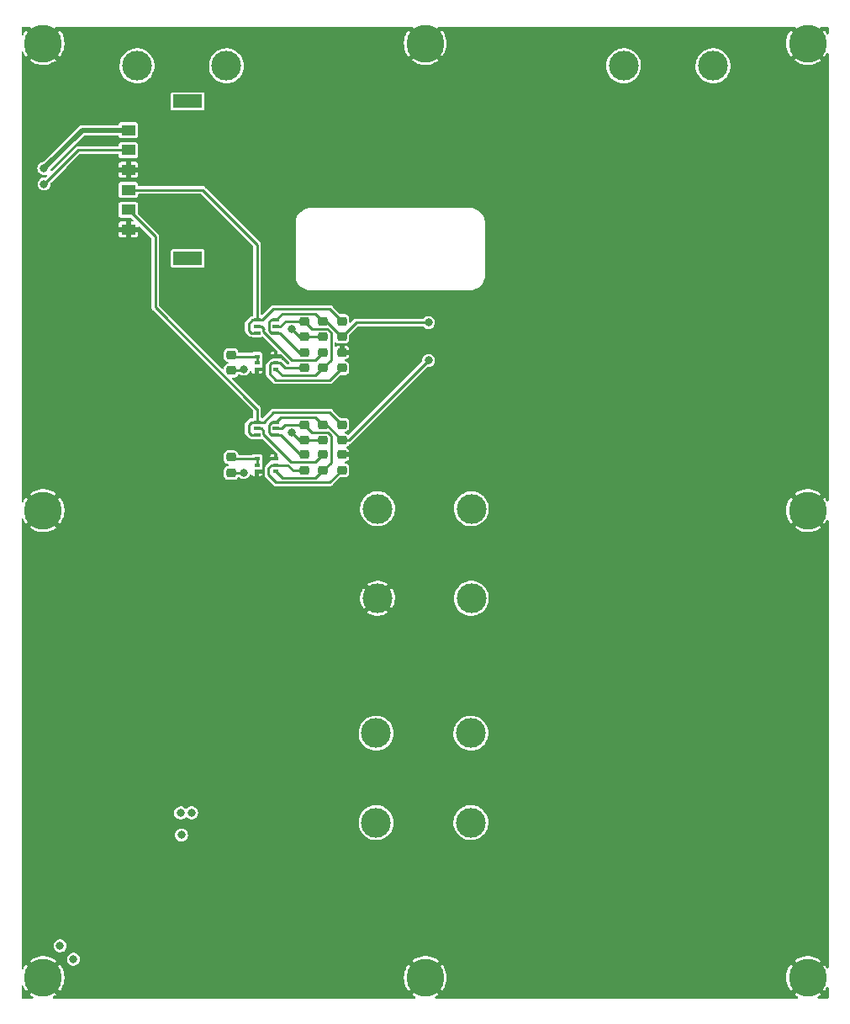
<source format=gbl>
%TF.GenerationSoftware,KiCad,Pcbnew,(6.0.4-0)*%
%TF.CreationDate,2022-05-09T11:38:02-07:00*%
%TF.ProjectId,solar-panel-side-X-minus,736f6c61-722d-4706-916e-656c2d736964,rev?*%
%TF.SameCoordinates,Original*%
%TF.FileFunction,Copper,L6,Bot*%
%TF.FilePolarity,Positive*%
%FSLAX46Y46*%
G04 Gerber Fmt 4.6, Leading zero omitted, Abs format (unit mm)*
G04 Created by KiCad (PCBNEW (6.0.4-0)) date 2022-05-09 11:38:02*
%MOMM*%
%LPD*%
G01*
G04 APERTURE LIST*
G04 Aperture macros list*
%AMRoundRect*
0 Rectangle with rounded corners*
0 $1 Rounding radius*
0 $2 $3 $4 $5 $6 $7 $8 $9 X,Y pos of 4 corners*
0 Add a 4 corners polygon primitive as box body*
4,1,4,$2,$3,$4,$5,$6,$7,$8,$9,$2,$3,0*
0 Add four circle primitives for the rounded corners*
1,1,$1+$1,$2,$3*
1,1,$1+$1,$4,$5*
1,1,$1+$1,$6,$7*
1,1,$1+$1,$8,$9*
0 Add four rect primitives between the rounded corners*
20,1,$1+$1,$2,$3,$4,$5,0*
20,1,$1+$1,$4,$5,$6,$7,0*
20,1,$1+$1,$6,$7,$8,$9,0*
20,1,$1+$1,$8,$9,$2,$3,0*%
G04 Aperture macros list end*
%TA.AperFunction,SMDPad,CuDef*%
%ADD10R,1.450000X1.100000*%
%TD*%
%TA.AperFunction,SMDPad,CuDef*%
%ADD11R,2.900000X1.350000*%
%TD*%
%TA.AperFunction,ComponentPad*%
%ADD12C,3.000000*%
%TD*%
%TA.AperFunction,ConnectorPad*%
%ADD13C,3.800000*%
%TD*%
%TA.AperFunction,ComponentPad*%
%ADD14C,2.600000*%
%TD*%
%TA.AperFunction,SMDPad,CuDef*%
%ADD15RoundRect,0.218750X0.256250X-0.218750X0.256250X0.218750X-0.256250X0.218750X-0.256250X-0.218750X0*%
%TD*%
%TA.AperFunction,SMDPad,CuDef*%
%ADD16RoundRect,0.218750X-0.256250X0.218750X-0.256250X-0.218750X0.256250X-0.218750X0.256250X0.218750X0*%
%TD*%
%TA.AperFunction,SMDPad,CuDef*%
%ADD17R,0.600000X0.400000*%
%TD*%
%TA.AperFunction,SMDPad,CuDef*%
%ADD18R,0.650000X0.400000*%
%TD*%
%TA.AperFunction,ViaPad*%
%ADD19C,0.800000*%
%TD*%
%TA.AperFunction,Conductor*%
%ADD20C,0.250000*%
%TD*%
%TA.AperFunction,Conductor*%
%ADD21C,0.500000*%
%TD*%
G04 APERTURE END LIST*
D10*
%TO.P,J1,1,1*%
%TO.N,VSOLAR*%
X121250000Y-54875000D03*
%TO.P,J1,2,2*%
%TO.N,+3V3*%
X121250000Y-56875000D03*
%TO.P,J1,3,3*%
%TO.N,GND*%
X121250000Y-58875000D03*
%TO.P,J1,4,4*%
%TO.N,SDA1_b4iso*%
X121250000Y-60875000D03*
%TO.P,J1,5,5*%
%TO.N,SCL1_b4iso*%
X121250000Y-62875000D03*
%TO.P,J1,6,6*%
%TO.N,GND*%
X121250000Y-64875000D03*
D11*
%TO.P,J1,S1,SHIELD1*%
%TO.N,unconnected-(J1-PadS1)*%
X127225000Y-51980000D03*
%TO.P,J1,S2,SHIELD2*%
%TO.N,unconnected-(J1-PadS2)*%
X127225000Y-67770000D03*
%TD*%
D12*
%TO.P,SC1,1,+*%
%TO.N,Net-(D1-Pad1)*%
X122125000Y-48400000D03*
%TO.P,SC1,2,-*%
%TO.N,Net-(D1-Pad2)*%
X131125000Y-48400000D03*
%TD*%
%TO.P,SC2,1,+*%
%TO.N,Net-(D1-Pad2)*%
X171125000Y-48400000D03*
%TO.P,SC2,2,-*%
%TO.N,Net-(D2-Pad2)*%
X180125000Y-48400000D03*
%TD*%
%TO.P,SC3,1,+*%
%TO.N,Net-(D2-Pad2)*%
X155800000Y-101975000D03*
%TO.P,SC3,2,-*%
%TO.N,Net-(D3-Pad2)*%
X155800000Y-92975000D03*
%TD*%
%TO.P,SC4,1,+*%
%TO.N,Net-(D3-Pad2)*%
X155750000Y-124550000D03*
%TO.P,SC4,2,-*%
%TO.N,Net-(D4-Pad2)*%
X155750000Y-115550000D03*
%TD*%
%TO.P,SC5,1,+*%
%TO.N,Net-(D4-Pad2)*%
X146200000Y-115550000D03*
%TO.P,SC5,2,-*%
%TO.N,Net-(D5-Pad2)*%
X146200000Y-124550000D03*
%TD*%
%TO.P,SC6,1,+*%
%TO.N,Net-(D5-Pad2)*%
X146350000Y-92975000D03*
%TO.P,SC6,2,-*%
%TO.N,GND*%
X146350000Y-101975000D03*
%TD*%
D13*
%TO.P,H1,1,1*%
%TO.N,GND*%
X189660000Y-46150000D03*
D14*
X189660000Y-46150000D03*
%TD*%
%TO.P,H2,1,1*%
%TO.N,GND*%
X151160000Y-46150000D03*
D13*
X151160000Y-46150000D03*
%TD*%
D14*
%TO.P,H3,1,1*%
%TO.N,GND*%
X112660000Y-46150000D03*
D13*
X112660000Y-46150000D03*
%TD*%
D14*
%TO.P,H4,1,1*%
%TO.N,GND*%
X112660000Y-93150000D03*
D13*
X112660000Y-93150000D03*
%TD*%
%TO.P,H5,1,1*%
%TO.N,GND*%
X112660000Y-140150000D03*
D14*
X112660000Y-140150000D03*
%TD*%
D13*
%TO.P,H6,1,1*%
%TO.N,GND*%
X151160000Y-140150000D03*
D14*
X151160000Y-140150000D03*
%TD*%
%TO.P,H7,1,1*%
%TO.N,GND*%
X189660000Y-140150000D03*
D13*
X189660000Y-140150000D03*
%TD*%
%TO.P,H8,1,1*%
%TO.N,GND*%
X189660000Y-93150000D03*
D14*
X189660000Y-93150000D03*
%TD*%
D15*
%TO.P,R12,1*%
%TO.N,SDA1_b4iso*%
X142758000Y-74085000D03*
%TO.P,R12,2*%
%TO.N,SDA*%
X142758000Y-75660000D03*
%TD*%
%TO.P,R7,1*%
%TO.N,Net-(Q3-Pad2)*%
X131590000Y-87785000D03*
%TO.P,R7,2*%
%TO.N,+3V3*%
X131590000Y-89360000D03*
%TD*%
%TO.P,R8,1*%
%TO.N,Net-(Q4-Pad2)*%
X131590000Y-77499000D03*
%TO.P,R8,2*%
%TO.N,+3V3*%
X131590000Y-79074000D03*
%TD*%
D16*
%TO.P,R10,1*%
%TO.N,Net-(C3-Pad1)*%
X138948000Y-78820000D03*
%TO.P,R10,2*%
%TO.N,SDA*%
X138948000Y-77245000D03*
%TD*%
D15*
%TO.P,R11,1*%
%TO.N,SCL1_b4iso*%
X142758000Y-84508500D03*
%TO.P,R11,2*%
%TO.N,SCL*%
X142758000Y-86083500D03*
%TD*%
D16*
%TO.P,R2,1*%
%TO.N,+3V3*%
X138948000Y-75660000D03*
%TO.P,R2,2*%
%TO.N,Net-(Q2-Pad5)*%
X138948000Y-74085000D03*
%TD*%
%TO.P,R1,1*%
%TO.N,+3V3*%
X138948000Y-86083500D03*
%TO.P,R1,2*%
%TO.N,Net-(Q1-Pad5)*%
X138948000Y-84508500D03*
%TD*%
D17*
%TO.P,Q3,1,S2*%
%TO.N,GND*%
X134196000Y-89222500D03*
%TO.P,Q3,2,G2*%
%TO.N,Net-(Q3-Pad2)*%
X134196000Y-88572500D03*
%TO.P,Q3,3,D2*%
X134196000Y-87922500D03*
%TO.P,Q3,4,S1*%
%TO.N,GND*%
X136096000Y-87922500D03*
%TO.P,Q3,5,G1*%
%TO.N,Net-(C2-Pad1)*%
X136096000Y-88572500D03*
%TO.P,Q3,6,D1*%
%TO.N,Net-(Q1-Pad5)*%
X136096000Y-89222500D03*
%TD*%
%TO.P,Q4,1,S2*%
%TO.N,GND*%
X134196000Y-78936500D03*
%TO.P,Q4,2,G2*%
%TO.N,Net-(Q4-Pad2)*%
X134196000Y-78286500D03*
%TO.P,Q4,3,D2*%
X134196000Y-77636500D03*
%TO.P,Q4,4,S1*%
%TO.N,GND*%
X136096000Y-77636500D03*
%TO.P,Q4,5,G1*%
%TO.N,Net-(C3-Pad1)*%
X136096000Y-78286500D03*
%TO.P,Q4,6,D1*%
%TO.N,Net-(Q2-Pad5)*%
X136096000Y-78936500D03*
%TD*%
D16*
%TO.P,C3,1*%
%TO.N,Net-(C3-Pad1)*%
X142758000Y-78820000D03*
%TO.P,C3,2*%
%TO.N,GND*%
X142758000Y-77245000D03*
%TD*%
%TO.P,C2,1*%
%TO.N,Net-(C2-Pad1)*%
X142758000Y-89106000D03*
%TO.P,C2,2*%
%TO.N,GND*%
X142758000Y-87531000D03*
%TD*%
D15*
%TO.P,R6,1*%
%TO.N,Net-(Q2-Pad2)*%
X140853000Y-77245000D03*
%TO.P,R6,2*%
%TO.N,Net-(Q2-Pad5)*%
X140853000Y-78820000D03*
%TD*%
D18*
%TO.P,Q2,1,E1*%
%TO.N,SDA1_b4iso*%
X134196000Y-75268500D03*
%TO.P,Q2,2,B1*%
%TO.N,Net-(Q2-Pad2)*%
X134196000Y-74618500D03*
%TO.P,Q2,3,C2*%
%TO.N,SDA1_b4iso*%
X134196000Y-73968500D03*
%TO.P,Q2,4,E2*%
%TO.N,SDA*%
X136096000Y-73968500D03*
%TO.P,Q2,5,B2*%
%TO.N,Net-(Q2-Pad5)*%
X136096000Y-74618500D03*
%TO.P,Q2,6,C1*%
%TO.N,SDA*%
X136096000Y-75268500D03*
%TD*%
D16*
%TO.P,R5,1*%
%TO.N,Net-(Q1-Pad5)*%
X140853000Y-89106000D03*
%TO.P,R5,2*%
%TO.N,Net-(Q1-Pad2)*%
X140853000Y-87531000D03*
%TD*%
D18*
%TO.P,Q1,1,E1*%
%TO.N,SCL1_b4iso*%
X134196000Y-85554500D03*
%TO.P,Q1,2,B1*%
%TO.N,Net-(Q1-Pad2)*%
X134196000Y-84904500D03*
%TO.P,Q1,3,C2*%
%TO.N,SCL1_b4iso*%
X134196000Y-84254500D03*
%TO.P,Q1,4,E2*%
%TO.N,SCL*%
X136096000Y-84254500D03*
%TO.P,Q1,5,B2*%
%TO.N,Net-(Q1-Pad5)*%
X136096000Y-84904500D03*
%TO.P,Q1,6,C1*%
%TO.N,SCL*%
X136096000Y-85554500D03*
%TD*%
D15*
%TO.P,R3,1*%
%TO.N,SCL*%
X140853000Y-84508500D03*
%TO.P,R3,2*%
%TO.N,+3V3*%
X140853000Y-86083500D03*
%TD*%
%TO.P,R4,1*%
%TO.N,SDA*%
X140853000Y-74085000D03*
%TO.P,R4,2*%
%TO.N,+3V3*%
X140853000Y-75660000D03*
%TD*%
%TO.P,R9,1*%
%TO.N,Net-(C2-Pad1)*%
X138948000Y-89106000D03*
%TO.P,R9,2*%
%TO.N,SCL*%
X138948000Y-87531000D03*
%TD*%
D19*
%TO.N,GND*%
X146900000Y-78040500D03*
%TO.N,+3V3*%
X137686000Y-85270500D03*
X112770000Y-60300000D03*
X132860000Y-78920500D03*
X137686000Y-74856500D03*
X132860000Y-89334500D03*
%TO.N,VSOLAR*%
X112750000Y-58720000D03*
%TO.N,SCL*%
X151472000Y-78040500D03*
%TO.N,SDA*%
X151472000Y-74230500D03*
%TO.N,/torque-coil*%
X126510000Y-123580000D03*
X115725000Y-138300000D03*
X114375000Y-136950000D03*
X126600000Y-125800000D03*
X127620000Y-123560000D03*
%TD*%
D20*
%TO.N,GND*%
X134821001Y-88643499D02*
X134821001Y-89032501D01*
X136096000Y-77636500D02*
X135660998Y-77636500D01*
X134821001Y-78476497D02*
X134821001Y-78746501D01*
X134821001Y-78746501D02*
X134631002Y-78936500D01*
X134821001Y-89032501D02*
X134631002Y-89222500D01*
X136096000Y-87922500D02*
X135542000Y-87922500D01*
X135660998Y-77636500D02*
X134821001Y-78476497D01*
X135542000Y-87922500D02*
X134821001Y-88643499D01*
X134631002Y-89222500D02*
X134196000Y-89222500D01*
X134631002Y-78936500D02*
X134196000Y-78936500D01*
X142758000Y-77245000D02*
X143171500Y-77245000D01*
%TO.N,+3V3*%
X140853000Y-75660000D02*
X138948000Y-75660000D01*
X140853000Y-86083500D02*
X138948000Y-86083500D01*
X138489500Y-75660000D02*
X137686000Y-74856500D01*
X116195000Y-56875000D02*
X121250000Y-56875000D01*
X112770000Y-60300000D02*
X116195000Y-56875000D01*
X131590000Y-89360000D02*
X132834500Y-89360000D01*
X138948000Y-75660000D02*
X138489500Y-75660000D01*
X132834500Y-89360000D02*
X132860000Y-89334500D01*
X132706500Y-79074000D02*
X132860000Y-78920500D01*
X138499000Y-86083500D02*
X137686000Y-85270500D01*
X131590000Y-79074000D02*
X132706500Y-79074000D01*
D21*
%TO.N,VSOLAR*%
X112750000Y-58720000D02*
X116595000Y-54875000D01*
X116595000Y-54875000D02*
X121250000Y-54875000D01*
D20*
%TO.N,SCL*%
X136096000Y-85554500D02*
X136571590Y-85554500D01*
X141183000Y-84508500D02*
X142758000Y-86083500D01*
X135400000Y-84508500D02*
X135400000Y-85270500D01*
X140853000Y-84508500D02*
X140090490Y-83745990D01*
X136096000Y-84254500D02*
X135654000Y-84254500D01*
X135684000Y-85554500D02*
X136096000Y-85554500D01*
X138548090Y-87531000D02*
X138948000Y-87531000D01*
X135654000Y-84254500D02*
X135400000Y-84508500D01*
X143429000Y-86083500D02*
X151472000Y-78040500D01*
X136604510Y-83745990D02*
X136096000Y-84254500D01*
X140090490Y-83745990D02*
X136604510Y-83745990D01*
X136571590Y-85554500D02*
X138548090Y-87531000D01*
X135400000Y-85270500D02*
X135684000Y-85554500D01*
X140853000Y-84508500D02*
X141183000Y-84508500D01*
X142758000Y-86083500D02*
X143429000Y-86083500D01*
%TO.N,SDA*%
X142758000Y-75660000D02*
X142733404Y-75660000D01*
X140090490Y-73322490D02*
X136742010Y-73322490D01*
X135445999Y-74158499D02*
X135635998Y-73968500D01*
X141158404Y-74085000D02*
X140853000Y-74085000D01*
X142733404Y-75660000D02*
X141158404Y-74085000D01*
X135635998Y-75268500D02*
X135445999Y-75078501D01*
X138948000Y-77245000D02*
X138473000Y-77245000D01*
X136496500Y-75268500D02*
X136096000Y-75268500D01*
X136742010Y-73322490D02*
X136096000Y-73968500D01*
X142758000Y-75660000D02*
X144187500Y-74230500D01*
X136096000Y-75268500D02*
X135635998Y-75268500D01*
X140853000Y-74085000D02*
X140090490Y-73322490D01*
X135445999Y-75078501D02*
X135445999Y-74158499D01*
X138473000Y-77245000D02*
X136496500Y-75268500D01*
X135635998Y-73968500D02*
X136096000Y-73968500D01*
X144187500Y-74230500D02*
X151472000Y-74230500D01*
%TO.N,SDA1_b4iso*%
X141545481Y-72872481D02*
X135860019Y-72872481D01*
X134764000Y-73968500D02*
X134196000Y-73968500D01*
X135860019Y-72872481D02*
X134764000Y-73968500D01*
X134196000Y-73968500D02*
X134196000Y-66378000D01*
X133621000Y-75268500D02*
X134196000Y-75268500D01*
X128693000Y-60875000D02*
X121250000Y-60875000D01*
X133748000Y-73968500D02*
X133368000Y-74348500D01*
X134196000Y-66378000D02*
X128693000Y-60875000D01*
X133368000Y-75015500D02*
X133621000Y-75268500D01*
X134196000Y-73968500D02*
X133748000Y-73968500D01*
X142758000Y-74085000D02*
X141545481Y-72872481D01*
X133368000Y-74348500D02*
X133368000Y-75015500D01*
%TO.N,SCL1_b4iso*%
X133622000Y-84254500D02*
X133368000Y-84508500D01*
X133368000Y-85270500D02*
X133652000Y-85554500D01*
X141545480Y-83295980D02*
X135850520Y-83295980D01*
X134892000Y-84254500D02*
X134196000Y-84254500D01*
X134196000Y-82888000D02*
X134160701Y-82888000D01*
X123952000Y-65577000D02*
X121250000Y-62875000D01*
X133652000Y-85554500D02*
X134196000Y-85554500D01*
X123952000Y-72679299D02*
X123952000Y-65577000D01*
X142758000Y-84508500D02*
X141545480Y-83295980D01*
X135850520Y-83295980D02*
X134892000Y-84254500D01*
X133368000Y-84508500D02*
X133368000Y-85270500D01*
X134160701Y-82888000D02*
X123952000Y-72679299D01*
X134196000Y-84254500D02*
X134196000Y-82888000D01*
X134196000Y-84254500D02*
X133622000Y-84254500D01*
%TO.N,Net-(Q4-Pad2)*%
X134196000Y-77636500D02*
X131727500Y-77636500D01*
X134196000Y-77636500D02*
X134196000Y-78286500D01*
X131727500Y-77636500D02*
X131590000Y-77499000D01*
%TO.N,Net-(C3-Pad1)*%
X136531002Y-78286500D02*
X136096000Y-78286500D01*
X135470999Y-79396501D02*
X136107018Y-80032520D01*
X141545480Y-80032520D02*
X142758000Y-78820000D01*
X137064502Y-78820000D02*
X136531002Y-78286500D01*
X138948000Y-78820000D02*
X137064502Y-78820000D01*
X135660998Y-78286500D02*
X135470999Y-78476499D01*
X135470999Y-78476499D02*
X135470999Y-79396501D01*
X136107018Y-80032520D02*
X141545480Y-80032520D01*
X136096000Y-78286500D02*
X135660998Y-78286500D01*
%TO.N,Net-(Q2-Pad5)*%
X141653010Y-75216016D02*
X141284504Y-74847510D01*
X141284504Y-74847510D02*
X139710510Y-74847510D01*
X141653010Y-78019990D02*
X141653010Y-75216016D01*
X140853000Y-78820000D02*
X141653010Y-78019990D01*
X138948000Y-74085000D02*
X137089502Y-74085000D01*
X136556002Y-74618500D02*
X136096000Y-74618500D01*
X136742010Y-79582510D02*
X136096000Y-78936500D01*
X139710510Y-74847510D02*
X138948000Y-74085000D01*
X140853000Y-78820000D02*
X140090490Y-79582510D01*
X137089502Y-74085000D02*
X136556002Y-74618500D01*
X140090490Y-79582510D02*
X136742010Y-79582510D01*
%TO.N,Net-(Q3-Pad2)*%
X131727500Y-87922500D02*
X131590000Y-87785000D01*
X134196000Y-87922500D02*
X131727500Y-87922500D01*
X134196000Y-88572500D02*
X134196000Y-87922500D01*
%TO.N,Net-(C2-Pad1)*%
X135654000Y-88572500D02*
X135342010Y-88884490D01*
X136096000Y-88572500D02*
X137303590Y-88572500D01*
X135342010Y-88884490D02*
X135342010Y-89553512D01*
X137303590Y-88572500D02*
X137837090Y-89106000D01*
X142758000Y-89106000D02*
X141545481Y-90318519D01*
X137837090Y-89106000D02*
X138948000Y-89106000D01*
X141545481Y-90318519D02*
X136107017Y-90318519D01*
X136107017Y-90318519D02*
X135342010Y-89553512D01*
X136096000Y-88572500D02*
X135654000Y-88572500D01*
%TO.N,Net-(Q1-Pad5)*%
X141653010Y-88305990D02*
X140853000Y-89106000D01*
X139760490Y-85320990D02*
X141334484Y-85320990D01*
X138948000Y-84508500D02*
X139760490Y-85320990D01*
X141334484Y-85320990D02*
X141653010Y-85639516D01*
X141653010Y-85639516D02*
X141653010Y-88305990D01*
X140853000Y-89106000D02*
X140090490Y-89868510D01*
X136096000Y-84904500D02*
X136671000Y-84904500D01*
X136742010Y-89868510D02*
X136096000Y-89222500D01*
X136671000Y-84904500D02*
X137067000Y-84508500D01*
X137067000Y-84508500D02*
X138948000Y-84508500D01*
X140090490Y-89868510D02*
X136742010Y-89868510D01*
%TO.N,Net-(Q1-Pad2)*%
X134846001Y-85478501D02*
X134846001Y-85094499D01*
X137661010Y-88293510D02*
X134846001Y-85478501D01*
X134656002Y-84904500D02*
X134196000Y-84904500D01*
X134846001Y-85094499D02*
X134656002Y-84904500D01*
X140853000Y-87531000D02*
X140090490Y-88293510D01*
X140090490Y-88293510D02*
X137661010Y-88293510D01*
%TO.N,Net-(Q2-Pad2)*%
X134846001Y-75114913D02*
X134846001Y-74808499D01*
X134846001Y-74808499D02*
X134656002Y-74618500D01*
X140853000Y-77245000D02*
X140090490Y-78007510D01*
X137738598Y-78007510D02*
X134846001Y-75114913D01*
X140090490Y-78007510D02*
X137738598Y-78007510D01*
X134656002Y-74618500D02*
X134196000Y-74618500D01*
X134656002Y-74618500D02*
X134892000Y-74854498D01*
%TD*%
%TA.AperFunction,Conductor*%
%TO.N,GND*%
G36*
X111343691Y-44474481D02*
G01*
X112648732Y-45779522D01*
X112660811Y-45785677D01*
X112665923Y-45784867D01*
X113973694Y-44477096D01*
X114026874Y-44450000D01*
X114036227Y-44450000D01*
X114054640Y-44452916D01*
X114054870Y-44450000D01*
X149803743Y-44450000D01*
X149843691Y-44474481D01*
X151148732Y-45779522D01*
X151160811Y-45785677D01*
X151165923Y-45784867D01*
X152473694Y-44477096D01*
X152526874Y-44450000D01*
X152536227Y-44450000D01*
X152554640Y-44452916D01*
X152554870Y-44450000D01*
X188303743Y-44450000D01*
X188343691Y-44474481D01*
X189648732Y-45779522D01*
X189660811Y-45785677D01*
X189665923Y-45784867D01*
X190973694Y-44477096D01*
X191026874Y-44450000D01*
X191036227Y-44450000D01*
X191054640Y-44452916D01*
X191054870Y-44450000D01*
X191669400Y-44450000D01*
X191728531Y-44469213D01*
X191765076Y-44519513D01*
X191770000Y-44550600D01*
X191770000Y-45127332D01*
X191750787Y-45186463D01*
X191700487Y-45223008D01*
X191638313Y-45223008D01*
X191588013Y-45186463D01*
X191580005Y-45173472D01*
X191508333Y-45034610D01*
X191504788Y-45028757D01*
X191363576Y-44827832D01*
X191352738Y-44819694D01*
X191352049Y-44819684D01*
X191345711Y-44823499D01*
X190030478Y-46138732D01*
X190024323Y-46150811D01*
X190025133Y-46155923D01*
X191341714Y-47472504D01*
X191353793Y-47478659D01*
X191355034Y-47478462D01*
X191359951Y-47474285D01*
X191480907Y-47309624D01*
X191484564Y-47303862D01*
X191580991Y-47126266D01*
X191626091Y-47083468D01*
X191687733Y-47075353D01*
X191742373Y-47105020D01*
X191769139Y-47161137D01*
X191770000Y-47174268D01*
X191770000Y-92127332D01*
X191750787Y-92186463D01*
X191700487Y-92223008D01*
X191638313Y-92223008D01*
X191588013Y-92186463D01*
X191580005Y-92173472D01*
X191508333Y-92034610D01*
X191504788Y-92028757D01*
X191363576Y-91827832D01*
X191352738Y-91819694D01*
X191352049Y-91819684D01*
X191345711Y-91823499D01*
X190030478Y-93138732D01*
X190024323Y-93150811D01*
X190025133Y-93155923D01*
X191341714Y-94472504D01*
X191353793Y-94478659D01*
X191355034Y-94478462D01*
X191359951Y-94474285D01*
X191480907Y-94309624D01*
X191484564Y-94303862D01*
X191580991Y-94126266D01*
X191626091Y-94083468D01*
X191687733Y-94075353D01*
X191742373Y-94105020D01*
X191769139Y-94161137D01*
X191770000Y-94174268D01*
X191770000Y-139127332D01*
X191750787Y-139186463D01*
X191700487Y-139223008D01*
X191638313Y-139223008D01*
X191588013Y-139186463D01*
X191580005Y-139173472D01*
X191508333Y-139034610D01*
X191504788Y-139028757D01*
X191363576Y-138827832D01*
X191352738Y-138819694D01*
X191352049Y-138819684D01*
X191345711Y-138823499D01*
X190030478Y-140138732D01*
X190024323Y-140150811D01*
X190025133Y-140155923D01*
X191341714Y-141472504D01*
X191353793Y-141478659D01*
X191355034Y-141478462D01*
X191359951Y-141474285D01*
X191480907Y-141309624D01*
X191484564Y-141303862D01*
X191580991Y-141126266D01*
X191626091Y-141083468D01*
X191687733Y-141075353D01*
X191742373Y-141105020D01*
X191769139Y-141161137D01*
X191770000Y-141174268D01*
X191770000Y-142139400D01*
X191750787Y-142198531D01*
X191700487Y-142235076D01*
X191669400Y-142240000D01*
X190724350Y-142240000D01*
X190665219Y-142220787D01*
X190628674Y-142170487D01*
X190628674Y-142108313D01*
X190665219Y-142058013D01*
X190673595Y-142052542D01*
X190870595Y-141937425D01*
X190876255Y-141933579D01*
X190980366Y-141851945D01*
X190987925Y-141840695D01*
X190987848Y-141838590D01*
X190985146Y-141834356D01*
X189671268Y-140520478D01*
X189659189Y-140514323D01*
X189654077Y-140515133D01*
X188337717Y-141831493D01*
X188331562Y-141843572D01*
X188332024Y-141846489D01*
X188334254Y-141849287D01*
X188388323Y-141894496D01*
X188393858Y-141898517D01*
X188639747Y-142052763D01*
X188639219Y-142053605D01*
X188679507Y-142095626D01*
X188687938Y-142157226D01*
X188658552Y-142212017D01*
X188602572Y-142239071D01*
X188588930Y-142240000D01*
X152224350Y-142240000D01*
X152165219Y-142220787D01*
X152128674Y-142170487D01*
X152128674Y-142108313D01*
X152165219Y-142058013D01*
X152173595Y-142052542D01*
X152370595Y-141937425D01*
X152376255Y-141933579D01*
X152480366Y-141851945D01*
X152487925Y-141840695D01*
X152487848Y-141838590D01*
X152485146Y-141834356D01*
X151171268Y-140520478D01*
X151159189Y-140514323D01*
X151154077Y-140515133D01*
X149837717Y-141831493D01*
X149831562Y-141843572D01*
X149832024Y-141846489D01*
X149834254Y-141849287D01*
X149888323Y-141894496D01*
X149893858Y-141898517D01*
X150139747Y-142052763D01*
X150139219Y-142053605D01*
X150179507Y-142095626D01*
X150187938Y-142157226D01*
X150158552Y-142212017D01*
X150102572Y-142239071D01*
X150088930Y-142240000D01*
X113724350Y-142240000D01*
X113665219Y-142220787D01*
X113628674Y-142170487D01*
X113628674Y-142108313D01*
X113665219Y-142058013D01*
X113673595Y-142052542D01*
X113870595Y-141937425D01*
X113876255Y-141933579D01*
X113980366Y-141851945D01*
X113987925Y-141840695D01*
X113987848Y-141838590D01*
X113985146Y-141834356D01*
X112671268Y-140520478D01*
X112659189Y-140514323D01*
X112654077Y-140515133D01*
X111337717Y-141831493D01*
X111331562Y-141843572D01*
X111332024Y-141846489D01*
X111334254Y-141849287D01*
X111388323Y-141894496D01*
X111393858Y-141898517D01*
X111639747Y-142052763D01*
X111639219Y-142053605D01*
X111679507Y-142095626D01*
X111687938Y-142157226D01*
X111658552Y-142212017D01*
X111602572Y-142239071D01*
X111588930Y-142240000D01*
X110590600Y-142240000D01*
X110531469Y-142220787D01*
X110494924Y-142170487D01*
X110490000Y-142139400D01*
X110490000Y-141053346D01*
X110509213Y-140994215D01*
X110559513Y-140957670D01*
X110621687Y-140957670D01*
X110671987Y-140994215D01*
X110680473Y-141008144D01*
X110800092Y-141245980D01*
X110803570Y-141251860D01*
X110955587Y-141473046D01*
X110966340Y-141481297D01*
X110966743Y-141481308D01*
X110973505Y-141477285D01*
X112289522Y-140161268D01*
X112294850Y-140150811D01*
X113024323Y-140150811D01*
X113025133Y-140155923D01*
X114341714Y-141472504D01*
X114353793Y-141478659D01*
X114355034Y-141478462D01*
X114359951Y-141474285D01*
X114480907Y-141309624D01*
X114484564Y-141303862D01*
X114621434Y-141051779D01*
X114624283Y-141045556D01*
X114725672Y-140777238D01*
X114727650Y-140770685D01*
X114791689Y-140491080D01*
X114792756Y-140484342D01*
X114818383Y-140197182D01*
X114818580Y-140193232D01*
X114819012Y-140151974D01*
X114818899Y-140148036D01*
X114817725Y-140130819D01*
X149001283Y-140130819D01*
X149017795Y-140417176D01*
X149018652Y-140423962D01*
X149073874Y-140705433D01*
X149075646Y-140712046D01*
X149168558Y-140983420D01*
X149171204Y-140989715D01*
X149300092Y-141245979D01*
X149303570Y-141251860D01*
X149455587Y-141473046D01*
X149466340Y-141481297D01*
X149466743Y-141481308D01*
X149473505Y-141477285D01*
X150789522Y-140161268D01*
X150794850Y-140150811D01*
X151524323Y-140150811D01*
X151525133Y-140155923D01*
X152841714Y-141472504D01*
X152853793Y-141478659D01*
X152855034Y-141478462D01*
X152859951Y-141474285D01*
X152980907Y-141309624D01*
X152984564Y-141303862D01*
X153121434Y-141051779D01*
X153124283Y-141045556D01*
X153225672Y-140777238D01*
X153227650Y-140770685D01*
X153291689Y-140491080D01*
X153292756Y-140484342D01*
X153318383Y-140197182D01*
X153318580Y-140193232D01*
X153319012Y-140151974D01*
X153318899Y-140148036D01*
X153317725Y-140130819D01*
X187501283Y-140130819D01*
X187517795Y-140417176D01*
X187518652Y-140423962D01*
X187573874Y-140705433D01*
X187575646Y-140712046D01*
X187668558Y-140983420D01*
X187671204Y-140989715D01*
X187800092Y-141245979D01*
X187803570Y-141251860D01*
X187955587Y-141473046D01*
X187966340Y-141481297D01*
X187966743Y-141481308D01*
X187973505Y-141477285D01*
X189289522Y-140161268D01*
X189295677Y-140149189D01*
X189294867Y-140144077D01*
X187977656Y-138826866D01*
X187965577Y-138820711D01*
X187964618Y-138820863D01*
X187959362Y-138825376D01*
X187827050Y-139009507D01*
X187823453Y-139015308D01*
X187689224Y-139268823D01*
X187686450Y-139275052D01*
X187587870Y-139544435D01*
X187585965Y-139550991D01*
X187524857Y-139831258D01*
X187523859Y-139838015D01*
X187501354Y-140123970D01*
X187501283Y-140130819D01*
X153317725Y-140130819D01*
X153299289Y-139860396D01*
X153298364Y-139853640D01*
X153240196Y-139572752D01*
X153238355Y-139566161D01*
X153142604Y-139295767D01*
X153139894Y-139289506D01*
X153008333Y-139034610D01*
X153004788Y-139028757D01*
X152863576Y-138827832D01*
X152852738Y-138819694D01*
X152852049Y-138819684D01*
X152845711Y-138823499D01*
X151530478Y-140138732D01*
X151524323Y-140150811D01*
X150794850Y-140150811D01*
X150795677Y-140149189D01*
X150794867Y-140144077D01*
X149477656Y-138826866D01*
X149465577Y-138820711D01*
X149464618Y-138820863D01*
X149459362Y-138825376D01*
X149327050Y-139009507D01*
X149323453Y-139015308D01*
X149189224Y-139268823D01*
X149186450Y-139275052D01*
X149087870Y-139544435D01*
X149085965Y-139550991D01*
X149024857Y-139831258D01*
X149023859Y-139838015D01*
X149001354Y-140123970D01*
X149001283Y-140130819D01*
X114817725Y-140130819D01*
X114799289Y-139860396D01*
X114798364Y-139853640D01*
X114740196Y-139572752D01*
X114738355Y-139566161D01*
X114642604Y-139295767D01*
X114639894Y-139289506D01*
X114508333Y-139034610D01*
X114504788Y-139028757D01*
X114363576Y-138827832D01*
X114352738Y-138819694D01*
X114352049Y-138819684D01*
X114345711Y-138823499D01*
X113030478Y-140138732D01*
X113024323Y-140150811D01*
X112294850Y-140150811D01*
X112295677Y-140149189D01*
X112294867Y-140144077D01*
X110977656Y-138826866D01*
X110965577Y-138820711D01*
X110964618Y-138820863D01*
X110959362Y-138825376D01*
X110827050Y-139009507D01*
X110823453Y-139015308D01*
X110689224Y-139268823D01*
X110686449Y-139275056D01*
X110685073Y-139278815D01*
X110646710Y-139327742D01*
X110586915Y-139344776D01*
X110528527Y-139323411D01*
X110493849Y-139271806D01*
X110490000Y-139244244D01*
X110490000Y-138459205D01*
X111332041Y-138459205D01*
X111332154Y-138461591D01*
X111334619Y-138465409D01*
X112648732Y-139779522D01*
X112660811Y-139785677D01*
X112665923Y-139784867D01*
X113981900Y-138468890D01*
X113988055Y-138456811D01*
X113987637Y-138454173D01*
X113985087Y-138451008D01*
X113913338Y-138392282D01*
X113907769Y-138388324D01*
X113752371Y-138293096D01*
X115065729Y-138293096D01*
X115066394Y-138299120D01*
X115066394Y-138299124D01*
X115068376Y-138317071D01*
X115083113Y-138450553D01*
X115137553Y-138599319D01*
X115140939Y-138604358D01*
X115153162Y-138622547D01*
X115225908Y-138730805D01*
X115343076Y-138837419D01*
X115348403Y-138840311D01*
X115348404Y-138840312D01*
X115369704Y-138851877D01*
X115482293Y-138913008D01*
X115488163Y-138914548D01*
X115629655Y-138951668D01*
X115629656Y-138951668D01*
X115635522Y-138953207D01*
X115707716Y-138954341D01*
X115787852Y-138955600D01*
X115787854Y-138955600D01*
X115793916Y-138955695D01*
X115799827Y-138954341D01*
X115799829Y-138954341D01*
X115942422Y-138921683D01*
X115942425Y-138921682D01*
X115948332Y-138920329D01*
X116089855Y-138849151D01*
X116156806Y-138791970D01*
X116205705Y-138750206D01*
X116205707Y-138750204D01*
X116210314Y-138746269D01*
X116241554Y-138702794D01*
X116299218Y-138622547D01*
X116299220Y-138622544D01*
X116302755Y-138617624D01*
X116361842Y-138470641D01*
X116363470Y-138459205D01*
X149832041Y-138459205D01*
X149832154Y-138461591D01*
X149834619Y-138465409D01*
X151148732Y-139779522D01*
X151160811Y-139785677D01*
X151165923Y-139784867D01*
X152481900Y-138468890D01*
X152486835Y-138459205D01*
X188332041Y-138459205D01*
X188332154Y-138461591D01*
X188334619Y-138465409D01*
X189648732Y-139779522D01*
X189660811Y-139785677D01*
X189665923Y-139784867D01*
X190981900Y-138468890D01*
X190988055Y-138456811D01*
X190987637Y-138454173D01*
X190985087Y-138451008D01*
X190913338Y-138392282D01*
X190907769Y-138388324D01*
X190663190Y-138238446D01*
X190657137Y-138235281D01*
X190394479Y-138119982D01*
X190388051Y-138117668D01*
X190112188Y-138039087D01*
X190105491Y-138037663D01*
X189821511Y-137997247D01*
X189814709Y-137996747D01*
X189527853Y-137995245D01*
X189521037Y-137995674D01*
X189236650Y-138033115D01*
X189229944Y-138034467D01*
X188953274Y-138110155D01*
X188946813Y-138112405D01*
X188682973Y-138224943D01*
X188676876Y-138228050D01*
X188430751Y-138375353D01*
X188425137Y-138379254D01*
X188339484Y-138447875D01*
X188332041Y-138459205D01*
X152486835Y-138459205D01*
X152488055Y-138456811D01*
X152487637Y-138454173D01*
X152485087Y-138451008D01*
X152413338Y-138392282D01*
X152407769Y-138388324D01*
X152163190Y-138238446D01*
X152157137Y-138235281D01*
X151894479Y-138119982D01*
X151888051Y-138117668D01*
X151612188Y-138039087D01*
X151605491Y-138037663D01*
X151321511Y-137997247D01*
X151314709Y-137996747D01*
X151027853Y-137995245D01*
X151021037Y-137995674D01*
X150736650Y-138033115D01*
X150729944Y-138034467D01*
X150453274Y-138110155D01*
X150446813Y-138112405D01*
X150182973Y-138224943D01*
X150176876Y-138228050D01*
X149930751Y-138375353D01*
X149925137Y-138379254D01*
X149839484Y-138447875D01*
X149832041Y-138459205D01*
X116363470Y-138459205D01*
X116384162Y-138313807D01*
X116384307Y-138300000D01*
X116376859Y-138238446D01*
X116366005Y-138148755D01*
X116366004Y-138148753D01*
X116365276Y-138142733D01*
X116309280Y-137994546D01*
X116219553Y-137863992D01*
X116101275Y-137758611D01*
X115961274Y-137684484D01*
X115807633Y-137645892D01*
X115801576Y-137645860D01*
X115801574Y-137645860D01*
X115724450Y-137645456D01*
X115649221Y-137645062D01*
X115643324Y-137646478D01*
X115643322Y-137646478D01*
X115501082Y-137680627D01*
X115495184Y-137682043D01*
X115489798Y-137684823D01*
X115489795Y-137684824D01*
X115359802Y-137751919D01*
X115354414Y-137754700D01*
X115235039Y-137858838D01*
X115143950Y-137988444D01*
X115124760Y-138037663D01*
X115092666Y-138119982D01*
X115086406Y-138136037D01*
X115065729Y-138293096D01*
X113752371Y-138293096D01*
X113663190Y-138238446D01*
X113657137Y-138235281D01*
X113394479Y-138119982D01*
X113388051Y-138117668D01*
X113112188Y-138039087D01*
X113105491Y-138037663D01*
X112821511Y-137997247D01*
X112814709Y-137996747D01*
X112527853Y-137995245D01*
X112521037Y-137995674D01*
X112236650Y-138033115D01*
X112229944Y-138034467D01*
X111953274Y-138110155D01*
X111946813Y-138112405D01*
X111682973Y-138224943D01*
X111676876Y-138228050D01*
X111430751Y-138375353D01*
X111425137Y-138379254D01*
X111339484Y-138447875D01*
X111332041Y-138459205D01*
X110490000Y-138459205D01*
X110490000Y-136943096D01*
X113715729Y-136943096D01*
X113716394Y-136949120D01*
X113716394Y-136949124D01*
X113718376Y-136967071D01*
X113733113Y-137100553D01*
X113787553Y-137249319D01*
X113790939Y-137254358D01*
X113803162Y-137272547D01*
X113875908Y-137380805D01*
X113993076Y-137487419D01*
X113998403Y-137490311D01*
X113998404Y-137490312D01*
X114019704Y-137501877D01*
X114132293Y-137563008D01*
X114138163Y-137564548D01*
X114279655Y-137601668D01*
X114279656Y-137601668D01*
X114285522Y-137603207D01*
X114357716Y-137604341D01*
X114437852Y-137605600D01*
X114437854Y-137605600D01*
X114443916Y-137605695D01*
X114449827Y-137604341D01*
X114449829Y-137604341D01*
X114592422Y-137571683D01*
X114592425Y-137571682D01*
X114598332Y-137570329D01*
X114739855Y-137499151D01*
X114806806Y-137441970D01*
X114855705Y-137400206D01*
X114855707Y-137400204D01*
X114860314Y-137396269D01*
X114891554Y-137352794D01*
X114949218Y-137272547D01*
X114949220Y-137272544D01*
X114952755Y-137267624D01*
X115011842Y-137120641D01*
X115034162Y-136963807D01*
X115034307Y-136950000D01*
X115015276Y-136792733D01*
X114959280Y-136644546D01*
X114869553Y-136513992D01*
X114751275Y-136408611D01*
X114611274Y-136334484D01*
X114457633Y-136295892D01*
X114451576Y-136295860D01*
X114451574Y-136295860D01*
X114374450Y-136295456D01*
X114299221Y-136295062D01*
X114293324Y-136296478D01*
X114293322Y-136296478D01*
X114151082Y-136330627D01*
X114145184Y-136332043D01*
X114139798Y-136334823D01*
X114139795Y-136334824D01*
X114009802Y-136401919D01*
X114004414Y-136404700D01*
X113885039Y-136508838D01*
X113793950Y-136638444D01*
X113736406Y-136786037D01*
X113715729Y-136943096D01*
X110490000Y-136943096D01*
X110490000Y-125793096D01*
X125940729Y-125793096D01*
X125941394Y-125799120D01*
X125941394Y-125799124D01*
X125943376Y-125817071D01*
X125958113Y-125950553D01*
X126012553Y-126099319D01*
X126015939Y-126104358D01*
X126089323Y-126213564D01*
X126100908Y-126230805D01*
X126218076Y-126337419D01*
X126223403Y-126340311D01*
X126223404Y-126340312D01*
X126244704Y-126351877D01*
X126357293Y-126413008D01*
X126363163Y-126414548D01*
X126504655Y-126451668D01*
X126504656Y-126451668D01*
X126510522Y-126453207D01*
X126582716Y-126454341D01*
X126662852Y-126455600D01*
X126662854Y-126455600D01*
X126668916Y-126455695D01*
X126674827Y-126454341D01*
X126674829Y-126454341D01*
X126817422Y-126421683D01*
X126817425Y-126421682D01*
X126823332Y-126420329D01*
X126964855Y-126349151D01*
X127045393Y-126280365D01*
X127080705Y-126250206D01*
X127080707Y-126250204D01*
X127085314Y-126246269D01*
X127146044Y-126161755D01*
X127174218Y-126122547D01*
X127174220Y-126122544D01*
X127177755Y-126117624D01*
X127236842Y-125970641D01*
X127259162Y-125813807D01*
X127259307Y-125800000D01*
X127240276Y-125642733D01*
X127228533Y-125611655D01*
X127186425Y-125500222D01*
X127186424Y-125500221D01*
X127184280Y-125494546D01*
X127094553Y-125363992D01*
X126976275Y-125258611D01*
X126836274Y-125184484D01*
X126682633Y-125145892D01*
X126676576Y-125145860D01*
X126676574Y-125145860D01*
X126599450Y-125145456D01*
X126524221Y-125145062D01*
X126518324Y-125146478D01*
X126518322Y-125146478D01*
X126496334Y-125151757D01*
X126370184Y-125182043D01*
X126364798Y-125184823D01*
X126364795Y-125184824D01*
X126234802Y-125251919D01*
X126229414Y-125254700D01*
X126110039Y-125358838D01*
X126018950Y-125488444D01*
X125961406Y-125636037D01*
X125940729Y-125793096D01*
X110490000Y-125793096D01*
X110490000Y-124503944D01*
X144441183Y-124503944D01*
X144453694Y-124764419D01*
X144504569Y-125020185D01*
X144505831Y-125023700D01*
X144563559Y-125184484D01*
X144592690Y-125265621D01*
X144716120Y-125495336D01*
X144718350Y-125498322D01*
X144718353Y-125498327D01*
X144826187Y-125642733D01*
X144872149Y-125704283D01*
X145057348Y-125887873D01*
X145150598Y-125956247D01*
X145264641Y-126039868D01*
X145264646Y-126039871D01*
X145267649Y-126042073D01*
X145270947Y-126043808D01*
X145495127Y-126161755D01*
X145495131Y-126161757D01*
X145498433Y-126163494D01*
X145501960Y-126164726D01*
X145501963Y-126164727D01*
X145741101Y-126248237D01*
X145744629Y-126249469D01*
X146000828Y-126298110D01*
X146004557Y-126298256D01*
X146004561Y-126298257D01*
X146170618Y-126304781D01*
X146261403Y-126308348D01*
X146354885Y-126298110D01*
X146516916Y-126280365D01*
X146516921Y-126280364D01*
X146520629Y-126279958D01*
X146648589Y-126246269D01*
X146769204Y-126214514D01*
X146769208Y-126214512D01*
X146772811Y-126213564D01*
X147012410Y-126110625D01*
X147234161Y-125973401D01*
X147237422Y-125970641D01*
X147430339Y-125807324D01*
X147433194Y-125804907D01*
X147519138Y-125706906D01*
X147602671Y-125611655D01*
X147602673Y-125611653D01*
X147605135Y-125608845D01*
X147607153Y-125605707D01*
X147607158Y-125605701D01*
X147744183Y-125392672D01*
X147744186Y-125392667D01*
X147746208Y-125389523D01*
X147747743Y-125386116D01*
X147747746Y-125386110D01*
X147851780Y-125155163D01*
X147851781Y-125155160D01*
X147853314Y-125151757D01*
X147924099Y-124900772D01*
X147940980Y-124768077D01*
X147956691Y-124644582D01*
X147956691Y-124644579D01*
X147957009Y-124642081D01*
X147959420Y-124550000D01*
X147955997Y-124503944D01*
X153991183Y-124503944D01*
X154003694Y-124764419D01*
X154054569Y-125020185D01*
X154055831Y-125023700D01*
X154113559Y-125184484D01*
X154142690Y-125265621D01*
X154266120Y-125495336D01*
X154268350Y-125498322D01*
X154268353Y-125498327D01*
X154376187Y-125642733D01*
X154422149Y-125704283D01*
X154607348Y-125887873D01*
X154700598Y-125956247D01*
X154814641Y-126039868D01*
X154814646Y-126039871D01*
X154817649Y-126042073D01*
X154820947Y-126043808D01*
X155045127Y-126161755D01*
X155045131Y-126161757D01*
X155048433Y-126163494D01*
X155051960Y-126164726D01*
X155051963Y-126164727D01*
X155291101Y-126248237D01*
X155294629Y-126249469D01*
X155550828Y-126298110D01*
X155554557Y-126298256D01*
X155554561Y-126298257D01*
X155720618Y-126304781D01*
X155811403Y-126308348D01*
X155904885Y-126298110D01*
X156066916Y-126280365D01*
X156066921Y-126280364D01*
X156070629Y-126279958D01*
X156198589Y-126246269D01*
X156319204Y-126214514D01*
X156319208Y-126214512D01*
X156322811Y-126213564D01*
X156562410Y-126110625D01*
X156784161Y-125973401D01*
X156787422Y-125970641D01*
X156980339Y-125807324D01*
X156983194Y-125804907D01*
X157069138Y-125706906D01*
X157152671Y-125611655D01*
X157152673Y-125611653D01*
X157155135Y-125608845D01*
X157157153Y-125605707D01*
X157157158Y-125605701D01*
X157294183Y-125392672D01*
X157294186Y-125392667D01*
X157296208Y-125389523D01*
X157297743Y-125386116D01*
X157297746Y-125386110D01*
X157401780Y-125155163D01*
X157401781Y-125155160D01*
X157403314Y-125151757D01*
X157474099Y-124900772D01*
X157490980Y-124768077D01*
X157506691Y-124644582D01*
X157506691Y-124644579D01*
X157507009Y-124642081D01*
X157509420Y-124550000D01*
X157490094Y-124289941D01*
X157480648Y-124248193D01*
X157433367Y-124039240D01*
X157433366Y-124039237D01*
X157432542Y-124035595D01*
X157431192Y-124032122D01*
X157431189Y-124032114D01*
X157339381Y-123796032D01*
X157338027Y-123792550D01*
X157208625Y-123566145D01*
X157047180Y-123361353D01*
X157011517Y-123327804D01*
X156859957Y-123185231D01*
X156857239Y-123182674D01*
X156854182Y-123180554D01*
X156854178Y-123180550D01*
X156740977Y-123102020D01*
X156642973Y-123034032D01*
X156409090Y-122918694D01*
X156405538Y-122917557D01*
X156405533Y-122917555D01*
X156284909Y-122878943D01*
X156160728Y-122839193D01*
X155903344Y-122797275D01*
X155899602Y-122797226D01*
X155870905Y-122796850D01*
X155642590Y-122793862D01*
X155532620Y-122808828D01*
X155387898Y-122828524D01*
X155387896Y-122828524D01*
X155384196Y-122829028D01*
X155380613Y-122830072D01*
X155380610Y-122830073D01*
X155349321Y-122839193D01*
X155133838Y-122902000D01*
X155130456Y-122903559D01*
X155130451Y-122903561D01*
X155040946Y-122944824D01*
X154897016Y-123011177D01*
X154893895Y-123013223D01*
X154893890Y-123013226D01*
X154738889Y-123114849D01*
X154678933Y-123154158D01*
X154484379Y-123327804D01*
X154481987Y-123330680D01*
X154320016Y-123525429D01*
X154320011Y-123525436D01*
X154317629Y-123528300D01*
X154182345Y-123751240D01*
X154081500Y-123991728D01*
X154054658Y-124097419D01*
X154020149Y-124233302D01*
X154017310Y-124244480D01*
X154016936Y-124248191D01*
X154016936Y-124248193D01*
X154013100Y-124286293D01*
X153991183Y-124503944D01*
X147955997Y-124503944D01*
X147940094Y-124289941D01*
X147930648Y-124248193D01*
X147883367Y-124039240D01*
X147883366Y-124039237D01*
X147882542Y-124035595D01*
X147881192Y-124032122D01*
X147881189Y-124032114D01*
X147789381Y-123796032D01*
X147788027Y-123792550D01*
X147658625Y-123566145D01*
X147497180Y-123361353D01*
X147461517Y-123327804D01*
X147309957Y-123185231D01*
X147307239Y-123182674D01*
X147304182Y-123180554D01*
X147304178Y-123180550D01*
X147190977Y-123102020D01*
X147092973Y-123034032D01*
X146859090Y-122918694D01*
X146855538Y-122917557D01*
X146855533Y-122917555D01*
X146734909Y-122878943D01*
X146610728Y-122839193D01*
X146353344Y-122797275D01*
X146349602Y-122797226D01*
X146320905Y-122796850D01*
X146092590Y-122793862D01*
X145982620Y-122808828D01*
X145837898Y-122828524D01*
X145837896Y-122828524D01*
X145834196Y-122829028D01*
X145830613Y-122830072D01*
X145830610Y-122830073D01*
X145799321Y-122839193D01*
X145583838Y-122902000D01*
X145580456Y-122903559D01*
X145580451Y-122903561D01*
X145490946Y-122944824D01*
X145347016Y-123011177D01*
X145343895Y-123013223D01*
X145343890Y-123013226D01*
X145188889Y-123114849D01*
X145128933Y-123154158D01*
X144934379Y-123327804D01*
X144931987Y-123330680D01*
X144770016Y-123525429D01*
X144770011Y-123525436D01*
X144767629Y-123528300D01*
X144632345Y-123751240D01*
X144531500Y-123991728D01*
X144504658Y-124097419D01*
X144470149Y-124233302D01*
X144467310Y-124244480D01*
X144466936Y-124248191D01*
X144466936Y-124248193D01*
X144463100Y-124286293D01*
X144441183Y-124503944D01*
X110490000Y-124503944D01*
X110490000Y-123573096D01*
X125850729Y-123573096D01*
X125851394Y-123579120D01*
X125851394Y-123579124D01*
X125859421Y-123651824D01*
X125868113Y-123730553D01*
X125889615Y-123789310D01*
X125919874Y-123871998D01*
X125922553Y-123879319D01*
X125925939Y-123884358D01*
X125997469Y-123990805D01*
X126010908Y-124010805D01*
X126042158Y-124039240D01*
X126118990Y-124109151D01*
X126128076Y-124117419D01*
X126133403Y-124120311D01*
X126133404Y-124120312D01*
X126154704Y-124131877D01*
X126267293Y-124193008D01*
X126273163Y-124194548D01*
X126414655Y-124231668D01*
X126414656Y-124231668D01*
X126420522Y-124233207D01*
X126492716Y-124234341D01*
X126572852Y-124235600D01*
X126572854Y-124235600D01*
X126578916Y-124235695D01*
X126584827Y-124234341D01*
X126584829Y-124234341D01*
X126727422Y-124201683D01*
X126727425Y-124201682D01*
X126733332Y-124200329D01*
X126874855Y-124129151D01*
X126995314Y-124026269D01*
X126998853Y-124021344D01*
X127002005Y-124017916D01*
X127056171Y-123987393D01*
X127117934Y-123994538D01*
X127143762Y-124011600D01*
X127238076Y-124097419D01*
X127243403Y-124100311D01*
X127243404Y-124100312D01*
X127264704Y-124111877D01*
X127377293Y-124173008D01*
X127383163Y-124174548D01*
X127524655Y-124211668D01*
X127524656Y-124211668D01*
X127530522Y-124213207D01*
X127602716Y-124214341D01*
X127682852Y-124215600D01*
X127682854Y-124215600D01*
X127688916Y-124215695D01*
X127694827Y-124214341D01*
X127694829Y-124214341D01*
X127837422Y-124181683D01*
X127837425Y-124181682D01*
X127843332Y-124180329D01*
X127984855Y-124109151D01*
X128070978Y-124035595D01*
X128100705Y-124010206D01*
X128100707Y-124010204D01*
X128105314Y-124006269D01*
X128168159Y-123918811D01*
X128194218Y-123882547D01*
X128194220Y-123882544D01*
X128197755Y-123877624D01*
X128256842Y-123730641D01*
X128279162Y-123573807D01*
X128279209Y-123569384D01*
X128279272Y-123563298D01*
X128279307Y-123560000D01*
X128275858Y-123531492D01*
X128261005Y-123408755D01*
X128261004Y-123408753D01*
X128260276Y-123402733D01*
X128243672Y-123358791D01*
X128206425Y-123260222D01*
X128206424Y-123260221D01*
X128204280Y-123254546D01*
X128114553Y-123123992D01*
X128018723Y-123038611D01*
X128000804Y-123022646D01*
X128000803Y-123022645D01*
X127996275Y-123018611D01*
X127856274Y-122944484D01*
X127702633Y-122905892D01*
X127696576Y-122905860D01*
X127696574Y-122905860D01*
X127619450Y-122905456D01*
X127544221Y-122905062D01*
X127538324Y-122906478D01*
X127538322Y-122906478D01*
X127396082Y-122940627D01*
X127390184Y-122942043D01*
X127384798Y-122944823D01*
X127384795Y-122944824D01*
X127259270Y-123009613D01*
X127249414Y-123014700D01*
X127130039Y-123118838D01*
X127128172Y-123121495D01*
X127075277Y-123152034D01*
X127013444Y-123145535D01*
X126987439Y-123128744D01*
X126890804Y-123042646D01*
X126890803Y-123042645D01*
X126886275Y-123038611D01*
X126873636Y-123031919D01*
X126751636Y-122967323D01*
X126746274Y-122964484D01*
X126592633Y-122925892D01*
X126586576Y-122925860D01*
X126586574Y-122925860D01*
X126509450Y-122925456D01*
X126434221Y-122925062D01*
X126428324Y-122926478D01*
X126428322Y-122926478D01*
X126351906Y-122944824D01*
X126280184Y-122962043D01*
X126274798Y-122964823D01*
X126274795Y-122964824D01*
X126162768Y-123022646D01*
X126139414Y-123034700D01*
X126079726Y-123086769D01*
X126031326Y-123128992D01*
X126020039Y-123138838D01*
X125928950Y-123268444D01*
X125871406Y-123416037D01*
X125850729Y-123573096D01*
X110490000Y-123573096D01*
X110490000Y-115503944D01*
X144441183Y-115503944D01*
X144453694Y-115764419D01*
X144504569Y-116020185D01*
X144592690Y-116265621D01*
X144716120Y-116495336D01*
X144718350Y-116498322D01*
X144718353Y-116498327D01*
X144802980Y-116611655D01*
X144872149Y-116704283D01*
X145057348Y-116887873D01*
X145170701Y-116970987D01*
X145264641Y-117039868D01*
X145264646Y-117039871D01*
X145267649Y-117042073D01*
X145270947Y-117043808D01*
X145495127Y-117161755D01*
X145495131Y-117161757D01*
X145498433Y-117163494D01*
X145501960Y-117164726D01*
X145501963Y-117164727D01*
X145741101Y-117248237D01*
X145744629Y-117249469D01*
X146000828Y-117298110D01*
X146004557Y-117298256D01*
X146004561Y-117298257D01*
X146170618Y-117304781D01*
X146261403Y-117308348D01*
X146354885Y-117298110D01*
X146516916Y-117280365D01*
X146516921Y-117280364D01*
X146520629Y-117279958D01*
X146641114Y-117248237D01*
X146769204Y-117214514D01*
X146769208Y-117214512D01*
X146772811Y-117213564D01*
X147012410Y-117110625D01*
X147234161Y-116973401D01*
X147433194Y-116804907D01*
X147519138Y-116706906D01*
X147602671Y-116611655D01*
X147602673Y-116611653D01*
X147605135Y-116608845D01*
X147607153Y-116605707D01*
X147607158Y-116605701D01*
X147744183Y-116392672D01*
X147744186Y-116392667D01*
X147746208Y-116389523D01*
X147747743Y-116386116D01*
X147747746Y-116386110D01*
X147851780Y-116155163D01*
X147851781Y-116155160D01*
X147853314Y-116151757D01*
X147924099Y-115900772D01*
X147940980Y-115768077D01*
X147956691Y-115644582D01*
X147956691Y-115644579D01*
X147957009Y-115642081D01*
X147959420Y-115550000D01*
X147955997Y-115503944D01*
X153991183Y-115503944D01*
X154003694Y-115764419D01*
X154054569Y-116020185D01*
X154142690Y-116265621D01*
X154266120Y-116495336D01*
X154268350Y-116498322D01*
X154268353Y-116498327D01*
X154352980Y-116611655D01*
X154422149Y-116704283D01*
X154607348Y-116887873D01*
X154720701Y-116970987D01*
X154814641Y-117039868D01*
X154814646Y-117039871D01*
X154817649Y-117042073D01*
X154820947Y-117043808D01*
X155045127Y-117161755D01*
X155045131Y-117161757D01*
X155048433Y-117163494D01*
X155051960Y-117164726D01*
X155051963Y-117164727D01*
X155291101Y-117248237D01*
X155294629Y-117249469D01*
X155550828Y-117298110D01*
X155554557Y-117298256D01*
X155554561Y-117298257D01*
X155720618Y-117304781D01*
X155811403Y-117308348D01*
X155904885Y-117298110D01*
X156066916Y-117280365D01*
X156066921Y-117280364D01*
X156070629Y-117279958D01*
X156191114Y-117248237D01*
X156319204Y-117214514D01*
X156319208Y-117214512D01*
X156322811Y-117213564D01*
X156562410Y-117110625D01*
X156784161Y-116973401D01*
X156983194Y-116804907D01*
X157069138Y-116706906D01*
X157152671Y-116611655D01*
X157152673Y-116611653D01*
X157155135Y-116608845D01*
X157157153Y-116605707D01*
X157157158Y-116605701D01*
X157294183Y-116392672D01*
X157294186Y-116392667D01*
X157296208Y-116389523D01*
X157297743Y-116386116D01*
X157297746Y-116386110D01*
X157401780Y-116155163D01*
X157401781Y-116155160D01*
X157403314Y-116151757D01*
X157474099Y-115900772D01*
X157490980Y-115768077D01*
X157506691Y-115644582D01*
X157506691Y-115644579D01*
X157507009Y-115642081D01*
X157509420Y-115550000D01*
X157490094Y-115289941D01*
X157480648Y-115248193D01*
X157433367Y-115039240D01*
X157433366Y-115039237D01*
X157432542Y-115035595D01*
X157431192Y-115032122D01*
X157431189Y-115032114D01*
X157339381Y-114796032D01*
X157338027Y-114792550D01*
X157208625Y-114566145D01*
X157047180Y-114361353D01*
X157011517Y-114327804D01*
X156859957Y-114185231D01*
X156857239Y-114182674D01*
X156854182Y-114180554D01*
X156854178Y-114180550D01*
X156740977Y-114102020D01*
X156642973Y-114034032D01*
X156409090Y-113918694D01*
X156405538Y-113917557D01*
X156405533Y-113917555D01*
X156284909Y-113878943D01*
X156160728Y-113839193D01*
X155903344Y-113797275D01*
X155899602Y-113797226D01*
X155870905Y-113796850D01*
X155642590Y-113793862D01*
X155532620Y-113808828D01*
X155387898Y-113828524D01*
X155387896Y-113828524D01*
X155384196Y-113829028D01*
X155380613Y-113830072D01*
X155380610Y-113830073D01*
X155349321Y-113839193D01*
X155133838Y-113902000D01*
X155130456Y-113903559D01*
X155130451Y-113903561D01*
X155094040Y-113920347D01*
X154897016Y-114011177D01*
X154893895Y-114013223D01*
X154893890Y-114013226D01*
X154738459Y-114115131D01*
X154678933Y-114154158D01*
X154484379Y-114327804D01*
X154481987Y-114330680D01*
X154320016Y-114525429D01*
X154320011Y-114525436D01*
X154317629Y-114528300D01*
X154182345Y-114751240D01*
X154081500Y-114991728D01*
X154017310Y-115244480D01*
X154016936Y-115248191D01*
X154016936Y-115248193D01*
X154013100Y-115286293D01*
X153991183Y-115503944D01*
X147955997Y-115503944D01*
X147940094Y-115289941D01*
X147930648Y-115248193D01*
X147883367Y-115039240D01*
X147883366Y-115039237D01*
X147882542Y-115035595D01*
X147881192Y-115032122D01*
X147881189Y-115032114D01*
X147789381Y-114796032D01*
X147788027Y-114792550D01*
X147658625Y-114566145D01*
X147497180Y-114361353D01*
X147461517Y-114327804D01*
X147309957Y-114185231D01*
X147307239Y-114182674D01*
X147304182Y-114180554D01*
X147304178Y-114180550D01*
X147190977Y-114102020D01*
X147092973Y-114034032D01*
X146859090Y-113918694D01*
X146855538Y-113917557D01*
X146855533Y-113917555D01*
X146734909Y-113878943D01*
X146610728Y-113839193D01*
X146353344Y-113797275D01*
X146349602Y-113797226D01*
X146320905Y-113796850D01*
X146092590Y-113793862D01*
X145982620Y-113808828D01*
X145837898Y-113828524D01*
X145837896Y-113828524D01*
X145834196Y-113829028D01*
X145830613Y-113830072D01*
X145830610Y-113830073D01*
X145799321Y-113839193D01*
X145583838Y-113902000D01*
X145580456Y-113903559D01*
X145580451Y-113903561D01*
X145544040Y-113920347D01*
X145347016Y-114011177D01*
X145343895Y-114013223D01*
X145343890Y-114013226D01*
X145188459Y-114115131D01*
X145128933Y-114154158D01*
X144934379Y-114327804D01*
X144931987Y-114330680D01*
X144770016Y-114525429D01*
X144770011Y-114525436D01*
X144767629Y-114528300D01*
X144632345Y-114751240D01*
X144531500Y-114991728D01*
X144467310Y-115244480D01*
X144466936Y-115248191D01*
X144466936Y-115248193D01*
X144463100Y-115286293D01*
X144441183Y-115503944D01*
X110490000Y-115503944D01*
X110490000Y-103382701D01*
X145307434Y-103382701D01*
X145307627Y-103383917D01*
X145311835Y-103388866D01*
X145414907Y-103464442D01*
X145421213Y-103468382D01*
X145645327Y-103586294D01*
X145652163Y-103589266D01*
X145891231Y-103672752D01*
X145898425Y-103674680D01*
X146147220Y-103721915D01*
X146154618Y-103722758D01*
X146407648Y-103732700D01*
X146415100Y-103732440D01*
X146666824Y-103704872D01*
X146674148Y-103703514D01*
X146919037Y-103639041D01*
X146926083Y-103636614D01*
X147158749Y-103536652D01*
X147165346Y-103533219D01*
X147380695Y-103399957D01*
X147386715Y-103395583D01*
X147387908Y-103394573D01*
X147395039Y-103383049D01*
X147394808Y-103379938D01*
X147392984Y-103377195D01*
X146361268Y-102345478D01*
X146349189Y-102339323D01*
X146344077Y-102340133D01*
X145313589Y-103370622D01*
X145307434Y-103382701D01*
X110490000Y-103382701D01*
X110490000Y-101932692D01*
X144591864Y-101932692D01*
X144604014Y-102185632D01*
X144604921Y-102193016D01*
X144654323Y-102441380D01*
X144656318Y-102448574D01*
X144741885Y-102686897D01*
X144744915Y-102693705D01*
X144864778Y-102916779D01*
X144868777Y-102923057D01*
X144933610Y-103009878D01*
X144944680Y-103017701D01*
X144946149Y-103017682D01*
X144951327Y-103014462D01*
X145979522Y-101986268D01*
X145984850Y-101975811D01*
X146714323Y-101975811D01*
X146715133Y-101980923D01*
X147748563Y-103014352D01*
X147760417Y-103020392D01*
X147767055Y-103014389D01*
X147893744Y-102817427D01*
X147897305Y-102810869D01*
X148001308Y-102579991D01*
X148003855Y-102572992D01*
X148072594Y-102329264D01*
X148074078Y-102321972D01*
X148106189Y-102069557D01*
X148106573Y-102064535D01*
X148108852Y-101977522D01*
X148108730Y-101972476D01*
X148105495Y-101928944D01*
X154041183Y-101928944D01*
X154041362Y-101932674D01*
X154041362Y-101932679D01*
X154047697Y-102064562D01*
X154053694Y-102189419D01*
X154104569Y-102445185D01*
X154105831Y-102448700D01*
X154152970Y-102579991D01*
X154192690Y-102690621D01*
X154316120Y-102920336D01*
X154318350Y-102923322D01*
X154318353Y-102923327D01*
X154402980Y-103036655D01*
X154472149Y-103129283D01*
X154657348Y-103312873D01*
X154754239Y-103383917D01*
X154864641Y-103464868D01*
X154864646Y-103464871D01*
X154867649Y-103467073D01*
X154870947Y-103468808D01*
X155095127Y-103586755D01*
X155095131Y-103586757D01*
X155098433Y-103588494D01*
X155101960Y-103589726D01*
X155101963Y-103589727D01*
X155339712Y-103672752D01*
X155344629Y-103674469D01*
X155600828Y-103723110D01*
X155604557Y-103723256D01*
X155604561Y-103723257D01*
X155770618Y-103729781D01*
X155861403Y-103733348D01*
X155954885Y-103723110D01*
X156116916Y-103705365D01*
X156116921Y-103705364D01*
X156120629Y-103704958D01*
X156242956Y-103672752D01*
X156369204Y-103639514D01*
X156369208Y-103639512D01*
X156372811Y-103638564D01*
X156612410Y-103535625D01*
X156834161Y-103398401D01*
X156845425Y-103388866D01*
X157030339Y-103232324D01*
X157033194Y-103229907D01*
X157119138Y-103131906D01*
X157202671Y-103036655D01*
X157202673Y-103036653D01*
X157205135Y-103033845D01*
X157207153Y-103030707D01*
X157207158Y-103030701D01*
X157344183Y-102817672D01*
X157344186Y-102817667D01*
X157346208Y-102814523D01*
X157347743Y-102811116D01*
X157347746Y-102811110D01*
X157451780Y-102580163D01*
X157451781Y-102580160D01*
X157453314Y-102576757D01*
X157491494Y-102441380D01*
X157523086Y-102329365D01*
X157523087Y-102329361D01*
X157524099Y-102325772D01*
X157524570Y-102322071D01*
X157556691Y-102069582D01*
X157556691Y-102069579D01*
X157557009Y-102067081D01*
X157559420Y-101975000D01*
X157540094Y-101714941D01*
X157530668Y-101673280D01*
X157483367Y-101464240D01*
X157483366Y-101464237D01*
X157482542Y-101460595D01*
X157481192Y-101457122D01*
X157481189Y-101457114D01*
X157389381Y-101221032D01*
X157388027Y-101217550D01*
X157258625Y-100991145D01*
X157097180Y-100786353D01*
X157061517Y-100752804D01*
X156909957Y-100610231D01*
X156907239Y-100607674D01*
X156904182Y-100605554D01*
X156904178Y-100605550D01*
X156790977Y-100527020D01*
X156692973Y-100459032D01*
X156459090Y-100343694D01*
X156455538Y-100342557D01*
X156455533Y-100342555D01*
X156334909Y-100303943D01*
X156210728Y-100264193D01*
X155953344Y-100222275D01*
X155949602Y-100222226D01*
X155920905Y-100221850D01*
X155692590Y-100218862D01*
X155582620Y-100233828D01*
X155437898Y-100253524D01*
X155437896Y-100253524D01*
X155434196Y-100254028D01*
X155430613Y-100255072D01*
X155430610Y-100255073D01*
X155399705Y-100264081D01*
X155183838Y-100327000D01*
X155180456Y-100328559D01*
X155180451Y-100328561D01*
X155023314Y-100401003D01*
X154947016Y-100436177D01*
X154943895Y-100438223D01*
X154943890Y-100438226D01*
X154908253Y-100461591D01*
X154728933Y-100579158D01*
X154534379Y-100752804D01*
X154531987Y-100755680D01*
X154370016Y-100950429D01*
X154370011Y-100950436D01*
X154367629Y-100953300D01*
X154232345Y-101176240D01*
X154131500Y-101416728D01*
X154098684Y-101545943D01*
X154082450Y-101609867D01*
X154067310Y-101669480D01*
X154066936Y-101673191D01*
X154066936Y-101673193D01*
X154063100Y-101711293D01*
X154041183Y-101928944D01*
X148105495Y-101928944D01*
X148089875Y-101718744D01*
X148088773Y-101711368D01*
X148032887Y-101464387D01*
X148030708Y-101457261D01*
X147938928Y-101221248D01*
X147935722Y-101214526D01*
X147810061Y-100994667D01*
X147805894Y-100988490D01*
X147767192Y-100939396D01*
X147755922Y-100931865D01*
X147753746Y-100931951D01*
X147749617Y-100934594D01*
X146720478Y-101963732D01*
X146714323Y-101975811D01*
X145984850Y-101975811D01*
X145985677Y-101974189D01*
X145984867Y-101969077D01*
X144952618Y-100936829D01*
X144940539Y-100930674D01*
X144937692Y-100931125D01*
X144934801Y-100933435D01*
X144920425Y-100950720D01*
X144916101Y-100956783D01*
X144784730Y-101173276D01*
X144781348Y-101179914D01*
X144683423Y-101413437D01*
X144681057Y-101420507D01*
X144618722Y-101665951D01*
X144617430Y-101673280D01*
X144592059Y-101925239D01*
X144591864Y-101932692D01*
X110490000Y-101932692D01*
X110490000Y-100567631D01*
X145305005Y-100567631D01*
X145309379Y-100575169D01*
X146338732Y-101604522D01*
X146350811Y-101610677D01*
X146355923Y-101609867D01*
X147387087Y-100578702D01*
X147393242Y-100566623D01*
X147393160Y-100566109D01*
X147388114Y-100560329D01*
X147245782Y-100461591D01*
X147239368Y-100457813D01*
X147012254Y-100345813D01*
X147005345Y-100343021D01*
X146764168Y-100265820D01*
X146756927Y-100264081D01*
X146506990Y-100223376D01*
X146499558Y-100222726D01*
X146246352Y-100219412D01*
X146238926Y-100219866D01*
X145988002Y-100254015D01*
X145980714Y-100255564D01*
X145737593Y-100326427D01*
X145730627Y-100329031D01*
X145500653Y-100435052D01*
X145494135Y-100438665D01*
X145313419Y-100557148D01*
X145305005Y-100567631D01*
X110490000Y-100567631D01*
X110490000Y-94843572D01*
X111331562Y-94843572D01*
X111332024Y-94846489D01*
X111334254Y-94849287D01*
X111388323Y-94894496D01*
X111393858Y-94898517D01*
X111636842Y-95050941D01*
X111642870Y-95054173D01*
X111904305Y-95172216D01*
X111910701Y-95174595D01*
X112185727Y-95256060D01*
X112192421Y-95257556D01*
X112475943Y-95300942D01*
X112482764Y-95301515D01*
X112769571Y-95306020D01*
X112776401Y-95305662D01*
X113061163Y-95271202D01*
X113067872Y-95269923D01*
X113345332Y-95197132D01*
X113351808Y-95194952D01*
X113616813Y-95085184D01*
X113622941Y-95082142D01*
X113870595Y-94937425D01*
X113876255Y-94933579D01*
X113980366Y-94851945D01*
X113985992Y-94843572D01*
X188331562Y-94843572D01*
X188332024Y-94846489D01*
X188334254Y-94849287D01*
X188388323Y-94894496D01*
X188393858Y-94898517D01*
X188636842Y-95050941D01*
X188642870Y-95054173D01*
X188904305Y-95172216D01*
X188910701Y-95174595D01*
X189185727Y-95256060D01*
X189192421Y-95257556D01*
X189475943Y-95300942D01*
X189482764Y-95301515D01*
X189769571Y-95306020D01*
X189776401Y-95305662D01*
X190061163Y-95271202D01*
X190067872Y-95269923D01*
X190345332Y-95197132D01*
X190351808Y-95194952D01*
X190616813Y-95085184D01*
X190622941Y-95082142D01*
X190870595Y-94937425D01*
X190876255Y-94933579D01*
X190980366Y-94851945D01*
X190987925Y-94840695D01*
X190987848Y-94838590D01*
X190985146Y-94834356D01*
X189671268Y-93520478D01*
X189659189Y-93514323D01*
X189654077Y-93515133D01*
X188337717Y-94831493D01*
X188331562Y-94843572D01*
X113985992Y-94843572D01*
X113987925Y-94840695D01*
X113987848Y-94838590D01*
X113985146Y-94834356D01*
X112671268Y-93520478D01*
X112659189Y-93514323D01*
X112654077Y-93515133D01*
X111337717Y-94831493D01*
X111331562Y-94843572D01*
X110490000Y-94843572D01*
X110490000Y-94053346D01*
X110509213Y-93994215D01*
X110559513Y-93957670D01*
X110621687Y-93957670D01*
X110671987Y-93994215D01*
X110680473Y-94008144D01*
X110800092Y-94245980D01*
X110803570Y-94251860D01*
X110955587Y-94473046D01*
X110966340Y-94481297D01*
X110966743Y-94481308D01*
X110973505Y-94477285D01*
X112289522Y-93161268D01*
X112294850Y-93150811D01*
X113024323Y-93150811D01*
X113025133Y-93155923D01*
X114341714Y-94472504D01*
X114353793Y-94478659D01*
X114355034Y-94478462D01*
X114359951Y-94474285D01*
X114480907Y-94309624D01*
X114484564Y-94303862D01*
X114621434Y-94051779D01*
X114624283Y-94045556D01*
X114725672Y-93777238D01*
X114727650Y-93770685D01*
X114791689Y-93491080D01*
X114792756Y-93484342D01*
X114818383Y-93197182D01*
X114818580Y-93193232D01*
X114819012Y-93151974D01*
X114818899Y-93148036D01*
X114803962Y-92928944D01*
X144591183Y-92928944D01*
X144603694Y-93189419D01*
X144654569Y-93445185D01*
X144742690Y-93690621D01*
X144866120Y-93920336D01*
X144868350Y-93923322D01*
X144868353Y-93923327D01*
X144965444Y-94053346D01*
X145022149Y-94129283D01*
X145207348Y-94312873D01*
X145320701Y-94395987D01*
X145414641Y-94464868D01*
X145414646Y-94464871D01*
X145417649Y-94467073D01*
X145488234Y-94504209D01*
X145645127Y-94586755D01*
X145645131Y-94586757D01*
X145648433Y-94588494D01*
X145651960Y-94589726D01*
X145651963Y-94589727D01*
X145891101Y-94673237D01*
X145894629Y-94674469D01*
X146150828Y-94723110D01*
X146154557Y-94723256D01*
X146154561Y-94723257D01*
X146320618Y-94729781D01*
X146411403Y-94733348D01*
X146504885Y-94723110D01*
X146666916Y-94705365D01*
X146666921Y-94705364D01*
X146670629Y-94704958D01*
X146791114Y-94673237D01*
X146919204Y-94639514D01*
X146919208Y-94639512D01*
X146922811Y-94638564D01*
X147162410Y-94535625D01*
X147384161Y-94398401D01*
X147583194Y-94229907D01*
X147669138Y-94131906D01*
X147752671Y-94036655D01*
X147752673Y-94036653D01*
X147755135Y-94033845D01*
X147757153Y-94030707D01*
X147757158Y-94030701D01*
X147894183Y-93817672D01*
X147894186Y-93817667D01*
X147896208Y-93814523D01*
X147897743Y-93811116D01*
X147897746Y-93811110D01*
X148001780Y-93580163D01*
X148001781Y-93580160D01*
X148003314Y-93576757D01*
X148046407Y-93423962D01*
X148073086Y-93329365D01*
X148073087Y-93329361D01*
X148074099Y-93325772D01*
X148090458Y-93197182D01*
X148106691Y-93069582D01*
X148106691Y-93069579D01*
X148107009Y-93067081D01*
X148109420Y-92975000D01*
X148105997Y-92928944D01*
X154041183Y-92928944D01*
X154053694Y-93189419D01*
X154104569Y-93445185D01*
X154192690Y-93690621D01*
X154316120Y-93920336D01*
X154318350Y-93923322D01*
X154318353Y-93923327D01*
X154415444Y-94053346D01*
X154472149Y-94129283D01*
X154657348Y-94312873D01*
X154770701Y-94395987D01*
X154864641Y-94464868D01*
X154864646Y-94464871D01*
X154867649Y-94467073D01*
X154938234Y-94504209D01*
X155095127Y-94586755D01*
X155095131Y-94586757D01*
X155098433Y-94588494D01*
X155101960Y-94589726D01*
X155101963Y-94589727D01*
X155341101Y-94673237D01*
X155344629Y-94674469D01*
X155600828Y-94723110D01*
X155604557Y-94723256D01*
X155604561Y-94723257D01*
X155770618Y-94729781D01*
X155861403Y-94733348D01*
X155954885Y-94723110D01*
X156116916Y-94705365D01*
X156116921Y-94705364D01*
X156120629Y-94704958D01*
X156241114Y-94673237D01*
X156369204Y-94639514D01*
X156369208Y-94639512D01*
X156372811Y-94638564D01*
X156612410Y-94535625D01*
X156834161Y-94398401D01*
X157033194Y-94229907D01*
X157119138Y-94131906D01*
X157202671Y-94036655D01*
X157202673Y-94036653D01*
X157205135Y-94033845D01*
X157207153Y-94030707D01*
X157207158Y-94030701D01*
X157344183Y-93817672D01*
X157344186Y-93817667D01*
X157346208Y-93814523D01*
X157347743Y-93811116D01*
X157347746Y-93811110D01*
X157451780Y-93580163D01*
X157451781Y-93580160D01*
X157453314Y-93576757D01*
X157496407Y-93423962D01*
X157523086Y-93329365D01*
X157523087Y-93329361D01*
X157524099Y-93325772D01*
X157540458Y-93197182D01*
X157548901Y-93130819D01*
X187501283Y-93130819D01*
X187517795Y-93417176D01*
X187518652Y-93423962D01*
X187573874Y-93705433D01*
X187575646Y-93712046D01*
X187668558Y-93983420D01*
X187671204Y-93989715D01*
X187800092Y-94245979D01*
X187803570Y-94251860D01*
X187955587Y-94473046D01*
X187966340Y-94481297D01*
X187966743Y-94481308D01*
X187973505Y-94477285D01*
X189289522Y-93161268D01*
X189295677Y-93149189D01*
X189294867Y-93144077D01*
X187977656Y-91826866D01*
X187965577Y-91820711D01*
X187964618Y-91820863D01*
X187959362Y-91825376D01*
X187827050Y-92009507D01*
X187823453Y-92015308D01*
X187689224Y-92268823D01*
X187686450Y-92275052D01*
X187587870Y-92544435D01*
X187585965Y-92550991D01*
X187524857Y-92831258D01*
X187523859Y-92838015D01*
X187501354Y-93123970D01*
X187501283Y-93130819D01*
X157548901Y-93130819D01*
X157556691Y-93069582D01*
X157556691Y-93069579D01*
X157557009Y-93067081D01*
X157559420Y-92975000D01*
X157540094Y-92714941D01*
X157530648Y-92673193D01*
X157483367Y-92464240D01*
X157483366Y-92464237D01*
X157482542Y-92460595D01*
X157481192Y-92457122D01*
X157481189Y-92457114D01*
X157389381Y-92221032D01*
X157388027Y-92217550D01*
X157258625Y-91991145D01*
X157097180Y-91786353D01*
X157061517Y-91752804D01*
X156909957Y-91610231D01*
X156907239Y-91607674D01*
X156904182Y-91605554D01*
X156904178Y-91605550D01*
X156702165Y-91465409D01*
X156693222Y-91459205D01*
X188332041Y-91459205D01*
X188332154Y-91461591D01*
X188334619Y-91465409D01*
X189648732Y-92779522D01*
X189660811Y-92785677D01*
X189665923Y-92784867D01*
X190981900Y-91468890D01*
X190988055Y-91456811D01*
X190987637Y-91454173D01*
X190985087Y-91451008D01*
X190913338Y-91392282D01*
X190907769Y-91388324D01*
X190663190Y-91238446D01*
X190657137Y-91235281D01*
X190394479Y-91119982D01*
X190388051Y-91117668D01*
X190112188Y-91039087D01*
X190105491Y-91037663D01*
X189821511Y-90997247D01*
X189814709Y-90996747D01*
X189527853Y-90995245D01*
X189521037Y-90995674D01*
X189236650Y-91033115D01*
X189229944Y-91034467D01*
X188953274Y-91110155D01*
X188946813Y-91112405D01*
X188682973Y-91224943D01*
X188676876Y-91228050D01*
X188430751Y-91375353D01*
X188425137Y-91379254D01*
X188339484Y-91447875D01*
X188332041Y-91459205D01*
X156693222Y-91459205D01*
X156692973Y-91459032D01*
X156459090Y-91343694D01*
X156455538Y-91342557D01*
X156455533Y-91342555D01*
X156334909Y-91303944D01*
X156210728Y-91264193D01*
X155953344Y-91222275D01*
X155949602Y-91222226D01*
X155920905Y-91221850D01*
X155692590Y-91218862D01*
X155647908Y-91224943D01*
X155437898Y-91253524D01*
X155437896Y-91253524D01*
X155434196Y-91254028D01*
X155430613Y-91255072D01*
X155430610Y-91255073D01*
X155399321Y-91264193D01*
X155183838Y-91327000D01*
X155180456Y-91328559D01*
X155180451Y-91328561D01*
X155042231Y-91392282D01*
X154947016Y-91436177D01*
X154943895Y-91438223D01*
X154943890Y-91438226D01*
X154897120Y-91468890D01*
X154728933Y-91579158D01*
X154534379Y-91752804D01*
X154531987Y-91755680D01*
X154370016Y-91950429D01*
X154370011Y-91950436D01*
X154367629Y-91953300D01*
X154232345Y-92176240D01*
X154131500Y-92416728D01*
X154067310Y-92669480D01*
X154066936Y-92673191D01*
X154066936Y-92673193D01*
X154048086Y-92860396D01*
X154041183Y-92928944D01*
X148105997Y-92928944D01*
X148090094Y-92714941D01*
X148080648Y-92673193D01*
X148033367Y-92464240D01*
X148033366Y-92464237D01*
X148032542Y-92460595D01*
X148031192Y-92457122D01*
X148031189Y-92457114D01*
X147939381Y-92221032D01*
X147938027Y-92217550D01*
X147808625Y-91991145D01*
X147647180Y-91786353D01*
X147611517Y-91752804D01*
X147459957Y-91610231D01*
X147457239Y-91607674D01*
X147454182Y-91605554D01*
X147454178Y-91605550D01*
X147252165Y-91465409D01*
X147242973Y-91459032D01*
X147009090Y-91343694D01*
X147005538Y-91342557D01*
X147005533Y-91342555D01*
X146884909Y-91303944D01*
X146760728Y-91264193D01*
X146503344Y-91222275D01*
X146499602Y-91222226D01*
X146470905Y-91221850D01*
X146242590Y-91218862D01*
X146197908Y-91224943D01*
X145987898Y-91253524D01*
X145987896Y-91253524D01*
X145984196Y-91254028D01*
X145980613Y-91255072D01*
X145980610Y-91255073D01*
X145949321Y-91264193D01*
X145733838Y-91327000D01*
X145730456Y-91328559D01*
X145730451Y-91328561D01*
X145592231Y-91392282D01*
X145497016Y-91436177D01*
X145493895Y-91438223D01*
X145493890Y-91438226D01*
X145447120Y-91468890D01*
X145278933Y-91579158D01*
X145084379Y-91752804D01*
X145081987Y-91755680D01*
X144920016Y-91950429D01*
X144920011Y-91950436D01*
X144917629Y-91953300D01*
X144782345Y-92176240D01*
X144681500Y-92416728D01*
X144617310Y-92669480D01*
X144616936Y-92673191D01*
X144616936Y-92673193D01*
X144598086Y-92860396D01*
X144591183Y-92928944D01*
X114803962Y-92928944D01*
X114799289Y-92860396D01*
X114798364Y-92853640D01*
X114740196Y-92572752D01*
X114738355Y-92566161D01*
X114642604Y-92295767D01*
X114639894Y-92289506D01*
X114508333Y-92034610D01*
X114504788Y-92028757D01*
X114363576Y-91827832D01*
X114352738Y-91819694D01*
X114352049Y-91819684D01*
X114345711Y-91823499D01*
X113030478Y-93138732D01*
X113024323Y-93150811D01*
X112294850Y-93150811D01*
X112295677Y-93149189D01*
X112294867Y-93144077D01*
X110977656Y-91826866D01*
X110965577Y-91820711D01*
X110964618Y-91820863D01*
X110959362Y-91825376D01*
X110827050Y-92009507D01*
X110823453Y-92015308D01*
X110689224Y-92268823D01*
X110686449Y-92275056D01*
X110685073Y-92278815D01*
X110646710Y-92327742D01*
X110586915Y-92344776D01*
X110528527Y-92323411D01*
X110493849Y-92271806D01*
X110490000Y-92244244D01*
X110490000Y-91459205D01*
X111332041Y-91459205D01*
X111332154Y-91461591D01*
X111334619Y-91465409D01*
X112648732Y-92779522D01*
X112660811Y-92785677D01*
X112665923Y-92784867D01*
X113981900Y-91468890D01*
X113988055Y-91456811D01*
X113987637Y-91454173D01*
X113985087Y-91451008D01*
X113913338Y-91392282D01*
X113907769Y-91388324D01*
X113663190Y-91238446D01*
X113657137Y-91235281D01*
X113394479Y-91119982D01*
X113388051Y-91117668D01*
X113112188Y-91039087D01*
X113105491Y-91037663D01*
X112821511Y-90997247D01*
X112814709Y-90996747D01*
X112527853Y-90995245D01*
X112521037Y-90995674D01*
X112236650Y-91033115D01*
X112229944Y-91034467D01*
X111953274Y-91110155D01*
X111946813Y-91112405D01*
X111682973Y-91224943D01*
X111676876Y-91228050D01*
X111430751Y-91375353D01*
X111425137Y-91379254D01*
X111339484Y-91447875D01*
X111332041Y-91459205D01*
X110490000Y-91459205D01*
X110490000Y-89096447D01*
X130860500Y-89096447D01*
X130860501Y-89623552D01*
X130860795Y-89626257D01*
X130865702Y-89671436D01*
X130866786Y-89681419D01*
X130868998Y-89687321D01*
X130868999Y-89687323D01*
X130910491Y-89798000D01*
X130914372Y-89808353D01*
X130995670Y-89916830D01*
X131104147Y-89998128D01*
X131110858Y-90000644D01*
X131110860Y-90000645D01*
X131225175Y-90043500D01*
X131231081Y-90045714D01*
X131288947Y-90052000D01*
X131589889Y-90052000D01*
X131891052Y-90051999D01*
X131912458Y-90049674D01*
X131942652Y-90046395D01*
X131942655Y-90046394D01*
X131948919Y-90045714D01*
X131954821Y-90043502D01*
X131954823Y-90043501D01*
X132069140Y-90000645D01*
X132069142Y-90000644D01*
X132075853Y-89998128D01*
X132184330Y-89916830D01*
X132257079Y-89819760D01*
X132307915Y-89783965D01*
X132370082Y-89784887D01*
X132405285Y-89805685D01*
X132429221Y-89827465D01*
X132478076Y-89871919D01*
X132483403Y-89874811D01*
X132483404Y-89874812D01*
X132504704Y-89886377D01*
X132617293Y-89947508D01*
X132623163Y-89949048D01*
X132764655Y-89986168D01*
X132764656Y-89986168D01*
X132770522Y-89987707D01*
X132842716Y-89988841D01*
X132922852Y-89990100D01*
X132922854Y-89990100D01*
X132928916Y-89990195D01*
X132934827Y-89988841D01*
X132934829Y-89988841D01*
X133077422Y-89956183D01*
X133077425Y-89956182D01*
X133083332Y-89954829D01*
X133224855Y-89883651D01*
X133306300Y-89814090D01*
X133340705Y-89784706D01*
X133340707Y-89784704D01*
X133345314Y-89780769D01*
X133383243Y-89727986D01*
X133434218Y-89657047D01*
X133434220Y-89657044D01*
X133437755Y-89652124D01*
X133440016Y-89646500D01*
X133440018Y-89646496D01*
X133481679Y-89542860D01*
X133521560Y-89495162D01*
X133581861Y-89480015D01*
X133639549Y-89503205D01*
X133658665Y-89524491D01*
X133707373Y-89597387D01*
X133721115Y-89611129D01*
X133788657Y-89656259D01*
X133806611Y-89663696D01*
X133866131Y-89675535D01*
X133875930Y-89676500D01*
X133980067Y-89676500D01*
X133992957Y-89672312D01*
X133996000Y-89668123D01*
X133996000Y-89660566D01*
X134396000Y-89660566D01*
X134400188Y-89673456D01*
X134404377Y-89676499D01*
X134516078Y-89676499D01*
X134525861Y-89675535D01*
X134585386Y-89663696D01*
X134603345Y-89656258D01*
X134670885Y-89611129D01*
X134684629Y-89597385D01*
X134729759Y-89529843D01*
X134737196Y-89511889D01*
X134749035Y-89452369D01*
X134750000Y-89442570D01*
X134750000Y-89438433D01*
X134745812Y-89425543D01*
X134741623Y-89422500D01*
X134411933Y-89422500D01*
X134399043Y-89426688D01*
X134396000Y-89430877D01*
X134396000Y-89660566D01*
X133996000Y-89660566D01*
X133996000Y-89127600D01*
X134015213Y-89068469D01*
X134065513Y-89031924D01*
X134096600Y-89027000D01*
X134507145Y-89026999D01*
X134521066Y-89026999D01*
X134525907Y-89026036D01*
X134525909Y-89026036D01*
X134529946Y-89025233D01*
X134533968Y-89024433D01*
X134553591Y-89022500D01*
X134734066Y-89022500D01*
X134746956Y-89018312D01*
X134749999Y-89014123D01*
X134749999Y-89002422D01*
X134749035Y-88992639D01*
X134735263Y-88923394D01*
X134737587Y-88922932D01*
X134733790Y-88874710D01*
X134735734Y-88871801D01*
X134748245Y-88808905D01*
X134749535Y-88802419D01*
X134749536Y-88802411D01*
X134750500Y-88797567D01*
X134750499Y-88347434D01*
X134735734Y-88273199D01*
X134737901Y-88272768D01*
X134734086Y-88224267D01*
X134735734Y-88221801D01*
X134750500Y-88147567D01*
X134750499Y-87706567D01*
X135542000Y-87706567D01*
X135546188Y-87719457D01*
X135550377Y-87722500D01*
X135880067Y-87722500D01*
X135892957Y-87718312D01*
X135896000Y-87714123D01*
X135896000Y-87484434D01*
X135891812Y-87471544D01*
X135887623Y-87468501D01*
X135775922Y-87468501D01*
X135766139Y-87469465D01*
X135706614Y-87481304D01*
X135688655Y-87488742D01*
X135621115Y-87533871D01*
X135607371Y-87547615D01*
X135562241Y-87615157D01*
X135554804Y-87633111D01*
X135542965Y-87692631D01*
X135542000Y-87702430D01*
X135542000Y-87706567D01*
X134750499Y-87706567D01*
X134750499Y-87697434D01*
X134743442Y-87661952D01*
X134737667Y-87632916D01*
X134737666Y-87632914D01*
X134735734Y-87623199D01*
X134679484Y-87539016D01*
X134595301Y-87482766D01*
X134530368Y-87469850D01*
X134525919Y-87468965D01*
X134525918Y-87468965D01*
X134521067Y-87468000D01*
X134516120Y-87468000D01*
X134195705Y-87468001D01*
X133870934Y-87468001D01*
X133843352Y-87473487D01*
X133806416Y-87480833D01*
X133806414Y-87480834D01*
X133796699Y-87482766D01*
X133788462Y-87488270D01*
X133788459Y-87488271D01*
X133731927Y-87526045D01*
X133676036Y-87543000D01*
X132410772Y-87543000D01*
X132351641Y-87523787D01*
X132315096Y-87473487D01*
X132313782Y-87468807D01*
X132313214Y-87463581D01*
X132265628Y-87336647D01*
X132184330Y-87228170D01*
X132075853Y-87146872D01*
X132069142Y-87144356D01*
X132069140Y-87144355D01*
X131954825Y-87101500D01*
X131954824Y-87101500D01*
X131948919Y-87099286D01*
X131891053Y-87093000D01*
X131590111Y-87093000D01*
X131288948Y-87093001D01*
X131267542Y-87095326D01*
X131237348Y-87098605D01*
X131237345Y-87098606D01*
X131231081Y-87099286D01*
X131225179Y-87101498D01*
X131225177Y-87101499D01*
X131110860Y-87144355D01*
X131110858Y-87144356D01*
X131104147Y-87146872D01*
X130995670Y-87228170D01*
X130914372Y-87336647D01*
X130866786Y-87463581D01*
X130860500Y-87521447D01*
X130860501Y-88048552D01*
X130866786Y-88106419D01*
X130868998Y-88112321D01*
X130868999Y-88112323D01*
X130910870Y-88224011D01*
X130914372Y-88233353D01*
X130995670Y-88341830D01*
X131104147Y-88423128D01*
X131110858Y-88425644D01*
X131110860Y-88425645D01*
X131216786Y-88465355D01*
X131231081Y-88470714D01*
X131247413Y-88472488D01*
X131304124Y-88497974D01*
X131335024Y-88551926D01*
X131328310Y-88613736D01*
X131286547Y-88659796D01*
X131247414Y-88672512D01*
X131237348Y-88673605D01*
X131237345Y-88673606D01*
X131231081Y-88674286D01*
X131225179Y-88676498D01*
X131225177Y-88676499D01*
X131110860Y-88719355D01*
X131110858Y-88719356D01*
X131104147Y-88721872D01*
X130995670Y-88803170D01*
X130914372Y-88911647D01*
X130911856Y-88918358D01*
X130911855Y-88918360D01*
X130869282Y-89031924D01*
X130866786Y-89038581D01*
X130860500Y-89096447D01*
X110490000Y-89096447D01*
X110490000Y-65445078D01*
X120271001Y-65445078D01*
X120271965Y-65454861D01*
X120283804Y-65514386D01*
X120291242Y-65532345D01*
X120336371Y-65599885D01*
X120350115Y-65613629D01*
X120417657Y-65658759D01*
X120435611Y-65666196D01*
X120495131Y-65678035D01*
X120504930Y-65679000D01*
X120980067Y-65679000D01*
X120992957Y-65674812D01*
X120996000Y-65670623D01*
X120996000Y-65663066D01*
X121504000Y-65663066D01*
X121508188Y-65675956D01*
X121512377Y-65678999D01*
X121995078Y-65678999D01*
X122004861Y-65678035D01*
X122064386Y-65666196D01*
X122082345Y-65658758D01*
X122149885Y-65613629D01*
X122163629Y-65599885D01*
X122208759Y-65532343D01*
X122216196Y-65514389D01*
X122228035Y-65454869D01*
X122229000Y-65445070D01*
X122229000Y-65144933D01*
X122224812Y-65132043D01*
X122220623Y-65129000D01*
X121519933Y-65129000D01*
X121507043Y-65133188D01*
X121504000Y-65137377D01*
X121504000Y-65663066D01*
X120996000Y-65663066D01*
X120996000Y-65144933D01*
X120991812Y-65132043D01*
X120987623Y-65129000D01*
X120286934Y-65129000D01*
X120274044Y-65133188D01*
X120271001Y-65137377D01*
X120271001Y-65445078D01*
X110490000Y-65445078D01*
X110490000Y-64605067D01*
X120271000Y-64605067D01*
X120275188Y-64617957D01*
X120279377Y-64621000D01*
X120980067Y-64621000D01*
X120992957Y-64616812D01*
X120996000Y-64612623D01*
X120996000Y-64086934D01*
X120991812Y-64074044D01*
X120987623Y-64071001D01*
X120504922Y-64071001D01*
X120495139Y-64071965D01*
X120435614Y-64083804D01*
X120417655Y-64091242D01*
X120350115Y-64136371D01*
X120336371Y-64150115D01*
X120291241Y-64217657D01*
X120283804Y-64235611D01*
X120271965Y-64295131D01*
X120271000Y-64304930D01*
X120271000Y-64605067D01*
X110490000Y-64605067D01*
X110490000Y-62299933D01*
X120270500Y-62299933D01*
X120270501Y-63450066D01*
X120285266Y-63524301D01*
X120341516Y-63608484D01*
X120425699Y-63664734D01*
X120474239Y-63674389D01*
X120495081Y-63678535D01*
X120495082Y-63678535D01*
X120499933Y-63679500D01*
X120607950Y-63679500D01*
X121476135Y-63679499D01*
X121535266Y-63698712D01*
X121547270Y-63708964D01*
X121737571Y-63899265D01*
X121765797Y-63954663D01*
X121756071Y-64016071D01*
X121712107Y-64060035D01*
X121666436Y-64071000D01*
X121519933Y-64071000D01*
X121507043Y-64075188D01*
X121504000Y-64079377D01*
X121504000Y-64605067D01*
X121508188Y-64617957D01*
X121512377Y-64621000D01*
X122213066Y-64621000D01*
X122225956Y-64616812D01*
X122233339Y-64606649D01*
X122256746Y-64560710D01*
X122312144Y-64532484D01*
X122373552Y-64542210D01*
X122399016Y-64560710D01*
X123543035Y-65704729D01*
X123571261Y-65760127D01*
X123572500Y-65775864D01*
X123572500Y-72628083D01*
X123570246Y-72649257D01*
X123567680Y-72661175D01*
X123568657Y-72669430D01*
X123571803Y-72696009D01*
X123572262Y-72703798D01*
X123572500Y-72706677D01*
X123572500Y-72710823D01*
X123573181Y-72714913D01*
X123573181Y-72714915D01*
X123575768Y-72730459D01*
X123576436Y-72735152D01*
X123581552Y-72778381D01*
X123581553Y-72778384D01*
X123582530Y-72786640D01*
X123585898Y-72793653D01*
X123586719Y-72796248D01*
X123587996Y-72803925D01*
X123591946Y-72811245D01*
X123612613Y-72849548D01*
X123614766Y-72853773D01*
X123637219Y-72900531D01*
X123640814Y-72904807D01*
X123642359Y-72906352D01*
X123643210Y-72907280D01*
X123644745Y-72909100D01*
X123647990Y-72915113D01*
X123654096Y-72920757D01*
X123687930Y-72952033D01*
X123690778Y-72954771D01*
X133787035Y-83051028D01*
X133815261Y-83106426D01*
X133816500Y-83122163D01*
X133816500Y-83731082D01*
X133797287Y-83790213D01*
X133769772Y-83811882D01*
X133771699Y-83814765D01*
X133711191Y-83855196D01*
X133650559Y-83872039D01*
X133648253Y-83871930D01*
X133640124Y-83870180D01*
X133631870Y-83871157D01*
X133631869Y-83871157D01*
X133605291Y-83874303D01*
X133597499Y-83874762D01*
X133594620Y-83875000D01*
X133590476Y-83875000D01*
X133586386Y-83875681D01*
X133586384Y-83875681D01*
X133570828Y-83878270D01*
X133566136Y-83878938D01*
X133522913Y-83884054D01*
X133514659Y-83885031D01*
X133507651Y-83888396D01*
X133505051Y-83889218D01*
X133497374Y-83890496D01*
X133451700Y-83915140D01*
X133447527Y-83917267D01*
X133400768Y-83939720D01*
X133396492Y-83943314D01*
X133394959Y-83944847D01*
X133394017Y-83945711D01*
X133392198Y-83947246D01*
X133386186Y-83950490D01*
X133354454Y-83984818D01*
X133349266Y-83990430D01*
X133346528Y-83993278D01*
X133135871Y-84203935D01*
X133119305Y-84217314D01*
X133109060Y-84223929D01*
X133103913Y-84230459D01*
X133103911Y-84230460D01*
X133087348Y-84251471D01*
X133082170Y-84257299D01*
X133080298Y-84259508D01*
X133077362Y-84262444D01*
X133074951Y-84265818D01*
X133074950Y-84265819D01*
X133065778Y-84278654D01*
X133062932Y-84282443D01*
X133035992Y-84316616D01*
X133035991Y-84316618D01*
X133030844Y-84323147D01*
X133028268Y-84330482D01*
X133027012Y-84332900D01*
X133022486Y-84339234D01*
X133020105Y-84347197D01*
X133020103Y-84347200D01*
X133007621Y-84388939D01*
X133006166Y-84393418D01*
X132988982Y-84442351D01*
X132988500Y-84447916D01*
X132988500Y-84450082D01*
X132988445Y-84451357D01*
X132988244Y-84453734D01*
X132986287Y-84460278D01*
X132986614Y-84468591D01*
X132988422Y-84514619D01*
X132988500Y-84518568D01*
X132988500Y-85219284D01*
X132986246Y-85240458D01*
X132983680Y-85252376D01*
X132984657Y-85260631D01*
X132987803Y-85287210D01*
X132988262Y-85294999D01*
X132988500Y-85297878D01*
X132988500Y-85302024D01*
X132989181Y-85306114D01*
X132989181Y-85306116D01*
X132991768Y-85321660D01*
X132992436Y-85326353D01*
X132997552Y-85369582D01*
X132997553Y-85369585D01*
X132998530Y-85377841D01*
X133001898Y-85384854D01*
X133002719Y-85387449D01*
X133003996Y-85395126D01*
X133028613Y-85440749D01*
X133030766Y-85444974D01*
X133033022Y-85449672D01*
X133053219Y-85491732D01*
X133056814Y-85496008D01*
X133058359Y-85497553D01*
X133059210Y-85498481D01*
X133060745Y-85500301D01*
X133063990Y-85506314D01*
X133103930Y-85543234D01*
X133106778Y-85545972D01*
X133347435Y-85786629D01*
X133360814Y-85803195D01*
X133367429Y-85813440D01*
X133373959Y-85818587D01*
X133373960Y-85818589D01*
X133394971Y-85835152D01*
X133400799Y-85840330D01*
X133403008Y-85842202D01*
X133405944Y-85845138D01*
X133409318Y-85847549D01*
X133409319Y-85847550D01*
X133422154Y-85856722D01*
X133425943Y-85859568D01*
X133460116Y-85886508D01*
X133460118Y-85886509D01*
X133466647Y-85891656D01*
X133473982Y-85894232D01*
X133476400Y-85895488D01*
X133482734Y-85900014D01*
X133490697Y-85902395D01*
X133490700Y-85902397D01*
X133532439Y-85914879D01*
X133536918Y-85916334D01*
X133585851Y-85933518D01*
X133591416Y-85934000D01*
X133593582Y-85934000D01*
X133594857Y-85934055D01*
X133597234Y-85934256D01*
X133603778Y-85936213D01*
X133647699Y-85934487D01*
X133707539Y-85951364D01*
X133763457Y-85988728D01*
X133763462Y-85988730D01*
X133771699Y-85994234D01*
X133820239Y-86003889D01*
X133841081Y-86008035D01*
X133841082Y-86008035D01*
X133845933Y-86009000D01*
X133850880Y-86009000D01*
X134196318Y-86008999D01*
X134546066Y-86008999D01*
X134582206Y-86001811D01*
X134610584Y-85996167D01*
X134610586Y-85996166D01*
X134620301Y-85994234D01*
X134628538Y-85988730D01*
X134628541Y-85988729D01*
X134674386Y-85958096D01*
X134734226Y-85941219D01*
X134792557Y-85962738D01*
X134801412Y-85970606D01*
X136266535Y-87435729D01*
X136294761Y-87491127D01*
X136296000Y-87506864D01*
X136296000Y-88017400D01*
X136276787Y-88076531D01*
X136226487Y-88113076D01*
X136195400Y-88118000D01*
X135784855Y-88118001D01*
X135770934Y-88118001D01*
X135766093Y-88118964D01*
X135766091Y-88118964D01*
X135762054Y-88119767D01*
X135758032Y-88120567D01*
X135738409Y-88122500D01*
X135557934Y-88122500D01*
X135545044Y-88126688D01*
X135542001Y-88130877D01*
X135542001Y-88141654D01*
X135522788Y-88200785D01*
X135489180Y-88230184D01*
X135483698Y-88233141D01*
X135479527Y-88235267D01*
X135432768Y-88257720D01*
X135428492Y-88261314D01*
X135426959Y-88262847D01*
X135426017Y-88263711D01*
X135424198Y-88265246D01*
X135418186Y-88268490D01*
X135381266Y-88308430D01*
X135378528Y-88311278D01*
X135109881Y-88579925D01*
X135093315Y-88593304D01*
X135083070Y-88599919D01*
X135077923Y-88606449D01*
X135077921Y-88606450D01*
X135061358Y-88627461D01*
X135056180Y-88633289D01*
X135054308Y-88635498D01*
X135051372Y-88638434D01*
X135048961Y-88641808D01*
X135048960Y-88641809D01*
X135039788Y-88654644D01*
X135036942Y-88658433D01*
X135010002Y-88692606D01*
X135010001Y-88692608D01*
X135004854Y-88699137D01*
X135002278Y-88706472D01*
X135001022Y-88708890D01*
X134996496Y-88715224D01*
X134994115Y-88723187D01*
X134994113Y-88723190D01*
X134981631Y-88764929D01*
X134980176Y-88769408D01*
X134962992Y-88818341D01*
X134962510Y-88823906D01*
X134962510Y-88826072D01*
X134962455Y-88827347D01*
X134962254Y-88829724D01*
X134960297Y-88836268D01*
X134960624Y-88844581D01*
X134962432Y-88890609D01*
X134962510Y-88894558D01*
X134962510Y-89502296D01*
X134960256Y-89523470D01*
X134957690Y-89535388D01*
X134958667Y-89543643D01*
X134961813Y-89570222D01*
X134962272Y-89578011D01*
X134962510Y-89580890D01*
X134962510Y-89585036D01*
X134963191Y-89589126D01*
X134963191Y-89589128D01*
X134965778Y-89604672D01*
X134966446Y-89609365D01*
X134971562Y-89652594D01*
X134971563Y-89652597D01*
X134972540Y-89660853D01*
X134975908Y-89667866D01*
X134976729Y-89670461D01*
X134978006Y-89678138D01*
X134981956Y-89685458D01*
X135002623Y-89723761D01*
X135004776Y-89727986D01*
X135024486Y-89769032D01*
X135027229Y-89774744D01*
X135030824Y-89779020D01*
X135032369Y-89780565D01*
X135033220Y-89781493D01*
X135034755Y-89783313D01*
X135038000Y-89789326D01*
X135077940Y-89826246D01*
X135080788Y-89828984D01*
X135802452Y-90550648D01*
X135815831Y-90567214D01*
X135822446Y-90577459D01*
X135828976Y-90582606D01*
X135828977Y-90582608D01*
X135849988Y-90599171D01*
X135855823Y-90604356D01*
X135858029Y-90606225D01*
X135860961Y-90609157D01*
X135871129Y-90616423D01*
X135877142Y-90620720D01*
X135880930Y-90623564D01*
X135888720Y-90629705D01*
X135921664Y-90655675D01*
X135929003Y-90658252D01*
X135931422Y-90659509D01*
X135937751Y-90664032D01*
X135945719Y-90666415D01*
X135945721Y-90666416D01*
X135979225Y-90676436D01*
X135986372Y-90678573D01*
X135987445Y-90678894D01*
X135991949Y-90680358D01*
X136040868Y-90697537D01*
X136046433Y-90698019D01*
X136048599Y-90698019D01*
X136049874Y-90698074D01*
X136052251Y-90698275D01*
X136058795Y-90700232D01*
X136113135Y-90698097D01*
X136117085Y-90698019D01*
X141494265Y-90698019D01*
X141515439Y-90700273D01*
X141519228Y-90701089D01*
X141519229Y-90701089D01*
X141527357Y-90702839D01*
X141535612Y-90701862D01*
X141554811Y-90699590D01*
X141562191Y-90698716D01*
X141569980Y-90698257D01*
X141572859Y-90698019D01*
X141577005Y-90698019D01*
X141581095Y-90697338D01*
X141581097Y-90697338D01*
X141596641Y-90694751D01*
X141601334Y-90694083D01*
X141644563Y-90688967D01*
X141644566Y-90688966D01*
X141652822Y-90687989D01*
X141659835Y-90684621D01*
X141662430Y-90683800D01*
X141670107Y-90682523D01*
X141715733Y-90657904D01*
X141719955Y-90655753D01*
X141761001Y-90636043D01*
X141761002Y-90636042D01*
X141766713Y-90633300D01*
X141770989Y-90629705D01*
X141772534Y-90628160D01*
X141773462Y-90627309D01*
X141775282Y-90625774D01*
X141781295Y-90622529D01*
X141818215Y-90582589D01*
X141820953Y-90579741D01*
X142573229Y-89827465D01*
X142628627Y-89799239D01*
X142644364Y-89798000D01*
X143031060Y-89797999D01*
X143059052Y-89797999D01*
X143080458Y-89795674D01*
X143110652Y-89792395D01*
X143110655Y-89792394D01*
X143116919Y-89791714D01*
X143122821Y-89789502D01*
X143122823Y-89789501D01*
X143237140Y-89746645D01*
X143237142Y-89746644D01*
X143243853Y-89744128D01*
X143352330Y-89662830D01*
X143433628Y-89554353D01*
X143442817Y-89529843D01*
X143479000Y-89433325D01*
X143479000Y-89433324D01*
X143481214Y-89427419D01*
X143487500Y-89369553D01*
X143487499Y-88842448D01*
X143483233Y-88803170D01*
X143481895Y-88790848D01*
X143481894Y-88790845D01*
X143481214Y-88784581D01*
X143462618Y-88734976D01*
X143436145Y-88664360D01*
X143436144Y-88664358D01*
X143433628Y-88657647D01*
X143352330Y-88549170D01*
X143243853Y-88467872D01*
X143237142Y-88465356D01*
X143237140Y-88465355D01*
X143122825Y-88422500D01*
X143122824Y-88422500D01*
X143116919Y-88420286D01*
X143110653Y-88419605D01*
X143110643Y-88419603D01*
X143098252Y-88418257D01*
X143041542Y-88392770D01*
X143010644Y-88338817D01*
X143017359Y-88277006D01*
X143059124Y-88230948D01*
X143098257Y-88218234D01*
X143110540Y-88216900D01*
X143122714Y-88214006D01*
X143236902Y-88171200D01*
X143249344Y-88164388D01*
X143346236Y-88091771D01*
X143356271Y-88081736D01*
X143428888Y-87984844D01*
X143435700Y-87972402D01*
X143478508Y-87858209D01*
X143481399Y-87846047D01*
X143486476Y-87799320D01*
X143482812Y-87788043D01*
X143478623Y-87785000D01*
X142604600Y-87785000D01*
X142545469Y-87765787D01*
X142508924Y-87715487D01*
X142504000Y-87684400D01*
X142504000Y-87377600D01*
X142523213Y-87318469D01*
X142573513Y-87281924D01*
X142604600Y-87277000D01*
X143471066Y-87277000D01*
X143483956Y-87272812D01*
X143486918Y-87268734D01*
X143486705Y-87264803D01*
X143481400Y-87215959D01*
X143478506Y-87203786D01*
X143435700Y-87089598D01*
X143428888Y-87077156D01*
X143356271Y-86980264D01*
X143346236Y-86970229D01*
X143249344Y-86897613D01*
X143245995Y-86895779D01*
X143243825Y-86893476D01*
X143243610Y-86893315D01*
X143243638Y-86893278D01*
X143203355Y-86850531D01*
X143195454Y-86788861D01*
X143225311Y-86734325D01*
X143241650Y-86722454D01*
X143243853Y-86721628D01*
X143352330Y-86640330D01*
X143433628Y-86531853D01*
X143438291Y-86519415D01*
X143477037Y-86470791D01*
X143520667Y-86454825D01*
X143528082Y-86453948D01*
X143528085Y-86453947D01*
X143536341Y-86452970D01*
X143543354Y-86449602D01*
X143545949Y-86448781D01*
X143553626Y-86447504D01*
X143599252Y-86422885D01*
X143603474Y-86420734D01*
X143644520Y-86401024D01*
X143644521Y-86401023D01*
X143650232Y-86398281D01*
X143654508Y-86394686D01*
X143656053Y-86393141D01*
X143656981Y-86392290D01*
X143658801Y-86390755D01*
X143664814Y-86387510D01*
X143701734Y-86347570D01*
X143704472Y-86344722D01*
X151325783Y-78723411D01*
X151381181Y-78695185D01*
X151398498Y-78693958D01*
X151534852Y-78696100D01*
X151534854Y-78696100D01*
X151540916Y-78696195D01*
X151546827Y-78694841D01*
X151546829Y-78694841D01*
X151689422Y-78662183D01*
X151689425Y-78662182D01*
X151695332Y-78660829D01*
X151836855Y-78589651D01*
X151921719Y-78517170D01*
X151952705Y-78490706D01*
X151952707Y-78490704D01*
X151957314Y-78486769D01*
X152014728Y-78406869D01*
X152046218Y-78363047D01*
X152046220Y-78363044D01*
X152049755Y-78358124D01*
X152053947Y-78347698D01*
X152086037Y-78267869D01*
X152108842Y-78211141D01*
X152131162Y-78054307D01*
X152131207Y-78050095D01*
X152131272Y-78043798D01*
X152131307Y-78040500D01*
X152130668Y-78035213D01*
X152113005Y-77889255D01*
X152113004Y-77889253D01*
X152112276Y-77883233D01*
X152105923Y-77866419D01*
X152058425Y-77740722D01*
X152058424Y-77740721D01*
X152056280Y-77735046D01*
X151966553Y-77604492D01*
X151864223Y-77513320D01*
X151852804Y-77503146D01*
X151852803Y-77503145D01*
X151848275Y-77499111D01*
X151835636Y-77492419D01*
X151713636Y-77427823D01*
X151708274Y-77424984D01*
X151554633Y-77386392D01*
X151548576Y-77386360D01*
X151548574Y-77386360D01*
X151471450Y-77385956D01*
X151396221Y-77385562D01*
X151390324Y-77386978D01*
X151390322Y-77386978D01*
X151308637Y-77406589D01*
X151242184Y-77422543D01*
X151236798Y-77425323D01*
X151236795Y-77425324D01*
X151155527Y-77467270D01*
X151101414Y-77495200D01*
X151062293Y-77529328D01*
X151019775Y-77566419D01*
X150982039Y-77599338D01*
X150890950Y-77728944D01*
X150877847Y-77762552D01*
X150839243Y-77861567D01*
X150833406Y-77876537D01*
X150812729Y-78033596D01*
X150813394Y-78039620D01*
X150813394Y-78039623D01*
X150820302Y-78102186D01*
X150807695Y-78163068D01*
X150791445Y-78184361D01*
X143469338Y-85506468D01*
X143413940Y-85534694D01*
X143352532Y-85524968D01*
X143337871Y-85515834D01*
X143243853Y-85445372D01*
X143237142Y-85442856D01*
X143237140Y-85442855D01*
X143122825Y-85400000D01*
X143122824Y-85400000D01*
X143116919Y-85397786D01*
X143100587Y-85396012D01*
X143043876Y-85370526D01*
X143012976Y-85316574D01*
X143019690Y-85254764D01*
X143061453Y-85208704D01*
X143100586Y-85195988D01*
X143110652Y-85194895D01*
X143110655Y-85194894D01*
X143116919Y-85194214D01*
X143122821Y-85192002D01*
X143122823Y-85192001D01*
X143237140Y-85149145D01*
X143237142Y-85149144D01*
X143243853Y-85146628D01*
X143352330Y-85065330D01*
X143433628Y-84956853D01*
X143439388Y-84941490D01*
X143479000Y-84835825D01*
X143479000Y-84835824D01*
X143481214Y-84829919D01*
X143487500Y-84772053D01*
X143487499Y-84244948D01*
X143483045Y-84203935D01*
X143481895Y-84193348D01*
X143481894Y-84193345D01*
X143481214Y-84187081D01*
X143479001Y-84181177D01*
X143436145Y-84066860D01*
X143436144Y-84066858D01*
X143433628Y-84060147D01*
X143352330Y-83951670D01*
X143243853Y-83870372D01*
X143237142Y-83867856D01*
X143237140Y-83867855D01*
X143122825Y-83825000D01*
X143122824Y-83825000D01*
X143116919Y-83822786D01*
X143059053Y-83816500D01*
X143031080Y-83816500D01*
X142644365Y-83816501D01*
X142585234Y-83797288D01*
X142573230Y-83787036D01*
X141850045Y-83063851D01*
X141836666Y-83047285D01*
X141830051Y-83037040D01*
X141823521Y-83031893D01*
X141823520Y-83031891D01*
X141802509Y-83015328D01*
X141796681Y-83010150D01*
X141794472Y-83008278D01*
X141791536Y-83005342D01*
X141775326Y-82993758D01*
X141771537Y-82990912D01*
X141737364Y-82963972D01*
X141737362Y-82963971D01*
X141730833Y-82958824D01*
X141723498Y-82956248D01*
X141721080Y-82954992D01*
X141714746Y-82950466D01*
X141706783Y-82948085D01*
X141706780Y-82948083D01*
X141665041Y-82935601D01*
X141660562Y-82934146D01*
X141611629Y-82916962D01*
X141606064Y-82916480D01*
X141603898Y-82916480D01*
X141602623Y-82916425D01*
X141600246Y-82916224D01*
X141593702Y-82914267D01*
X141543434Y-82916242D01*
X141539361Y-82916402D01*
X141535412Y-82916480D01*
X135901736Y-82916480D01*
X135880562Y-82914226D01*
X135876773Y-82913410D01*
X135876772Y-82913410D01*
X135868644Y-82911660D01*
X135860389Y-82912637D01*
X135846964Y-82914226D01*
X135834292Y-82915726D01*
X135833810Y-82915783D01*
X135826021Y-82916242D01*
X135823142Y-82916480D01*
X135818996Y-82916480D01*
X135814906Y-82917161D01*
X135814904Y-82917161D01*
X135799360Y-82919748D01*
X135794667Y-82920416D01*
X135751438Y-82925532D01*
X135751435Y-82925533D01*
X135743179Y-82926510D01*
X135736166Y-82929878D01*
X135733571Y-82930699D01*
X135725894Y-82931976D01*
X135680271Y-82956593D01*
X135676046Y-82958746D01*
X135635000Y-82978456D01*
X135629288Y-82981199D01*
X135625012Y-82984794D01*
X135623467Y-82986339D01*
X135622539Y-82987190D01*
X135620719Y-82988725D01*
X135614706Y-82991970D01*
X135609062Y-82998076D01*
X135577786Y-83031910D01*
X135575048Y-83034758D01*
X134783428Y-83826378D01*
X134728030Y-83854604D01*
X134666622Y-83844878D01*
X134656406Y-83838891D01*
X134632304Y-83822786D01*
X134620300Y-83814765D01*
X134622654Y-83811242D01*
X134590377Y-83783731D01*
X134575500Y-83731082D01*
X134575500Y-82909051D01*
X134575875Y-82900370D01*
X134578844Y-82866097D01*
X134578844Y-82866094D01*
X134579561Y-82857813D01*
X134568878Y-82814806D01*
X134567279Y-82807084D01*
X134561369Y-82771575D01*
X134560004Y-82763374D01*
X134556056Y-82756056D01*
X134553838Y-82749579D01*
X134551108Y-82743270D01*
X134549103Y-82735199D01*
X134525069Y-82697977D01*
X134521053Y-82691186D01*
X134503959Y-82659504D01*
X134503957Y-82659502D01*
X134500010Y-82652186D01*
X134493905Y-82646543D01*
X134489706Y-82641130D01*
X134485084Y-82636050D01*
X134480571Y-82629060D01*
X134474040Y-82623912D01*
X134474036Y-82623907D01*
X134445777Y-82601630D01*
X134439770Y-82596500D01*
X134413346Y-82572074D01*
X134413342Y-82572072D01*
X134407235Y-82566426D01*
X134399627Y-82563063D01*
X134393898Y-82559300D01*
X134387886Y-82555995D01*
X134381353Y-82550844D01*
X134370415Y-82547003D01*
X134332617Y-82523222D01*
X131747129Y-79937734D01*
X131718903Y-79882336D01*
X131728629Y-79820928D01*
X131772593Y-79776964D01*
X131818263Y-79765999D01*
X131891052Y-79765999D01*
X131912458Y-79763674D01*
X131942652Y-79760395D01*
X131942655Y-79760394D01*
X131948919Y-79759714D01*
X131954821Y-79757502D01*
X131954823Y-79757501D01*
X132069140Y-79714645D01*
X132069142Y-79714644D01*
X132075853Y-79712128D01*
X132184330Y-79630830D01*
X132265628Y-79522353D01*
X132268145Y-79515639D01*
X132271585Y-79509356D01*
X132273601Y-79510460D01*
X132305707Y-79470165D01*
X132361163Y-79453500D01*
X132444388Y-79453500D01*
X132492390Y-79465691D01*
X132500630Y-79470165D01*
X132617293Y-79533508D01*
X132623163Y-79535048D01*
X132764655Y-79572168D01*
X132764656Y-79572168D01*
X132770522Y-79573707D01*
X132842716Y-79574841D01*
X132922852Y-79576100D01*
X132922854Y-79576100D01*
X132928916Y-79576195D01*
X132934827Y-79574841D01*
X132934829Y-79574841D01*
X133077422Y-79542183D01*
X133077425Y-79542182D01*
X133083332Y-79540829D01*
X133157793Y-79503379D01*
X133219435Y-79472377D01*
X133224855Y-79469651D01*
X133291806Y-79412470D01*
X133340705Y-79370706D01*
X133340707Y-79370704D01*
X133345314Y-79366769D01*
X133385112Y-79311385D01*
X133434218Y-79243047D01*
X133434220Y-79243044D01*
X133437755Y-79238124D01*
X133440016Y-79232500D01*
X133440018Y-79232496D01*
X133458518Y-79186475D01*
X133498399Y-79138777D01*
X133558700Y-79123630D01*
X133616388Y-79146820D01*
X133650525Y-79204373D01*
X133654804Y-79225886D01*
X133662242Y-79243845D01*
X133707371Y-79311385D01*
X133721115Y-79325129D01*
X133788657Y-79370259D01*
X133806611Y-79377696D01*
X133866131Y-79389535D01*
X133875930Y-79390500D01*
X133980067Y-79390500D01*
X133992957Y-79386312D01*
X133996000Y-79382123D01*
X133996000Y-79374566D01*
X134396000Y-79374566D01*
X134400188Y-79387456D01*
X134404377Y-79390499D01*
X134516078Y-79390499D01*
X134525861Y-79389535D01*
X134585386Y-79377696D01*
X134603345Y-79370258D01*
X134670885Y-79325129D01*
X134684629Y-79311385D01*
X134729759Y-79243843D01*
X134737196Y-79225889D01*
X134749035Y-79166369D01*
X134750000Y-79156570D01*
X134750000Y-79152433D01*
X134745812Y-79139543D01*
X134741623Y-79136500D01*
X134411933Y-79136500D01*
X134399043Y-79140688D01*
X134396000Y-79144877D01*
X134396000Y-79374566D01*
X133996000Y-79374566D01*
X133996000Y-78841600D01*
X134015213Y-78782469D01*
X134065513Y-78745924D01*
X134096600Y-78741000D01*
X134507145Y-78740999D01*
X134521066Y-78740999D01*
X134525907Y-78740036D01*
X134525909Y-78740036D01*
X134529946Y-78739233D01*
X134533968Y-78738433D01*
X134553591Y-78736500D01*
X134734066Y-78736500D01*
X134746956Y-78732312D01*
X134749999Y-78728123D01*
X134749999Y-78716422D01*
X134749035Y-78706639D01*
X134735263Y-78637394D01*
X134737587Y-78636932D01*
X134733790Y-78588710D01*
X134735734Y-78585801D01*
X134748245Y-78522905D01*
X134749535Y-78516419D01*
X134749536Y-78516411D01*
X134750500Y-78511567D01*
X134750499Y-78061434D01*
X134735734Y-77987199D01*
X134737901Y-77986768D01*
X134734086Y-77938267D01*
X134735734Y-77935801D01*
X134750500Y-77861567D01*
X134750499Y-77420567D01*
X135542000Y-77420567D01*
X135546188Y-77433457D01*
X135550377Y-77436500D01*
X135880067Y-77436500D01*
X135892957Y-77432312D01*
X135896000Y-77428123D01*
X135896000Y-77198434D01*
X135891812Y-77185544D01*
X135887623Y-77182501D01*
X135775922Y-77182501D01*
X135766139Y-77183465D01*
X135706614Y-77195304D01*
X135688655Y-77202742D01*
X135621115Y-77247871D01*
X135607371Y-77261615D01*
X135562241Y-77329157D01*
X135554804Y-77347111D01*
X135542965Y-77406631D01*
X135542000Y-77416430D01*
X135542000Y-77420567D01*
X134750499Y-77420567D01*
X134750499Y-77411434D01*
X134743442Y-77375952D01*
X134737667Y-77346916D01*
X134737666Y-77346914D01*
X134735734Y-77337199D01*
X134679484Y-77253016D01*
X134595301Y-77196766D01*
X134530368Y-77183850D01*
X134525919Y-77182965D01*
X134525918Y-77182965D01*
X134521067Y-77182000D01*
X134516120Y-77182000D01*
X134195705Y-77182001D01*
X133870934Y-77182001D01*
X133843352Y-77187487D01*
X133806416Y-77194833D01*
X133806414Y-77194834D01*
X133796699Y-77196766D01*
X133788462Y-77202270D01*
X133788459Y-77202271D01*
X133731927Y-77240045D01*
X133676036Y-77257000D01*
X132410772Y-77257000D01*
X132351641Y-77237787D01*
X132315096Y-77187487D01*
X132313782Y-77182807D01*
X132313214Y-77177581D01*
X132265628Y-77050647D01*
X132184330Y-76942170D01*
X132075853Y-76860872D01*
X132069142Y-76858356D01*
X132069140Y-76858355D01*
X131954825Y-76815500D01*
X131954824Y-76815500D01*
X131948919Y-76813286D01*
X131891053Y-76807000D01*
X131590111Y-76807000D01*
X131288948Y-76807001D01*
X131267542Y-76809326D01*
X131237348Y-76812605D01*
X131237345Y-76812606D01*
X131231081Y-76813286D01*
X131225179Y-76815498D01*
X131225177Y-76815499D01*
X131110860Y-76858355D01*
X131110858Y-76858356D01*
X131104147Y-76860872D01*
X130995670Y-76942170D01*
X130914372Y-77050647D01*
X130866786Y-77177581D01*
X130860500Y-77235447D01*
X130860501Y-77762552D01*
X130866786Y-77820419D01*
X130868998Y-77826321D01*
X130868999Y-77826323D01*
X130910870Y-77938011D01*
X130914372Y-77947353D01*
X130995670Y-78055830D01*
X131104147Y-78137128D01*
X131110858Y-78139644D01*
X131110860Y-78139645D01*
X131216786Y-78179355D01*
X131231081Y-78184714D01*
X131247413Y-78186488D01*
X131304124Y-78211974D01*
X131335024Y-78265926D01*
X131328310Y-78327736D01*
X131286547Y-78373796D01*
X131247414Y-78386512D01*
X131237348Y-78387605D01*
X131237345Y-78387606D01*
X131231081Y-78388286D01*
X131225179Y-78390498D01*
X131225177Y-78390499D01*
X131110860Y-78433355D01*
X131110858Y-78433356D01*
X131104147Y-78435872D01*
X130995670Y-78517170D01*
X130914372Y-78625647D01*
X130911856Y-78632358D01*
X130911855Y-78632360D01*
X130869282Y-78745924D01*
X130866786Y-78752581D01*
X130860500Y-78810447D01*
X130860500Y-78813170D01*
X130860467Y-78813781D01*
X130838090Y-78871788D01*
X130785890Y-78905564D01*
X130723806Y-78902207D01*
X130688879Y-78879484D01*
X124360965Y-72551570D01*
X124332739Y-72496172D01*
X124331500Y-72480435D01*
X124331500Y-67069933D01*
X125520500Y-67069933D01*
X125520501Y-68470066D01*
X125535266Y-68544301D01*
X125540769Y-68552536D01*
X125540769Y-68552537D01*
X125586012Y-68620247D01*
X125591516Y-68628484D01*
X125675699Y-68684734D01*
X125724239Y-68694389D01*
X125745081Y-68698535D01*
X125745082Y-68698535D01*
X125749933Y-68699500D01*
X125754880Y-68699500D01*
X127226343Y-68699499D01*
X128700066Y-68699499D01*
X128735548Y-68692442D01*
X128764584Y-68686667D01*
X128764586Y-68686666D01*
X128774301Y-68684734D01*
X128858484Y-68628484D01*
X128914734Y-68544301D01*
X128929500Y-68470067D01*
X128929499Y-67069934D01*
X128914734Y-66995699D01*
X128909230Y-66987461D01*
X128863988Y-66919753D01*
X128858484Y-66911516D01*
X128774301Y-66855266D01*
X128725761Y-66845611D01*
X128704919Y-66841465D01*
X128704918Y-66841465D01*
X128700067Y-66840500D01*
X128695120Y-66840500D01*
X127223658Y-66840501D01*
X125749934Y-66840501D01*
X125714452Y-66847558D01*
X125685416Y-66853333D01*
X125685414Y-66853334D01*
X125675699Y-66855266D01*
X125591516Y-66911516D01*
X125535266Y-66995699D01*
X125520500Y-67069933D01*
X124331500Y-67069933D01*
X124331500Y-65628216D01*
X124333754Y-65607042D01*
X124334570Y-65603253D01*
X124334570Y-65603252D01*
X124336320Y-65595124D01*
X124332197Y-65560290D01*
X124331738Y-65552501D01*
X124331500Y-65549622D01*
X124331500Y-65545476D01*
X124330819Y-65541384D01*
X124328232Y-65525840D01*
X124327564Y-65521147D01*
X124322448Y-65477918D01*
X124322447Y-65477915D01*
X124321470Y-65469659D01*
X124318102Y-65462646D01*
X124317281Y-65460051D01*
X124316004Y-65452374D01*
X124291385Y-65406748D01*
X124289234Y-65402526D01*
X124269524Y-65361480D01*
X124269523Y-65361479D01*
X124266781Y-65355768D01*
X124263186Y-65351492D01*
X124261641Y-65349947D01*
X124260790Y-65349019D01*
X124259255Y-65347199D01*
X124256010Y-65341186D01*
X124216070Y-65304266D01*
X124213222Y-65301528D01*
X122258965Y-63347271D01*
X122230739Y-63291873D01*
X122229500Y-63276136D01*
X122229499Y-62304872D01*
X122229499Y-62299934D01*
X122214734Y-62225699D01*
X122209230Y-62217461D01*
X122163988Y-62149753D01*
X122158484Y-62141516D01*
X122074301Y-62085266D01*
X122025761Y-62075611D01*
X122004919Y-62071465D01*
X122004918Y-62071465D01*
X122000067Y-62070500D01*
X121995120Y-62070500D01*
X121249318Y-62070501D01*
X120499934Y-62070501D01*
X120464452Y-62077558D01*
X120435416Y-62083333D01*
X120435414Y-62083334D01*
X120425699Y-62085266D01*
X120341516Y-62141516D01*
X120285266Y-62225699D01*
X120270500Y-62299933D01*
X110490000Y-62299933D01*
X110490000Y-58713096D01*
X112090729Y-58713096D01*
X112091394Y-58719120D01*
X112091394Y-58719124D01*
X112095609Y-58757297D01*
X112108113Y-58870553D01*
X112110197Y-58876247D01*
X112156919Y-59003922D01*
X112162553Y-59019319D01*
X112165939Y-59024358D01*
X112241885Y-59137377D01*
X112250908Y-59150805D01*
X112368076Y-59257419D01*
X112373403Y-59260311D01*
X112373404Y-59260312D01*
X112402664Y-59276199D01*
X112507293Y-59333008D01*
X112513163Y-59334548D01*
X112654655Y-59371668D01*
X112654656Y-59371668D01*
X112660522Y-59373207D01*
X112732716Y-59374341D01*
X112812852Y-59375600D01*
X112812854Y-59375600D01*
X112818916Y-59375695D01*
X112824827Y-59374341D01*
X112824829Y-59374341D01*
X112917370Y-59353146D01*
X112979298Y-59358673D01*
X113026150Y-59399545D01*
X113040031Y-59460150D01*
X113015637Y-59517339D01*
X113010964Y-59522342D01*
X112916917Y-59616389D01*
X112861519Y-59644615D01*
X112845255Y-59645853D01*
X112758124Y-59645397D01*
X112694221Y-59645062D01*
X112688324Y-59646478D01*
X112688322Y-59646478D01*
X112552863Y-59678999D01*
X112540184Y-59682043D01*
X112534798Y-59684823D01*
X112534795Y-59684824D01*
X112404802Y-59751919D01*
X112399414Y-59754700D01*
X112280039Y-59858838D01*
X112188950Y-59988444D01*
X112131406Y-60136037D01*
X112110729Y-60293096D01*
X112111394Y-60299120D01*
X112111394Y-60299124D01*
X112113376Y-60317071D01*
X112128113Y-60450553D01*
X112145505Y-60498079D01*
X112179389Y-60590672D01*
X112182553Y-60599319D01*
X112185939Y-60604358D01*
X112198162Y-60622547D01*
X112270908Y-60730805D01*
X112388076Y-60837419D01*
X112393403Y-60840311D01*
X112393404Y-60840312D01*
X112414704Y-60851877D01*
X112527293Y-60913008D01*
X112533163Y-60914548D01*
X112674655Y-60951668D01*
X112674656Y-60951668D01*
X112680522Y-60953207D01*
X112752716Y-60954341D01*
X112832852Y-60955600D01*
X112832854Y-60955600D01*
X112838916Y-60955695D01*
X112844827Y-60954341D01*
X112844829Y-60954341D01*
X112987422Y-60921683D01*
X112987425Y-60921682D01*
X112993332Y-60920329D01*
X113134855Y-60849151D01*
X113201806Y-60791970D01*
X113250705Y-60750206D01*
X113250707Y-60750204D01*
X113255314Y-60746269D01*
X113286554Y-60702794D01*
X113344218Y-60622547D01*
X113344220Y-60622544D01*
X113347755Y-60617624D01*
X113359194Y-60589170D01*
X113380629Y-60535848D01*
X113406842Y-60470641D01*
X113429162Y-60313807D01*
X113429307Y-60300000D01*
X113429299Y-60299933D01*
X120270500Y-60299933D01*
X120270501Y-61450066D01*
X120285266Y-61524301D01*
X120290769Y-61532536D01*
X120290769Y-61532537D01*
X120336012Y-61600247D01*
X120341516Y-61608484D01*
X120425699Y-61664734D01*
X120474239Y-61674389D01*
X120495081Y-61678535D01*
X120495082Y-61678535D01*
X120499933Y-61679500D01*
X120504880Y-61679500D01*
X121250682Y-61679499D01*
X122000066Y-61679499D01*
X122035548Y-61672442D01*
X122064584Y-61666667D01*
X122064586Y-61666666D01*
X122074301Y-61664734D01*
X122158484Y-61608484D01*
X122214734Y-61524301D01*
X122229500Y-61450067D01*
X122229500Y-61355100D01*
X122248713Y-61295969D01*
X122299013Y-61259424D01*
X122330100Y-61254500D01*
X128494136Y-61254500D01*
X128553267Y-61273713D01*
X128565271Y-61283965D01*
X133787035Y-66505729D01*
X133815261Y-66561127D01*
X133816500Y-66576864D01*
X133816500Y-73445082D01*
X133797287Y-73504213D01*
X133769772Y-73525882D01*
X133771699Y-73528765D01*
X133692196Y-73581888D01*
X133656690Y-73594987D01*
X133656906Y-73595731D01*
X133648917Y-73598053D01*
X133640659Y-73599030D01*
X133633644Y-73602399D01*
X133631054Y-73603218D01*
X133623374Y-73604496D01*
X133598675Y-73617823D01*
X133577723Y-73629128D01*
X133573501Y-73631279D01*
X133526768Y-73653720D01*
X133522492Y-73657314D01*
X133520959Y-73658847D01*
X133520017Y-73659711D01*
X133518198Y-73661246D01*
X133512186Y-73664490D01*
X133475266Y-73704430D01*
X133472528Y-73707278D01*
X133135871Y-74043935D01*
X133119305Y-74057314D01*
X133109060Y-74063929D01*
X133103913Y-74070459D01*
X133103911Y-74070460D01*
X133087348Y-74091471D01*
X133082170Y-74097299D01*
X133080298Y-74099508D01*
X133077362Y-74102444D01*
X133074951Y-74105818D01*
X133074950Y-74105819D01*
X133065778Y-74118654D01*
X133062932Y-74122443D01*
X133035992Y-74156616D01*
X133035991Y-74156618D01*
X133030844Y-74163147D01*
X133028268Y-74170482D01*
X133027012Y-74172900D01*
X133022486Y-74179234D01*
X133020105Y-74187197D01*
X133020103Y-74187200D01*
X133009675Y-74222071D01*
X133008134Y-74227225D01*
X133007621Y-74228939D01*
X133006166Y-74233418D01*
X132988982Y-74282351D01*
X132988500Y-74287916D01*
X132988500Y-74290082D01*
X132988445Y-74291357D01*
X132988244Y-74293734D01*
X132986287Y-74300278D01*
X132987371Y-74327862D01*
X132988422Y-74354619D01*
X132988500Y-74358568D01*
X132988500Y-74964284D01*
X132986246Y-74985458D01*
X132983680Y-74997376D01*
X132984657Y-75005631D01*
X132987803Y-75032210D01*
X132988262Y-75039999D01*
X132988500Y-75042878D01*
X132988500Y-75047024D01*
X132989181Y-75051114D01*
X132989181Y-75051116D01*
X132991768Y-75066660D01*
X132992436Y-75071353D01*
X132997552Y-75114582D01*
X132997553Y-75114585D01*
X132998530Y-75122841D01*
X133001898Y-75129854D01*
X133002719Y-75132449D01*
X133003996Y-75140126D01*
X133007946Y-75147446D01*
X133028613Y-75185749D01*
X133030766Y-75189974D01*
X133049613Y-75229223D01*
X133053219Y-75236732D01*
X133056814Y-75241008D01*
X133058359Y-75242553D01*
X133059210Y-75243481D01*
X133060745Y-75245301D01*
X133063990Y-75251314D01*
X133070096Y-75256958D01*
X133103930Y-75288234D01*
X133106778Y-75290972D01*
X133316435Y-75500629D01*
X133329814Y-75517195D01*
X133336429Y-75527440D01*
X133342959Y-75532587D01*
X133342960Y-75532589D01*
X133363971Y-75549152D01*
X133369799Y-75554330D01*
X133372008Y-75556202D01*
X133374944Y-75559138D01*
X133378318Y-75561549D01*
X133378319Y-75561550D01*
X133391154Y-75570722D01*
X133394943Y-75573568D01*
X133429116Y-75600508D01*
X133429118Y-75600509D01*
X133435647Y-75605656D01*
X133442982Y-75608232D01*
X133445400Y-75609488D01*
X133451734Y-75614014D01*
X133459697Y-75616395D01*
X133459700Y-75616397D01*
X133501439Y-75628879D01*
X133505918Y-75630334D01*
X133554851Y-75647518D01*
X133560416Y-75648000D01*
X133562582Y-75648000D01*
X133563857Y-75648055D01*
X133566234Y-75648256D01*
X133572778Y-75650213D01*
X133627118Y-75648078D01*
X133631068Y-75648000D01*
X133651036Y-75648000D01*
X133706927Y-75664955D01*
X133763457Y-75702728D01*
X133763462Y-75702730D01*
X133771699Y-75708234D01*
X133820239Y-75717889D01*
X133841081Y-75722035D01*
X133841082Y-75722035D01*
X133845933Y-75723000D01*
X133850880Y-75723000D01*
X134196318Y-75722999D01*
X134546066Y-75722999D01*
X134581548Y-75715942D01*
X134610584Y-75710167D01*
X134610586Y-75710166D01*
X134620301Y-75708234D01*
X134695674Y-75657871D01*
X134696249Y-75657487D01*
X134696250Y-75657486D01*
X134704484Y-75651984D01*
X134706481Y-75648995D01*
X134758331Y-75622579D01*
X134819740Y-75632307D01*
X134845200Y-75650806D01*
X136272811Y-77078417D01*
X136301037Y-77133815D01*
X136295853Y-77166544D01*
X136299685Y-77167151D01*
X136296000Y-77190416D01*
X136296000Y-77420567D01*
X136300188Y-77433457D01*
X136304377Y-77436500D01*
X136589224Y-77436500D01*
X136648355Y-77455713D01*
X136660359Y-77465965D01*
X137434033Y-78239639D01*
X137447412Y-78256205D01*
X137454027Y-78266450D01*
X137460559Y-78271599D01*
X137461100Y-78272194D01*
X137486686Y-78328859D01*
X137474079Y-78389742D01*
X137428094Y-78431586D01*
X137386694Y-78440500D01*
X137263366Y-78440500D01*
X137204235Y-78421287D01*
X137192231Y-78411035D01*
X136835567Y-78054371D01*
X136822188Y-78037805D01*
X136815573Y-78027560D01*
X136809043Y-78022413D01*
X136809042Y-78022411D01*
X136788031Y-78005848D01*
X136782203Y-78000670D01*
X136779994Y-77998798D01*
X136777058Y-77995862D01*
X136764936Y-77987199D01*
X136760848Y-77984278D01*
X136757059Y-77981432D01*
X136722886Y-77954492D01*
X136722884Y-77954491D01*
X136716355Y-77949344D01*
X136709021Y-77946768D01*
X136706600Y-77945511D01*
X136700268Y-77940986D01*
X136700134Y-77940946D01*
X136659582Y-77897779D01*
X136650000Y-77854929D01*
X136650000Y-77852433D01*
X136645812Y-77839543D01*
X136641623Y-77836500D01*
X136453598Y-77836500D01*
X136433972Y-77834567D01*
X136425919Y-77832965D01*
X136425918Y-77832965D01*
X136421067Y-77832000D01*
X136416120Y-77832000D01*
X136095705Y-77832001D01*
X135770934Y-77832001D01*
X135766093Y-77832964D01*
X135766091Y-77832964D01*
X135762054Y-77833767D01*
X135758032Y-77834567D01*
X135738409Y-77836500D01*
X135557934Y-77836500D01*
X135545044Y-77840688D01*
X135542001Y-77844877D01*
X135542001Y-77859338D01*
X135522788Y-77918469D01*
X135484948Y-77950024D01*
X135439766Y-77971720D01*
X135435490Y-77975314D01*
X135433957Y-77976847D01*
X135433015Y-77977711D01*
X135431196Y-77979246D01*
X135425184Y-77982490D01*
X135388282Y-78022411D01*
X135388264Y-78022430D01*
X135385526Y-78025278D01*
X135238870Y-78171934D01*
X135222304Y-78185313D01*
X135212059Y-78191928D01*
X135206912Y-78198458D01*
X135206910Y-78198459D01*
X135190347Y-78219470D01*
X135185169Y-78225298D01*
X135183297Y-78227507D01*
X135180361Y-78230443D01*
X135177950Y-78233817D01*
X135177949Y-78233818D01*
X135168777Y-78246653D01*
X135165931Y-78250442D01*
X135138991Y-78284615D01*
X135138990Y-78284617D01*
X135133843Y-78291146D01*
X135131267Y-78298481D01*
X135130011Y-78300899D01*
X135125485Y-78307233D01*
X135123104Y-78315196D01*
X135123102Y-78315199D01*
X135110620Y-78356938D01*
X135109165Y-78361417D01*
X135091981Y-78410350D01*
X135091499Y-78415915D01*
X135091499Y-78418081D01*
X135091444Y-78419356D01*
X135091243Y-78421733D01*
X135089286Y-78428277D01*
X135091292Y-78479338D01*
X135091421Y-78482618D01*
X135091499Y-78486567D01*
X135091499Y-79345285D01*
X135089245Y-79366459D01*
X135086679Y-79378377D01*
X135087656Y-79386632D01*
X135090802Y-79413211D01*
X135091261Y-79421000D01*
X135091499Y-79423879D01*
X135091499Y-79428025D01*
X135092180Y-79432115D01*
X135092180Y-79432117D01*
X135094767Y-79447661D01*
X135095435Y-79452354D01*
X135100551Y-79495583D01*
X135100552Y-79495586D01*
X135101529Y-79503842D01*
X135104897Y-79510855D01*
X135105718Y-79513450D01*
X135106995Y-79521127D01*
X135117626Y-79540829D01*
X135131612Y-79566750D01*
X135133765Y-79570975D01*
X135136226Y-79576100D01*
X135156218Y-79617733D01*
X135159813Y-79622009D01*
X135161358Y-79623554D01*
X135162209Y-79624482D01*
X135163744Y-79626302D01*
X135166989Y-79632315D01*
X135173095Y-79637959D01*
X135206929Y-79669235D01*
X135209777Y-79671973D01*
X135802453Y-80264649D01*
X135815832Y-80281215D01*
X135822447Y-80291460D01*
X135828977Y-80296607D01*
X135828978Y-80296609D01*
X135849989Y-80313172D01*
X135855817Y-80318350D01*
X135858026Y-80320222D01*
X135860962Y-80323158D01*
X135864336Y-80325569D01*
X135864337Y-80325570D01*
X135877172Y-80334742D01*
X135880961Y-80337588D01*
X135915134Y-80364528D01*
X135915136Y-80364529D01*
X135921665Y-80369676D01*
X135929000Y-80372252D01*
X135931418Y-80373508D01*
X135937752Y-80378034D01*
X135945715Y-80380415D01*
X135945718Y-80380417D01*
X135987457Y-80392899D01*
X135991936Y-80394354D01*
X136040869Y-80411538D01*
X136046434Y-80412020D01*
X136048600Y-80412020D01*
X136049875Y-80412075D01*
X136052252Y-80412276D01*
X136058796Y-80414233D01*
X136113136Y-80412098D01*
X136117086Y-80412020D01*
X141494264Y-80412020D01*
X141515438Y-80414274D01*
X141519227Y-80415090D01*
X141519228Y-80415090D01*
X141527356Y-80416840D01*
X141535611Y-80415863D01*
X141554810Y-80413591D01*
X141562190Y-80412717D01*
X141569979Y-80412258D01*
X141572858Y-80412020D01*
X141577004Y-80412020D01*
X141581094Y-80411339D01*
X141581096Y-80411339D01*
X141596640Y-80408752D01*
X141601333Y-80408084D01*
X141644562Y-80402968D01*
X141644565Y-80402967D01*
X141652821Y-80401990D01*
X141659834Y-80398622D01*
X141662429Y-80397801D01*
X141670106Y-80396524D01*
X141715732Y-80371905D01*
X141719954Y-80369754D01*
X141761000Y-80350044D01*
X141761001Y-80350043D01*
X141766712Y-80347301D01*
X141770988Y-80343706D01*
X141772533Y-80342161D01*
X141773461Y-80341310D01*
X141775281Y-80339775D01*
X141781294Y-80336530D01*
X141818214Y-80296590D01*
X141820952Y-80293742D01*
X142573229Y-79541465D01*
X142628627Y-79513239D01*
X142644364Y-79512000D01*
X143031060Y-79511999D01*
X143059052Y-79511999D01*
X143083387Y-79509356D01*
X143110652Y-79506395D01*
X143110655Y-79506394D01*
X143116919Y-79505714D01*
X143122821Y-79503502D01*
X143122823Y-79503501D01*
X143237140Y-79460645D01*
X143237142Y-79460644D01*
X143243853Y-79458128D01*
X143352330Y-79376830D01*
X143433628Y-79268353D01*
X143442817Y-79243843D01*
X143479000Y-79147325D01*
X143479000Y-79147324D01*
X143481214Y-79141419D01*
X143487500Y-79083553D01*
X143487499Y-78556448D01*
X143483233Y-78517170D01*
X143481895Y-78504848D01*
X143481894Y-78504845D01*
X143481214Y-78498581D01*
X143475974Y-78484603D01*
X143436145Y-78378360D01*
X143436144Y-78378358D01*
X143433628Y-78371647D01*
X143352330Y-78263170D01*
X143243853Y-78181872D01*
X143237142Y-78179356D01*
X143237140Y-78179355D01*
X143122825Y-78136500D01*
X143122824Y-78136500D01*
X143116919Y-78134286D01*
X143110653Y-78133605D01*
X143110643Y-78133603D01*
X143098252Y-78132257D01*
X143041542Y-78106770D01*
X143010644Y-78052817D01*
X143017359Y-77991006D01*
X143059124Y-77944948D01*
X143098257Y-77932234D01*
X143110540Y-77930900D01*
X143122714Y-77928006D01*
X143236902Y-77885200D01*
X143249344Y-77878388D01*
X143346236Y-77805771D01*
X143356271Y-77795736D01*
X143428888Y-77698844D01*
X143435700Y-77686402D01*
X143478508Y-77572209D01*
X143481399Y-77560047D01*
X143486476Y-77513320D01*
X143482812Y-77502043D01*
X143478623Y-77499000D01*
X142604600Y-77499000D01*
X142545469Y-77479787D01*
X142508924Y-77429487D01*
X142504000Y-77398400D01*
X142504000Y-76975067D01*
X143012000Y-76975067D01*
X143016188Y-76987957D01*
X143020377Y-76991000D01*
X143471066Y-76991000D01*
X143483956Y-76986812D01*
X143486918Y-76982734D01*
X143486705Y-76978803D01*
X143481400Y-76929959D01*
X143478506Y-76917786D01*
X143435700Y-76803598D01*
X143428888Y-76791156D01*
X143356271Y-76694264D01*
X143346236Y-76684229D01*
X143249344Y-76611612D01*
X143236902Y-76604800D01*
X143122709Y-76561992D01*
X143110547Y-76559101D01*
X143061695Y-76553793D01*
X143056275Y-76553500D01*
X143027933Y-76553500D01*
X143015043Y-76557688D01*
X143012000Y-76561877D01*
X143012000Y-76975067D01*
X142504000Y-76975067D01*
X142504000Y-76569434D01*
X142499812Y-76556544D01*
X142495623Y-76553501D01*
X142459727Y-76553501D01*
X142454303Y-76553795D01*
X142405459Y-76559100D01*
X142393286Y-76561994D01*
X142279098Y-76604800D01*
X142266656Y-76611612D01*
X142193442Y-76666483D01*
X142134602Y-76686571D01*
X142075193Y-76668237D01*
X142037905Y-76618485D01*
X142032510Y-76585982D01*
X142032510Y-76319644D01*
X142051723Y-76260513D01*
X142102023Y-76223968D01*
X142164197Y-76223968D01*
X142193441Y-76239143D01*
X142266406Y-76293826D01*
X142266409Y-76293828D01*
X142272147Y-76298128D01*
X142278858Y-76300644D01*
X142278860Y-76300645D01*
X142329540Y-76319644D01*
X142399081Y-76345714D01*
X142456947Y-76352000D01*
X142757889Y-76352000D01*
X143059052Y-76351999D01*
X143080458Y-76349674D01*
X143110652Y-76346395D01*
X143110655Y-76346394D01*
X143116919Y-76345714D01*
X143122821Y-76343502D01*
X143122823Y-76343501D01*
X143237140Y-76300645D01*
X143237142Y-76300644D01*
X143243853Y-76298128D01*
X143352330Y-76216830D01*
X143433628Y-76108353D01*
X143438501Y-76095356D01*
X143479000Y-75987325D01*
X143479000Y-75987324D01*
X143481214Y-75981419D01*
X143487500Y-75923553D01*
X143487499Y-75508865D01*
X143506712Y-75449734D01*
X143516964Y-75437730D01*
X144315229Y-74639465D01*
X144370627Y-74611239D01*
X144386364Y-74610000D01*
X150884829Y-74610000D01*
X150943960Y-74629213D01*
X150968325Y-74654487D01*
X150969520Y-74656266D01*
X150969529Y-74656276D01*
X150972908Y-74661305D01*
X151090076Y-74767919D01*
X151095403Y-74770811D01*
X151095404Y-74770812D01*
X151116704Y-74782377D01*
X151229293Y-74843508D01*
X151235163Y-74845048D01*
X151376655Y-74882168D01*
X151376656Y-74882168D01*
X151382522Y-74883707D01*
X151454716Y-74884841D01*
X151534852Y-74886100D01*
X151534854Y-74886100D01*
X151540916Y-74886195D01*
X151546827Y-74884841D01*
X151546829Y-74884841D01*
X151689422Y-74852183D01*
X151689425Y-74852182D01*
X151695332Y-74850829D01*
X151836855Y-74779651D01*
X151931012Y-74699233D01*
X151952705Y-74680706D01*
X151952707Y-74680704D01*
X151957314Y-74676769D01*
X152004402Y-74611239D01*
X152046218Y-74553047D01*
X152046220Y-74553044D01*
X152049755Y-74548124D01*
X152108842Y-74401141D01*
X152131162Y-74244307D01*
X152131202Y-74240571D01*
X152131272Y-74233798D01*
X152131307Y-74230500D01*
X152127943Y-74202695D01*
X152113005Y-74079255D01*
X152113004Y-74079253D01*
X152112276Y-74073233D01*
X152108761Y-74063929D01*
X152058425Y-73930722D01*
X152058424Y-73930721D01*
X152056280Y-73925046D01*
X151966553Y-73794492D01*
X151848275Y-73689111D01*
X151708274Y-73614984D01*
X151554633Y-73576392D01*
X151548576Y-73576360D01*
X151548574Y-73576360D01*
X151471450Y-73575956D01*
X151396221Y-73575562D01*
X151390324Y-73576978D01*
X151390322Y-73576978D01*
X151279730Y-73603529D01*
X151242184Y-73612543D01*
X151236798Y-73615323D01*
X151236795Y-73615324D01*
X151110384Y-73680570D01*
X151101414Y-73685200D01*
X151060143Y-73721203D01*
X151004381Y-73769848D01*
X150982039Y-73789338D01*
X150978551Y-73794300D01*
X150978549Y-73794303D01*
X150968749Y-73808246D01*
X150919029Y-73845576D01*
X150886444Y-73851000D01*
X144238716Y-73851000D01*
X144217542Y-73848746D01*
X144213753Y-73847930D01*
X144213752Y-73847930D01*
X144205624Y-73846180D01*
X144197370Y-73847157D01*
X144197369Y-73847157D01*
X144170791Y-73850303D01*
X144162999Y-73850762D01*
X144160120Y-73851000D01*
X144155976Y-73851000D01*
X144151886Y-73851681D01*
X144151884Y-73851681D01*
X144136328Y-73854270D01*
X144131636Y-73854938D01*
X144088413Y-73860054D01*
X144080159Y-73861031D01*
X144073151Y-73864396D01*
X144070551Y-73865218D01*
X144062874Y-73866496D01*
X144017200Y-73891140D01*
X144013027Y-73893267D01*
X143966268Y-73915720D01*
X143961992Y-73919314D01*
X143960459Y-73920847D01*
X143959517Y-73921711D01*
X143957698Y-73923246D01*
X143951686Y-73926490D01*
X143946042Y-73932596D01*
X143914766Y-73966430D01*
X143912028Y-73969278D01*
X143659235Y-74222071D01*
X143603837Y-74250297D01*
X143542429Y-74240571D01*
X143498465Y-74196607D01*
X143487500Y-74150936D01*
X143487499Y-73824171D01*
X143487499Y-73821448D01*
X143484133Y-73790457D01*
X143481895Y-73769848D01*
X143481894Y-73769845D01*
X143481214Y-73763581D01*
X143479001Y-73757677D01*
X143436145Y-73643360D01*
X143436144Y-73643358D01*
X143433628Y-73636647D01*
X143352330Y-73528170D01*
X143243853Y-73446872D01*
X143237142Y-73444356D01*
X143237140Y-73444355D01*
X143122825Y-73401500D01*
X143122824Y-73401500D01*
X143116919Y-73399286D01*
X143059053Y-73393000D01*
X143031080Y-73393000D01*
X142644365Y-73393001D01*
X142585234Y-73373788D01*
X142573230Y-73363536D01*
X141850046Y-72640352D01*
X141836667Y-72623786D01*
X141830052Y-72613541D01*
X141823522Y-72608394D01*
X141823521Y-72608392D01*
X141802510Y-72591829D01*
X141796682Y-72586651D01*
X141794473Y-72584779D01*
X141791537Y-72581843D01*
X141775327Y-72570259D01*
X141771538Y-72567413D01*
X141737365Y-72540473D01*
X141737363Y-72540472D01*
X141730834Y-72535325D01*
X141723499Y-72532749D01*
X141721081Y-72531493D01*
X141714747Y-72526967D01*
X141706784Y-72524586D01*
X141706781Y-72524584D01*
X141665042Y-72512102D01*
X141660563Y-72510647D01*
X141611630Y-72493463D01*
X141606065Y-72492981D01*
X141603899Y-72492981D01*
X141602624Y-72492926D01*
X141600247Y-72492725D01*
X141593703Y-72490768D01*
X141543435Y-72492743D01*
X141539362Y-72492903D01*
X141535413Y-72492981D01*
X135911235Y-72492981D01*
X135890061Y-72490727D01*
X135886272Y-72489911D01*
X135886271Y-72489911D01*
X135878143Y-72488161D01*
X135869888Y-72489138D01*
X135856463Y-72490727D01*
X135843791Y-72492227D01*
X135843309Y-72492284D01*
X135835520Y-72492743D01*
X135832641Y-72492981D01*
X135828495Y-72492981D01*
X135824405Y-72493662D01*
X135824403Y-72493662D01*
X135808859Y-72496249D01*
X135804166Y-72496917D01*
X135760937Y-72502033D01*
X135760934Y-72502034D01*
X135752678Y-72503011D01*
X135745665Y-72506379D01*
X135743070Y-72507200D01*
X135735393Y-72508477D01*
X135689770Y-72533094D01*
X135685545Y-72535247D01*
X135644499Y-72554957D01*
X135638787Y-72557700D01*
X135634511Y-72561295D01*
X135632966Y-72562840D01*
X135632038Y-72563691D01*
X135630218Y-72565226D01*
X135624205Y-72568471D01*
X135618561Y-72574577D01*
X135587285Y-72608411D01*
X135584547Y-72611259D01*
X134747235Y-73448571D01*
X134691837Y-73476797D01*
X134630429Y-73467071D01*
X134586465Y-73423107D01*
X134575500Y-73377436D01*
X134575500Y-69470000D01*
X138090514Y-69470000D01*
X138092219Y-69478572D01*
X138092447Y-69481760D01*
X138092447Y-69483204D01*
X138092667Y-69484838D01*
X138107163Y-69687513D01*
X138153517Y-69900598D01*
X138229724Y-70104918D01*
X138231441Y-70108062D01*
X138231443Y-70108067D01*
X138307808Y-70247918D01*
X138334233Y-70296312D01*
X138464917Y-70470885D01*
X138619115Y-70625083D01*
X138793688Y-70755767D01*
X138796840Y-70757488D01*
X138981933Y-70858557D01*
X138981938Y-70858559D01*
X138985082Y-70860276D01*
X138988442Y-70861529D01*
X138988446Y-70861531D01*
X139186031Y-70935226D01*
X139186035Y-70935227D01*
X139189402Y-70936483D01*
X139331145Y-70967317D01*
X139398974Y-70982073D01*
X139398977Y-70982073D01*
X139402487Y-70982837D01*
X139605162Y-70997333D01*
X139606796Y-70997553D01*
X139608240Y-70997553D01*
X139611428Y-70997781D01*
X139620000Y-70999486D01*
X139629718Y-70997553D01*
X139629719Y-70997553D01*
X139635350Y-70996433D01*
X139654975Y-70994500D01*
X155605025Y-70994500D01*
X155624650Y-70996433D01*
X155630281Y-70997553D01*
X155630282Y-70997553D01*
X155640000Y-70999486D01*
X155648572Y-70997781D01*
X155651760Y-70997553D01*
X155653204Y-70997553D01*
X155654838Y-70997333D01*
X155857513Y-70982837D01*
X155861023Y-70982073D01*
X155861026Y-70982073D01*
X155928855Y-70967317D01*
X156070598Y-70936483D01*
X156073965Y-70935227D01*
X156073969Y-70935226D01*
X156271554Y-70861531D01*
X156271558Y-70861529D01*
X156274918Y-70860276D01*
X156278062Y-70858559D01*
X156278067Y-70858557D01*
X156463160Y-70757488D01*
X156466312Y-70755767D01*
X156640885Y-70625083D01*
X156795083Y-70470885D01*
X156925767Y-70296312D01*
X156952192Y-70247918D01*
X157028557Y-70108067D01*
X157028559Y-70108062D01*
X157030276Y-70104918D01*
X157106483Y-69900598D01*
X157152837Y-69687513D01*
X157167333Y-69484838D01*
X157167553Y-69483204D01*
X157167553Y-69481760D01*
X157167781Y-69478572D01*
X157169486Y-69470000D01*
X157166433Y-69454650D01*
X157164500Y-69435025D01*
X157164500Y-64264975D01*
X157166433Y-64245350D01*
X157167553Y-64239719D01*
X157167553Y-64239718D01*
X157169486Y-64230000D01*
X157167781Y-64221428D01*
X157167553Y-64218240D01*
X157167553Y-64216796D01*
X157167332Y-64215156D01*
X157162681Y-64150115D01*
X157152837Y-64012487D01*
X157106483Y-63799402D01*
X157054202Y-63659229D01*
X157031531Y-63598446D01*
X157031529Y-63598442D01*
X157030276Y-63595082D01*
X157020539Y-63577249D01*
X156927488Y-63406840D01*
X156925767Y-63403688D01*
X156883534Y-63347271D01*
X156797240Y-63231996D01*
X156797238Y-63231993D01*
X156795083Y-63229115D01*
X156640885Y-63074917D01*
X156466312Y-62944233D01*
X156425943Y-62922190D01*
X156278067Y-62841443D01*
X156278062Y-62841441D01*
X156274918Y-62839724D01*
X156271558Y-62838471D01*
X156271554Y-62838469D01*
X156073969Y-62764774D01*
X156073965Y-62764773D01*
X156070598Y-62763517D01*
X155928855Y-62732683D01*
X155861026Y-62717927D01*
X155861023Y-62717927D01*
X155857513Y-62717163D01*
X155654838Y-62702667D01*
X155653204Y-62702447D01*
X155651760Y-62702447D01*
X155648572Y-62702219D01*
X155640000Y-62700514D01*
X155630282Y-62702447D01*
X155630281Y-62702447D01*
X155624650Y-62703567D01*
X155605025Y-62705500D01*
X139654975Y-62705500D01*
X139635350Y-62703567D01*
X139629719Y-62702447D01*
X139629718Y-62702447D01*
X139620000Y-62700514D01*
X139611428Y-62702219D01*
X139608240Y-62702447D01*
X139606796Y-62702447D01*
X139605162Y-62702667D01*
X139402487Y-62717163D01*
X139398977Y-62717927D01*
X139398974Y-62717927D01*
X139331145Y-62732683D01*
X139189402Y-62763517D01*
X139186035Y-62764773D01*
X139186031Y-62764774D01*
X138988446Y-62838469D01*
X138988442Y-62838471D01*
X138985082Y-62839724D01*
X138981938Y-62841441D01*
X138981933Y-62841443D01*
X138834057Y-62922190D01*
X138793688Y-62944233D01*
X138619115Y-63074917D01*
X138464917Y-63229115D01*
X138462762Y-63231993D01*
X138462760Y-63231996D01*
X138376466Y-63347271D01*
X138334233Y-63403688D01*
X138332512Y-63406840D01*
X138239462Y-63577249D01*
X138229724Y-63595082D01*
X138228471Y-63598442D01*
X138228469Y-63598446D01*
X138205799Y-63659229D01*
X138153517Y-63799402D01*
X138107163Y-64012487D01*
X138097320Y-64150115D01*
X138092668Y-64215156D01*
X138092447Y-64216796D01*
X138092447Y-64218240D01*
X138092219Y-64221428D01*
X138090514Y-64230000D01*
X138092447Y-64239718D01*
X138092447Y-64239719D01*
X138093567Y-64245350D01*
X138095500Y-64264975D01*
X138095500Y-69435025D01*
X138093567Y-69454650D01*
X138090514Y-69470000D01*
X134575500Y-69470000D01*
X134575500Y-66429216D01*
X134577754Y-66408042D01*
X134578570Y-66404253D01*
X134578570Y-66404252D01*
X134580320Y-66396124D01*
X134576197Y-66361291D01*
X134575738Y-66353499D01*
X134575500Y-66350620D01*
X134575500Y-66346476D01*
X134574819Y-66342384D01*
X134572230Y-66326828D01*
X134571562Y-66322136D01*
X134566446Y-66278913D01*
X134565469Y-66270659D01*
X134562104Y-66263651D01*
X134561282Y-66261051D01*
X134560004Y-66253374D01*
X134535360Y-66207700D01*
X134533233Y-66203527D01*
X134510780Y-66156768D01*
X134507186Y-66152492D01*
X134505653Y-66150959D01*
X134504789Y-66150017D01*
X134503254Y-66148198D01*
X134500010Y-66142186D01*
X134460070Y-66105266D01*
X134457222Y-66102528D01*
X128997565Y-60642871D01*
X128984186Y-60626305D01*
X128977571Y-60616060D01*
X128971041Y-60610913D01*
X128971040Y-60610911D01*
X128950029Y-60594348D01*
X128944201Y-60589170D01*
X128941992Y-60587298D01*
X128939056Y-60584362D01*
X128922846Y-60572778D01*
X128919057Y-60569932D01*
X128884884Y-60542992D01*
X128884882Y-60542991D01*
X128878353Y-60537844D01*
X128871018Y-60535268D01*
X128868600Y-60534012D01*
X128862266Y-60529486D01*
X128854303Y-60527105D01*
X128854300Y-60527103D01*
X128812561Y-60514621D01*
X128808082Y-60513166D01*
X128759149Y-60495982D01*
X128753584Y-60495500D01*
X128751418Y-60495500D01*
X128750143Y-60495445D01*
X128747766Y-60495244D01*
X128741222Y-60493287D01*
X128688152Y-60495372D01*
X128686881Y-60495422D01*
X128682932Y-60495500D01*
X122330099Y-60495500D01*
X122270968Y-60476287D01*
X122234423Y-60425987D01*
X122229499Y-60394900D01*
X122229499Y-60299934D01*
X122222442Y-60264452D01*
X122216667Y-60235416D01*
X122216666Y-60235414D01*
X122214734Y-60225699D01*
X122209230Y-60217461D01*
X122163988Y-60149753D01*
X122158484Y-60141516D01*
X122074301Y-60085266D01*
X122025761Y-60075611D01*
X122004919Y-60071465D01*
X122004918Y-60071465D01*
X122000067Y-60070500D01*
X121995120Y-60070500D01*
X121249318Y-60070501D01*
X120499934Y-60070501D01*
X120464452Y-60077558D01*
X120435416Y-60083333D01*
X120435414Y-60083334D01*
X120425699Y-60085266D01*
X120341516Y-60141516D01*
X120285266Y-60225699D01*
X120270500Y-60299933D01*
X113429299Y-60299933D01*
X113428911Y-60296731D01*
X113428911Y-60296723D01*
X113421953Y-60239225D01*
X113433923Y-60178214D01*
X113450689Y-60156005D01*
X114161616Y-59445078D01*
X120271001Y-59445078D01*
X120271965Y-59454861D01*
X120283804Y-59514386D01*
X120291242Y-59532345D01*
X120336371Y-59599885D01*
X120350115Y-59613629D01*
X120417657Y-59658759D01*
X120435611Y-59666196D01*
X120495131Y-59678035D01*
X120504930Y-59679000D01*
X120980067Y-59679000D01*
X120992957Y-59674812D01*
X120996000Y-59670623D01*
X120996000Y-59663066D01*
X121504000Y-59663066D01*
X121508188Y-59675956D01*
X121512377Y-59678999D01*
X121995078Y-59678999D01*
X122004861Y-59678035D01*
X122064386Y-59666196D01*
X122082345Y-59658758D01*
X122149885Y-59613629D01*
X122163629Y-59599885D01*
X122208759Y-59532343D01*
X122216196Y-59514389D01*
X122228035Y-59454869D01*
X122229000Y-59445070D01*
X122229000Y-59144933D01*
X122224812Y-59132043D01*
X122220623Y-59129000D01*
X121519933Y-59129000D01*
X121507043Y-59133188D01*
X121504000Y-59137377D01*
X121504000Y-59663066D01*
X120996000Y-59663066D01*
X120996000Y-59144933D01*
X120991812Y-59132043D01*
X120987623Y-59129000D01*
X120286934Y-59129000D01*
X120274044Y-59133188D01*
X120271001Y-59137377D01*
X120271001Y-59445078D01*
X114161616Y-59445078D01*
X115001628Y-58605067D01*
X120271000Y-58605067D01*
X120275188Y-58617957D01*
X120279377Y-58621000D01*
X120980067Y-58621000D01*
X120992957Y-58616812D01*
X120996000Y-58612623D01*
X120996000Y-58605067D01*
X121504000Y-58605067D01*
X121508188Y-58617957D01*
X121512377Y-58621000D01*
X122213066Y-58621000D01*
X122225956Y-58616812D01*
X122228999Y-58612623D01*
X122228999Y-58304922D01*
X122228035Y-58295139D01*
X122216196Y-58235614D01*
X122208758Y-58217655D01*
X122163629Y-58150115D01*
X122149885Y-58136371D01*
X122082343Y-58091241D01*
X122064389Y-58083804D01*
X122004869Y-58071965D01*
X121995070Y-58071000D01*
X121519933Y-58071000D01*
X121507043Y-58075188D01*
X121504000Y-58079377D01*
X121504000Y-58605067D01*
X120996000Y-58605067D01*
X120996000Y-58086934D01*
X120991812Y-58074044D01*
X120987623Y-58071001D01*
X120504922Y-58071001D01*
X120495139Y-58071965D01*
X120435614Y-58083804D01*
X120417655Y-58091242D01*
X120350115Y-58136371D01*
X120336371Y-58150115D01*
X120291241Y-58217657D01*
X120283804Y-58235611D01*
X120271965Y-58295131D01*
X120271000Y-58304930D01*
X120271000Y-58605067D01*
X115001628Y-58605067D01*
X116322730Y-57283965D01*
X116378128Y-57255739D01*
X116393865Y-57254500D01*
X120169901Y-57254500D01*
X120229032Y-57273713D01*
X120265577Y-57324013D01*
X120270501Y-57355100D01*
X120270501Y-57450066D01*
X120285266Y-57524301D01*
X120290769Y-57532536D01*
X120290769Y-57532537D01*
X120336012Y-57600247D01*
X120341516Y-57608484D01*
X120425699Y-57664734D01*
X120474239Y-57674389D01*
X120495081Y-57678535D01*
X120495082Y-57678535D01*
X120499933Y-57679500D01*
X120504880Y-57679500D01*
X121250682Y-57679499D01*
X122000066Y-57679499D01*
X122035548Y-57672442D01*
X122064584Y-57666667D01*
X122064586Y-57666666D01*
X122074301Y-57664734D01*
X122158484Y-57608484D01*
X122214734Y-57524301D01*
X122229500Y-57450067D01*
X122229499Y-56299934D01*
X122214734Y-56225699D01*
X122209230Y-56217461D01*
X122163988Y-56149753D01*
X122158484Y-56141516D01*
X122074301Y-56085266D01*
X122025761Y-56075611D01*
X122004919Y-56071465D01*
X122004918Y-56071465D01*
X122000067Y-56070500D01*
X121995120Y-56070500D01*
X121249318Y-56070501D01*
X120499934Y-56070501D01*
X120464452Y-56077558D01*
X120435416Y-56083333D01*
X120435414Y-56083334D01*
X120425699Y-56085266D01*
X120341516Y-56141516D01*
X120285266Y-56225699D01*
X120270500Y-56299933D01*
X120270500Y-56394900D01*
X120251287Y-56454031D01*
X120200987Y-56490576D01*
X120169900Y-56495500D01*
X116246216Y-56495500D01*
X116225042Y-56493246D01*
X116221253Y-56492430D01*
X116221252Y-56492430D01*
X116213124Y-56490680D01*
X116204870Y-56491657D01*
X116204869Y-56491657D01*
X116178291Y-56494803D01*
X116170499Y-56495262D01*
X116167620Y-56495500D01*
X116163476Y-56495500D01*
X116159386Y-56496181D01*
X116159384Y-56496181D01*
X116143828Y-56498770D01*
X116139136Y-56499438D01*
X116095913Y-56504554D01*
X116087659Y-56505531D01*
X116080651Y-56508896D01*
X116078051Y-56509718D01*
X116070374Y-56510996D01*
X116024700Y-56535640D01*
X116020527Y-56537767D01*
X115973768Y-56560220D01*
X115969492Y-56563814D01*
X115967959Y-56565347D01*
X115967017Y-56566211D01*
X115965198Y-56567746D01*
X115959186Y-56570990D01*
X115953542Y-56577096D01*
X115922266Y-56610930D01*
X115919528Y-56613778D01*
X113557610Y-58975696D01*
X113502212Y-59003922D01*
X113440804Y-58994196D01*
X113396840Y-58950232D01*
X113386878Y-58890387D01*
X113389701Y-58870553D01*
X113397712Y-58814257D01*
X113426174Y-58757297D01*
X116774506Y-55408965D01*
X116829904Y-55380739D01*
X116845641Y-55379500D01*
X120173905Y-55379500D01*
X120233036Y-55398713D01*
X120269581Y-55449013D01*
X120272570Y-55460468D01*
X120285266Y-55524301D01*
X120290769Y-55532536D01*
X120290769Y-55532537D01*
X120336012Y-55600247D01*
X120341516Y-55608484D01*
X120425699Y-55664734D01*
X120474239Y-55674389D01*
X120495081Y-55678535D01*
X120495082Y-55678535D01*
X120499933Y-55679500D01*
X120504880Y-55679500D01*
X121250682Y-55679499D01*
X122000066Y-55679499D01*
X122035548Y-55672442D01*
X122064584Y-55666667D01*
X122064586Y-55666666D01*
X122074301Y-55664734D01*
X122158484Y-55608484D01*
X122214734Y-55524301D01*
X122229500Y-55450067D01*
X122229499Y-54299934D01*
X122214734Y-54225699D01*
X122209230Y-54217461D01*
X122163988Y-54149753D01*
X122158484Y-54141516D01*
X122074301Y-54085266D01*
X122025761Y-54075611D01*
X122004919Y-54071465D01*
X122004918Y-54071465D01*
X122000067Y-54070500D01*
X121995120Y-54070500D01*
X121249318Y-54070501D01*
X120499934Y-54070501D01*
X120464452Y-54077558D01*
X120435416Y-54083333D01*
X120435414Y-54083334D01*
X120425699Y-54085266D01*
X120341516Y-54141516D01*
X120285266Y-54225699D01*
X120283333Y-54235418D01*
X120272570Y-54289526D01*
X120242190Y-54343773D01*
X120185727Y-54369803D01*
X120173903Y-54370500D01*
X116662785Y-54370500D01*
X116650011Y-54369073D01*
X116650008Y-54369111D01*
X116642870Y-54368537D01*
X116635876Y-54366954D01*
X116601107Y-54369111D01*
X116581828Y-54370307D01*
X116575599Y-54370500D01*
X116558774Y-54370500D01*
X116555236Y-54371007D01*
X116555219Y-54371008D01*
X116547525Y-54372110D01*
X116539496Y-54372933D01*
X116498796Y-54375458D01*
X116498795Y-54375458D01*
X116491641Y-54375902D01*
X116481990Y-54379386D01*
X116462099Y-54384345D01*
X116459041Y-54384783D01*
X116459040Y-54384783D01*
X116451948Y-54385799D01*
X116408273Y-54405657D01*
X116400835Y-54408684D01*
X116355716Y-54424973D01*
X116349932Y-54429198D01*
X116349933Y-54429198D01*
X116347436Y-54431022D01*
X116329735Y-54441366D01*
X116320395Y-54445612D01*
X116284066Y-54476915D01*
X116277754Y-54481927D01*
X116269198Y-54488177D01*
X116269192Y-54488182D01*
X116266056Y-54490473D01*
X116254523Y-54502006D01*
X116249056Y-54507082D01*
X116216345Y-54535267D01*
X116216342Y-54535270D01*
X116210918Y-54539944D01*
X116207020Y-54545958D01*
X116207019Y-54545959D01*
X116206252Y-54547142D01*
X116192970Y-54563559D01*
X112716977Y-58039552D01*
X112669327Y-58066237D01*
X112520184Y-58102043D01*
X112514798Y-58104823D01*
X112514795Y-58104824D01*
X112427046Y-58150115D01*
X112379414Y-58174700D01*
X112260039Y-58278838D01*
X112168950Y-58408444D01*
X112111406Y-58556037D01*
X112090729Y-58713096D01*
X110490000Y-58713096D01*
X110490000Y-51279933D01*
X125520500Y-51279933D01*
X125520501Y-52680066D01*
X125535266Y-52754301D01*
X125540769Y-52762536D01*
X125540769Y-52762537D01*
X125586012Y-52830247D01*
X125591516Y-52838484D01*
X125675699Y-52894734D01*
X125724239Y-52904389D01*
X125745081Y-52908535D01*
X125745082Y-52908535D01*
X125749933Y-52909500D01*
X125754880Y-52909500D01*
X127226343Y-52909499D01*
X128700066Y-52909499D01*
X128735548Y-52902442D01*
X128764584Y-52896667D01*
X128764586Y-52896666D01*
X128774301Y-52894734D01*
X128858484Y-52838484D01*
X128914734Y-52754301D01*
X128929500Y-52680067D01*
X128929499Y-51279934D01*
X128914734Y-51205699D01*
X128909230Y-51197461D01*
X128863988Y-51129753D01*
X128858484Y-51121516D01*
X128774301Y-51065266D01*
X128725761Y-51055611D01*
X128704919Y-51051465D01*
X128704918Y-51051465D01*
X128700067Y-51050500D01*
X128695120Y-51050500D01*
X127223658Y-51050501D01*
X125749934Y-51050501D01*
X125714452Y-51057558D01*
X125685416Y-51063333D01*
X125685414Y-51063334D01*
X125675699Y-51065266D01*
X125591516Y-51121516D01*
X125535266Y-51205699D01*
X125520500Y-51279933D01*
X110490000Y-51279933D01*
X110490000Y-48353944D01*
X120366183Y-48353944D01*
X120378694Y-48614419D01*
X120429569Y-48870185D01*
X120517690Y-49115621D01*
X120641120Y-49345336D01*
X120643350Y-49348322D01*
X120643353Y-49348327D01*
X120727980Y-49461655D01*
X120797149Y-49554283D01*
X120982348Y-49737873D01*
X121095701Y-49820987D01*
X121189641Y-49889868D01*
X121189646Y-49889871D01*
X121192649Y-49892073D01*
X121195947Y-49893808D01*
X121420127Y-50011755D01*
X121420131Y-50011757D01*
X121423433Y-50013494D01*
X121426960Y-50014726D01*
X121426963Y-50014727D01*
X121666101Y-50098237D01*
X121669629Y-50099469D01*
X121925828Y-50148110D01*
X121929557Y-50148256D01*
X121929561Y-50148257D01*
X122095618Y-50154781D01*
X122186403Y-50158348D01*
X122279885Y-50148110D01*
X122441916Y-50130365D01*
X122441921Y-50130364D01*
X122445629Y-50129958D01*
X122566114Y-50098237D01*
X122694204Y-50064514D01*
X122694208Y-50064512D01*
X122697811Y-50063564D01*
X122937410Y-49960625D01*
X123159161Y-49823401D01*
X123358194Y-49654907D01*
X123444138Y-49556906D01*
X123527671Y-49461655D01*
X123527673Y-49461653D01*
X123530135Y-49458845D01*
X123532153Y-49455707D01*
X123532158Y-49455701D01*
X123669183Y-49242672D01*
X123669186Y-49242667D01*
X123671208Y-49239523D01*
X123672743Y-49236116D01*
X123672746Y-49236110D01*
X123776780Y-49005163D01*
X123776781Y-49005160D01*
X123778314Y-49001757D01*
X123849099Y-48750772D01*
X123865980Y-48618077D01*
X123881691Y-48494582D01*
X123881691Y-48494579D01*
X123882009Y-48492081D01*
X123884420Y-48400000D01*
X123880997Y-48353944D01*
X129366183Y-48353944D01*
X129378694Y-48614419D01*
X129429569Y-48870185D01*
X129517690Y-49115621D01*
X129641120Y-49345336D01*
X129643350Y-49348322D01*
X129643353Y-49348327D01*
X129727980Y-49461655D01*
X129797149Y-49554283D01*
X129982348Y-49737873D01*
X130095701Y-49820987D01*
X130189641Y-49889868D01*
X130189646Y-49889871D01*
X130192649Y-49892073D01*
X130195947Y-49893808D01*
X130420127Y-50011755D01*
X130420131Y-50011757D01*
X130423433Y-50013494D01*
X130426960Y-50014726D01*
X130426963Y-50014727D01*
X130666101Y-50098237D01*
X130669629Y-50099469D01*
X130925828Y-50148110D01*
X130929557Y-50148256D01*
X130929561Y-50148257D01*
X131095618Y-50154781D01*
X131186403Y-50158348D01*
X131279885Y-50148110D01*
X131441916Y-50130365D01*
X131441921Y-50130364D01*
X131445629Y-50129958D01*
X131566114Y-50098237D01*
X131694204Y-50064514D01*
X131694208Y-50064512D01*
X131697811Y-50063564D01*
X131937410Y-49960625D01*
X132159161Y-49823401D01*
X132358194Y-49654907D01*
X132444138Y-49556906D01*
X132527671Y-49461655D01*
X132527673Y-49461653D01*
X132530135Y-49458845D01*
X132532153Y-49455707D01*
X132532158Y-49455701D01*
X132669183Y-49242672D01*
X132669186Y-49242667D01*
X132671208Y-49239523D01*
X132672743Y-49236116D01*
X132672746Y-49236110D01*
X132776780Y-49005163D01*
X132776781Y-49005160D01*
X132778314Y-49001757D01*
X132849099Y-48750772D01*
X132865980Y-48618077D01*
X132881691Y-48494582D01*
X132881691Y-48494579D01*
X132882009Y-48492081D01*
X132884420Y-48400000D01*
X132880997Y-48353944D01*
X169366183Y-48353944D01*
X169378694Y-48614419D01*
X169429569Y-48870185D01*
X169517690Y-49115621D01*
X169641120Y-49345336D01*
X169643350Y-49348322D01*
X169643353Y-49348327D01*
X169727980Y-49461655D01*
X169797149Y-49554283D01*
X169982348Y-49737873D01*
X170095701Y-49820987D01*
X170189641Y-49889868D01*
X170189646Y-49889871D01*
X170192649Y-49892073D01*
X170195947Y-49893808D01*
X170420127Y-50011755D01*
X170420131Y-50011757D01*
X170423433Y-50013494D01*
X170426960Y-50014726D01*
X170426963Y-50014727D01*
X170666101Y-50098237D01*
X170669629Y-50099469D01*
X170925828Y-50148110D01*
X170929557Y-50148256D01*
X170929561Y-50148257D01*
X171095618Y-50154781D01*
X171186403Y-50158348D01*
X171279885Y-50148110D01*
X171441916Y-50130365D01*
X171441921Y-50130364D01*
X171445629Y-50129958D01*
X171566114Y-50098237D01*
X171694204Y-50064514D01*
X171694208Y-50064512D01*
X171697811Y-50063564D01*
X171937410Y-49960625D01*
X172159161Y-49823401D01*
X172358194Y-49654907D01*
X172444138Y-49556906D01*
X172527671Y-49461655D01*
X172527673Y-49461653D01*
X172530135Y-49458845D01*
X172532153Y-49455707D01*
X172532158Y-49455701D01*
X172669183Y-49242672D01*
X172669186Y-49242667D01*
X172671208Y-49239523D01*
X172672743Y-49236116D01*
X172672746Y-49236110D01*
X172776780Y-49005163D01*
X172776781Y-49005160D01*
X172778314Y-49001757D01*
X172849099Y-48750772D01*
X172865980Y-48618077D01*
X172881691Y-48494582D01*
X172881691Y-48494579D01*
X172882009Y-48492081D01*
X172884420Y-48400000D01*
X172880997Y-48353944D01*
X178366183Y-48353944D01*
X178378694Y-48614419D01*
X178429569Y-48870185D01*
X178517690Y-49115621D01*
X178641120Y-49345336D01*
X178643350Y-49348322D01*
X178643353Y-49348327D01*
X178727980Y-49461655D01*
X178797149Y-49554283D01*
X178982348Y-49737873D01*
X179095701Y-49820987D01*
X179189641Y-49889868D01*
X179189646Y-49889871D01*
X179192649Y-49892073D01*
X179195947Y-49893808D01*
X179420127Y-50011755D01*
X179420131Y-50011757D01*
X179423433Y-50013494D01*
X179426960Y-50014726D01*
X179426963Y-50014727D01*
X179666101Y-50098237D01*
X179669629Y-50099469D01*
X179925828Y-50148110D01*
X179929557Y-50148256D01*
X179929561Y-50148257D01*
X180095618Y-50154781D01*
X180186403Y-50158348D01*
X180279885Y-50148110D01*
X180441916Y-50130365D01*
X180441921Y-50130364D01*
X180445629Y-50129958D01*
X180566114Y-50098237D01*
X180694204Y-50064514D01*
X180694208Y-50064512D01*
X180697811Y-50063564D01*
X180937410Y-49960625D01*
X181159161Y-49823401D01*
X181358194Y-49654907D01*
X181444138Y-49556906D01*
X181527671Y-49461655D01*
X181527673Y-49461653D01*
X181530135Y-49458845D01*
X181532153Y-49455707D01*
X181532158Y-49455701D01*
X181669183Y-49242672D01*
X181669186Y-49242667D01*
X181671208Y-49239523D01*
X181672743Y-49236116D01*
X181672746Y-49236110D01*
X181776780Y-49005163D01*
X181776781Y-49005160D01*
X181778314Y-49001757D01*
X181849099Y-48750772D01*
X181865980Y-48618077D01*
X181881691Y-48494582D01*
X181881691Y-48494579D01*
X181882009Y-48492081D01*
X181884420Y-48400000D01*
X181865094Y-48139941D01*
X181855648Y-48098193D01*
X181808367Y-47889240D01*
X181808366Y-47889237D01*
X181807542Y-47885595D01*
X181806192Y-47882122D01*
X181806189Y-47882114D01*
X181791201Y-47843572D01*
X188331562Y-47843572D01*
X188332024Y-47846489D01*
X188334254Y-47849287D01*
X188388323Y-47894496D01*
X188393858Y-47898517D01*
X188636842Y-48050941D01*
X188642870Y-48054173D01*
X188904305Y-48172216D01*
X188910701Y-48174595D01*
X189185727Y-48256060D01*
X189192421Y-48257556D01*
X189475943Y-48300942D01*
X189482764Y-48301515D01*
X189769571Y-48306020D01*
X189776401Y-48305662D01*
X190061163Y-48271202D01*
X190067872Y-48269923D01*
X190345332Y-48197132D01*
X190351808Y-48194952D01*
X190616813Y-48085184D01*
X190622941Y-48082142D01*
X190870595Y-47937425D01*
X190876255Y-47933579D01*
X190980366Y-47851945D01*
X190987925Y-47840695D01*
X190987848Y-47838590D01*
X190985146Y-47834356D01*
X189671268Y-46520478D01*
X189659189Y-46514323D01*
X189654077Y-46515133D01*
X188337717Y-47831493D01*
X188331562Y-47843572D01*
X181791201Y-47843572D01*
X181714381Y-47646032D01*
X181713027Y-47642550D01*
X181583625Y-47416145D01*
X181422180Y-47211353D01*
X181386517Y-47177804D01*
X181234957Y-47035231D01*
X181232239Y-47032674D01*
X181229182Y-47030554D01*
X181229178Y-47030550D01*
X181115977Y-46952020D01*
X181017973Y-46884032D01*
X180784090Y-46768694D01*
X180780538Y-46767557D01*
X180780533Y-46767555D01*
X180659909Y-46728944D01*
X180535728Y-46689193D01*
X180278344Y-46647275D01*
X180274602Y-46647226D01*
X180245905Y-46646850D01*
X180017590Y-46643862D01*
X179907620Y-46658828D01*
X179762898Y-46678524D01*
X179762896Y-46678524D01*
X179759196Y-46679028D01*
X179755613Y-46680072D01*
X179755610Y-46680073D01*
X179645915Y-46712046D01*
X179508838Y-46752000D01*
X179505456Y-46753559D01*
X179505451Y-46753561D01*
X179348314Y-46826003D01*
X179272016Y-46861177D01*
X179268895Y-46863223D01*
X179268890Y-46863226D01*
X179124839Y-46957670D01*
X179053933Y-47004158D01*
X178859379Y-47177804D01*
X178856987Y-47180680D01*
X178695016Y-47375429D01*
X178695011Y-47375436D01*
X178692629Y-47378300D01*
X178557345Y-47601240D01*
X178456500Y-47841728D01*
X178444434Y-47889240D01*
X178402547Y-48054173D01*
X178392310Y-48094480D01*
X178391936Y-48098191D01*
X178391936Y-48098193D01*
X178371009Y-48306020D01*
X178366183Y-48353944D01*
X172880997Y-48353944D01*
X172865094Y-48139941D01*
X172855648Y-48098193D01*
X172808367Y-47889240D01*
X172808366Y-47889237D01*
X172807542Y-47885595D01*
X172806192Y-47882122D01*
X172806189Y-47882114D01*
X172714381Y-47646032D01*
X172713027Y-47642550D01*
X172583625Y-47416145D01*
X172422180Y-47211353D01*
X172386517Y-47177804D01*
X172234957Y-47035231D01*
X172232239Y-47032674D01*
X172229182Y-47030554D01*
X172229178Y-47030550D01*
X172115977Y-46952020D01*
X172017973Y-46884032D01*
X171784090Y-46768694D01*
X171780538Y-46767557D01*
X171780533Y-46767555D01*
X171659909Y-46728944D01*
X171535728Y-46689193D01*
X171278344Y-46647275D01*
X171274602Y-46647226D01*
X171245905Y-46646850D01*
X171017590Y-46643862D01*
X170907620Y-46658828D01*
X170762898Y-46678524D01*
X170762896Y-46678524D01*
X170759196Y-46679028D01*
X170755613Y-46680072D01*
X170755610Y-46680073D01*
X170645915Y-46712046D01*
X170508838Y-46752000D01*
X170505456Y-46753559D01*
X170505451Y-46753561D01*
X170348314Y-46826003D01*
X170272016Y-46861177D01*
X170268895Y-46863223D01*
X170268890Y-46863226D01*
X170124839Y-46957670D01*
X170053933Y-47004158D01*
X169859379Y-47177804D01*
X169856987Y-47180680D01*
X169695016Y-47375429D01*
X169695011Y-47375436D01*
X169692629Y-47378300D01*
X169557345Y-47601240D01*
X169456500Y-47841728D01*
X169444434Y-47889240D01*
X169402547Y-48054173D01*
X169392310Y-48094480D01*
X169391936Y-48098191D01*
X169391936Y-48098193D01*
X169371009Y-48306020D01*
X169366183Y-48353944D01*
X132880997Y-48353944D01*
X132865094Y-48139941D01*
X132855648Y-48098193D01*
X132808367Y-47889240D01*
X132808366Y-47889237D01*
X132807542Y-47885595D01*
X132806192Y-47882122D01*
X132806189Y-47882114D01*
X132791201Y-47843572D01*
X149831562Y-47843572D01*
X149832024Y-47846489D01*
X149834254Y-47849287D01*
X149888323Y-47894496D01*
X149893858Y-47898517D01*
X150136842Y-48050941D01*
X150142870Y-48054173D01*
X150404305Y-48172216D01*
X150410701Y-48174595D01*
X150685727Y-48256060D01*
X150692421Y-48257556D01*
X150975943Y-48300942D01*
X150982764Y-48301515D01*
X151269571Y-48306020D01*
X151276401Y-48305662D01*
X151561163Y-48271202D01*
X151567872Y-48269923D01*
X151845332Y-48197132D01*
X151851808Y-48194952D01*
X152116813Y-48085184D01*
X152122941Y-48082142D01*
X152370595Y-47937425D01*
X152376255Y-47933579D01*
X152480366Y-47851945D01*
X152487925Y-47840695D01*
X152487848Y-47838590D01*
X152485146Y-47834356D01*
X151171268Y-46520478D01*
X151159189Y-46514323D01*
X151154077Y-46515133D01*
X149837717Y-47831493D01*
X149831562Y-47843572D01*
X132791201Y-47843572D01*
X132714381Y-47646032D01*
X132713027Y-47642550D01*
X132583625Y-47416145D01*
X132422180Y-47211353D01*
X132386517Y-47177804D01*
X132234957Y-47035231D01*
X132232239Y-47032674D01*
X132229182Y-47030554D01*
X132229178Y-47030550D01*
X132115977Y-46952020D01*
X132017973Y-46884032D01*
X131784090Y-46768694D01*
X131780538Y-46767557D01*
X131780533Y-46767555D01*
X131659909Y-46728944D01*
X131535728Y-46689193D01*
X131278344Y-46647275D01*
X131274602Y-46647226D01*
X131245905Y-46646850D01*
X131017590Y-46643862D01*
X130907620Y-46658828D01*
X130762898Y-46678524D01*
X130762896Y-46678524D01*
X130759196Y-46679028D01*
X130755613Y-46680072D01*
X130755610Y-46680073D01*
X130645915Y-46712046D01*
X130508838Y-46752000D01*
X130505456Y-46753559D01*
X130505451Y-46753561D01*
X130348314Y-46826003D01*
X130272016Y-46861177D01*
X130268895Y-46863223D01*
X130268890Y-46863226D01*
X130124839Y-46957670D01*
X130053933Y-47004158D01*
X129859379Y-47177804D01*
X129856987Y-47180680D01*
X129695016Y-47375429D01*
X129695011Y-47375436D01*
X129692629Y-47378300D01*
X129557345Y-47601240D01*
X129456500Y-47841728D01*
X129444434Y-47889240D01*
X129402547Y-48054173D01*
X129392310Y-48094480D01*
X129391936Y-48098191D01*
X129391936Y-48098193D01*
X129371009Y-48306020D01*
X129366183Y-48353944D01*
X123880997Y-48353944D01*
X123865094Y-48139941D01*
X123855648Y-48098193D01*
X123808367Y-47889240D01*
X123808366Y-47889237D01*
X123807542Y-47885595D01*
X123806192Y-47882122D01*
X123806189Y-47882114D01*
X123714381Y-47646032D01*
X123713027Y-47642550D01*
X123583625Y-47416145D01*
X123422180Y-47211353D01*
X123386517Y-47177804D01*
X123234957Y-47035231D01*
X123232239Y-47032674D01*
X123229182Y-47030554D01*
X123229178Y-47030550D01*
X123115977Y-46952020D01*
X123017973Y-46884032D01*
X122784090Y-46768694D01*
X122780538Y-46767557D01*
X122780533Y-46767555D01*
X122659909Y-46728944D01*
X122535728Y-46689193D01*
X122278344Y-46647275D01*
X122274602Y-46647226D01*
X122245905Y-46646850D01*
X122017590Y-46643862D01*
X121907620Y-46658828D01*
X121762898Y-46678524D01*
X121762896Y-46678524D01*
X121759196Y-46679028D01*
X121755613Y-46680072D01*
X121755610Y-46680073D01*
X121645915Y-46712046D01*
X121508838Y-46752000D01*
X121505456Y-46753559D01*
X121505451Y-46753561D01*
X121348314Y-46826003D01*
X121272016Y-46861177D01*
X121268895Y-46863223D01*
X121268890Y-46863226D01*
X121124839Y-46957670D01*
X121053933Y-47004158D01*
X120859379Y-47177804D01*
X120856987Y-47180680D01*
X120695016Y-47375429D01*
X120695011Y-47375436D01*
X120692629Y-47378300D01*
X120557345Y-47601240D01*
X120456500Y-47841728D01*
X120444434Y-47889240D01*
X120402547Y-48054173D01*
X120392310Y-48094480D01*
X120391936Y-48098191D01*
X120391936Y-48098193D01*
X120371009Y-48306020D01*
X120366183Y-48353944D01*
X110490000Y-48353944D01*
X110490000Y-47843572D01*
X111331562Y-47843572D01*
X111332024Y-47846489D01*
X111334254Y-47849287D01*
X111388323Y-47894496D01*
X111393858Y-47898517D01*
X111636842Y-48050941D01*
X111642870Y-48054173D01*
X111904305Y-48172216D01*
X111910701Y-48174595D01*
X112185727Y-48256060D01*
X112192421Y-48257556D01*
X112475943Y-48300942D01*
X112482764Y-48301515D01*
X112769571Y-48306020D01*
X112776401Y-48305662D01*
X113061163Y-48271202D01*
X113067872Y-48269923D01*
X113345332Y-48197132D01*
X113351808Y-48194952D01*
X113616813Y-48085184D01*
X113622941Y-48082142D01*
X113870595Y-47937425D01*
X113876255Y-47933579D01*
X113980366Y-47851945D01*
X113987925Y-47840695D01*
X113987848Y-47838590D01*
X113985146Y-47834356D01*
X112671268Y-46520478D01*
X112659189Y-46514323D01*
X112654077Y-46515133D01*
X111337717Y-47831493D01*
X111331562Y-47843572D01*
X110490000Y-47843572D01*
X110490000Y-47053346D01*
X110509213Y-46994215D01*
X110559513Y-46957670D01*
X110621687Y-46957670D01*
X110671987Y-46994215D01*
X110680473Y-47008144D01*
X110800092Y-47245980D01*
X110803570Y-47251860D01*
X110955587Y-47473046D01*
X110966340Y-47481297D01*
X110966743Y-47481308D01*
X110973505Y-47477285D01*
X112289522Y-46161268D01*
X112294850Y-46150811D01*
X113024323Y-46150811D01*
X113025133Y-46155923D01*
X114341714Y-47472504D01*
X114353793Y-47478659D01*
X114355034Y-47478462D01*
X114359951Y-47474285D01*
X114480907Y-47309624D01*
X114484564Y-47303862D01*
X114621434Y-47051779D01*
X114624283Y-47045556D01*
X114725672Y-46777238D01*
X114727650Y-46770685D01*
X114791689Y-46491080D01*
X114792756Y-46484342D01*
X114818383Y-46197182D01*
X114818580Y-46193232D01*
X114819012Y-46151974D01*
X114818899Y-46148036D01*
X114817725Y-46130819D01*
X149001283Y-46130819D01*
X149017795Y-46417176D01*
X149018652Y-46423962D01*
X149073874Y-46705433D01*
X149075646Y-46712046D01*
X149168558Y-46983420D01*
X149171204Y-46989715D01*
X149300092Y-47245979D01*
X149303570Y-47251860D01*
X149455587Y-47473046D01*
X149466340Y-47481297D01*
X149466743Y-47481308D01*
X149473505Y-47477285D01*
X150789522Y-46161268D01*
X150794850Y-46150811D01*
X151524323Y-46150811D01*
X151525133Y-46155923D01*
X152841714Y-47472504D01*
X152853793Y-47478659D01*
X152855034Y-47478462D01*
X152859951Y-47474285D01*
X152980907Y-47309624D01*
X152984564Y-47303862D01*
X153121434Y-47051779D01*
X153124283Y-47045556D01*
X153225672Y-46777238D01*
X153227650Y-46770685D01*
X153291689Y-46491080D01*
X153292756Y-46484342D01*
X153318383Y-46197182D01*
X153318580Y-46193232D01*
X153319012Y-46151974D01*
X153318899Y-46148036D01*
X153317725Y-46130819D01*
X187501283Y-46130819D01*
X187517795Y-46417176D01*
X187518652Y-46423962D01*
X187573874Y-46705433D01*
X187575646Y-46712046D01*
X187668558Y-46983420D01*
X187671204Y-46989715D01*
X187800092Y-47245979D01*
X187803570Y-47251860D01*
X187955587Y-47473046D01*
X187966340Y-47481297D01*
X187966743Y-47481308D01*
X187973505Y-47477285D01*
X189289522Y-46161268D01*
X189295677Y-46149189D01*
X189294867Y-46144077D01*
X187977656Y-44826866D01*
X187965577Y-44820711D01*
X187964618Y-44820863D01*
X187959362Y-44825376D01*
X187827050Y-45009507D01*
X187823453Y-45015308D01*
X187689224Y-45268823D01*
X187686450Y-45275052D01*
X187587870Y-45544435D01*
X187585965Y-45550991D01*
X187524857Y-45831258D01*
X187523859Y-45838015D01*
X187501354Y-46123970D01*
X187501283Y-46130819D01*
X153317725Y-46130819D01*
X153299289Y-45860396D01*
X153298364Y-45853640D01*
X153240196Y-45572752D01*
X153238355Y-45566161D01*
X153142604Y-45295767D01*
X153139894Y-45289506D01*
X153008333Y-45034610D01*
X153004788Y-45028757D01*
X152863576Y-44827832D01*
X152852738Y-44819694D01*
X152852049Y-44819684D01*
X152845711Y-44823499D01*
X151530478Y-46138732D01*
X151524323Y-46150811D01*
X150794850Y-46150811D01*
X150795677Y-46149189D01*
X150794867Y-46144077D01*
X149477656Y-44826866D01*
X149465577Y-44820711D01*
X149464618Y-44820863D01*
X149459362Y-44825376D01*
X149327050Y-45009507D01*
X149323453Y-45015308D01*
X149189224Y-45268823D01*
X149186450Y-45275052D01*
X149087870Y-45544435D01*
X149085965Y-45550991D01*
X149024857Y-45831258D01*
X149023859Y-45838015D01*
X149001354Y-46123970D01*
X149001283Y-46130819D01*
X114817725Y-46130819D01*
X114799289Y-45860396D01*
X114798364Y-45853640D01*
X114740196Y-45572752D01*
X114738355Y-45566161D01*
X114642604Y-45295767D01*
X114639894Y-45289506D01*
X114508333Y-45034610D01*
X114504788Y-45028757D01*
X114363576Y-44827832D01*
X114352738Y-44819694D01*
X114352049Y-44819684D01*
X114345711Y-44823499D01*
X113030478Y-46138732D01*
X113024323Y-46150811D01*
X112294850Y-46150811D01*
X112295677Y-46149189D01*
X112294867Y-46144077D01*
X110977656Y-44826866D01*
X110965577Y-44820711D01*
X110964618Y-44820863D01*
X110959362Y-44825376D01*
X110827050Y-45009507D01*
X110823453Y-45015308D01*
X110689224Y-45268823D01*
X110686449Y-45275056D01*
X110685073Y-45278815D01*
X110646710Y-45327742D01*
X110586915Y-45344776D01*
X110528527Y-45323411D01*
X110493849Y-45271806D01*
X110490000Y-45244244D01*
X110490000Y-44550600D01*
X110509213Y-44491469D01*
X110559513Y-44454924D01*
X110590600Y-44450000D01*
X111303743Y-44450000D01*
X111343691Y-44474481D01*
G37*
%TD.AperFunction*%
%TD*%
M02*

</source>
